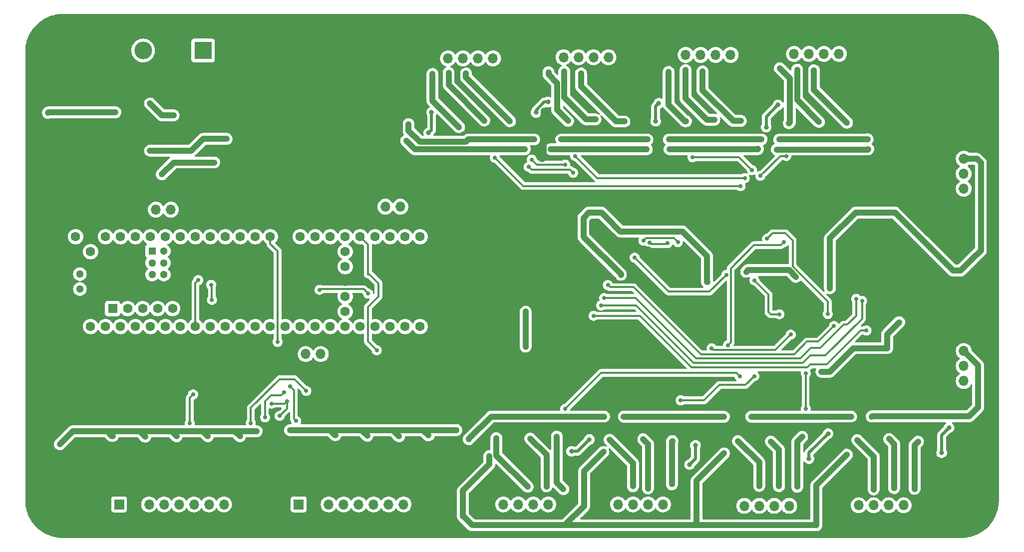
<source format=gbr>
%TF.GenerationSoftware,KiCad,Pcbnew,7.0.5*%
%TF.CreationDate,2023-09-16T15:17:10-07:00*%
%TF.ProjectId,TeensyIrrigation,5465656e-7379-4497-9272-69676174696f,rev?*%
%TF.SameCoordinates,Original*%
%TF.FileFunction,Copper,L2,Bot*%
%TF.FilePolarity,Positive*%
%FSLAX46Y46*%
G04 Gerber Fmt 4.6, Leading zero omitted, Abs format (unit mm)*
G04 Created by KiCad (PCBNEW 7.0.5) date 2023-09-16 15:17:10*
%MOMM*%
%LPD*%
G01*
G04 APERTURE LIST*
%TA.AperFunction,ComponentPad*%
%ADD10R,1.700000X1.700000*%
%TD*%
%TA.AperFunction,ComponentPad*%
%ADD11O,1.700000X1.700000*%
%TD*%
%TA.AperFunction,ComponentPad*%
%ADD12C,5.600000*%
%TD*%
%TA.AperFunction,ComponentPad*%
%ADD13R,1.600000X1.600000*%
%TD*%
%TA.AperFunction,ComponentPad*%
%ADD14C,1.600000*%
%TD*%
%TA.AperFunction,ComponentPad*%
%ADD15R,1.300000X1.300000*%
%TD*%
%TA.AperFunction,ComponentPad*%
%ADD16C,1.300000*%
%TD*%
%TA.AperFunction,ComponentPad*%
%ADD17R,3.000000X3.000000*%
%TD*%
%TA.AperFunction,ComponentPad*%
%ADD18C,3.000000*%
%TD*%
%TA.AperFunction,ViaPad*%
%ADD19C,0.700000*%
%TD*%
%TA.AperFunction,ViaPad*%
%ADD20C,0.800000*%
%TD*%
%TA.AperFunction,Conductor*%
%ADD21C,1.000000*%
%TD*%
%TA.AperFunction,Conductor*%
%ADD22C,0.500000*%
%TD*%
%TA.AperFunction,Conductor*%
%ADD23C,0.300000*%
%TD*%
G04 APERTURE END LIST*
D10*
%TO.P,J6,1,Pin_1*%
%TO.N,GND*%
X167840000Y-134000000D03*
D11*
%TO.P,J6,2,Pin_2*%
%TO.N,/TCA9548AI2CMultiplexer/I2CConnector1/VBus*%
X170380000Y-134000000D03*
%TO.P,J6,3,Pin_3*%
%TO.N,/TCA9548AI2CMultiplexer/I2CConnector1/SDA*%
X172920000Y-134000000D03*
%TO.P,J6,4,Pin_4*%
%TO.N,/TCA9548AI2CMultiplexer/I2CConnector1/SCL*%
X175460000Y-134000000D03*
%TO.P,J6,5,Pin_5*%
%TO.N,/TCA9548AI2CMultiplexer/I2CConnector1/INT*%
X178000000Y-134000000D03*
%TD*%
D10*
%TO.P,J20,1,Pin_1*%
%TO.N,GND*%
X122500000Y-108500000D03*
D11*
%TO.P,J20,2,Pin_2*%
%TO.N,Net-(J20-Pin_2)*%
X119960000Y-108500000D03*
%TO.P,J20,3,Pin_3*%
%TO.N,Net-(J20-Pin_3)*%
X117420000Y-108500000D03*
%TD*%
D12*
%TO.P,J1,1,Pin_1*%
%TO.N,GND*%
X76200000Y-57150000D03*
%TD*%
D10*
%TO.P,J15,1,Pin_1*%
%TO.N,+3.3V*%
X85760000Y-134000000D03*
D11*
%TO.P,J15,2,Pin_2*%
%TO.N,GND*%
X88300000Y-134000000D03*
%TO.P,J15,3,Pin_3*%
%TO.N,Net-(J15-Pin_3)*%
X90840000Y-134000000D03*
%TO.P,J15,4,Pin_4*%
%TO.N,Net-(J15-Pin_4)*%
X93380000Y-134000000D03*
%TO.P,J15,5,Pin_5*%
%TO.N,Net-(J15-Pin_5)*%
X95920000Y-134000000D03*
%TO.P,J15,6,Pin_6*%
%TO.N,Net-(J15-Pin_6)*%
X98460000Y-134000000D03*
%TO.P,J15,7,Pin_7*%
%TO.N,Net-(J15-Pin_7)*%
X101000000Y-134000000D03*
%TO.P,J15,8,Pin_8*%
%TO.N,Net-(J15-Pin_8)*%
X103540000Y-134000000D03*
%TD*%
D10*
%TO.P,J7,1,Pin_1*%
%TO.N,GND*%
X189240000Y-134250000D03*
D11*
%TO.P,J7,2,Pin_2*%
%TO.N,/TCA9548AI2CMultiplexer/I2CConnector2/VBus*%
X191780000Y-134250000D03*
%TO.P,J7,3,Pin_3*%
%TO.N,/TCA9548AI2CMultiplexer/I2CConnector2/SDA*%
X194320000Y-134250000D03*
%TO.P,J7,4,Pin_4*%
%TO.N,/TCA9548AI2CMultiplexer/I2CConnector2/SCL*%
X196860000Y-134250000D03*
%TO.P,J7,5,Pin_5*%
%TO.N,/TCA9548AI2CMultiplexer/I2CConnector2/INT*%
X199400000Y-134250000D03*
%TD*%
D10*
%TO.P,J11,1,Pin_1*%
%TO.N,GND*%
X171278900Y-58144100D03*
D11*
%TO.P,J11,2,Pin_2*%
%TO.N,/TCA9548AI2CMultiplexer/I2CConnector6/VBus*%
X168738900Y-58144100D03*
%TO.P,J11,3,Pin_3*%
%TO.N,/TCA9548AI2CMultiplexer/I2CConnector6/SDA*%
X166198900Y-58144100D03*
%TO.P,J11,4,Pin_4*%
%TO.N,/TCA9548AI2CMultiplexer/I2CConnector6/SCL*%
X163658900Y-58144100D03*
%TO.P,J11,5,Pin_5*%
%TO.N,/TCA9548AI2CMultiplexer/I2CConnector6/INT*%
X161118900Y-58144100D03*
%TD*%
D12*
%TO.P,J3,1,Pin_1*%
%TO.N,GND*%
X228600000Y-133350000D03*
%TD*%
D10*
%TO.P,J12,1,Pin_1*%
%TO.N,GND*%
X151712500Y-58325000D03*
D11*
%TO.P,J12,2,Pin_2*%
%TO.N,/TCA9548AI2CMultiplexer/I2CConnector7/VBus*%
X149172500Y-58325000D03*
%TO.P,J12,3,Pin_3*%
%TO.N,/TCA9548AI2CMultiplexer/I2CConnector7/SDA*%
X146632500Y-58325000D03*
%TO.P,J12,4,Pin_4*%
%TO.N,/TCA9548AI2CMultiplexer/I2CConnector7/SCL*%
X144092500Y-58325000D03*
%TO.P,J12,5,Pin_5*%
%TO.N,/TCA9548AI2CMultiplexer/I2CConnector7/INT*%
X141552500Y-58325000D03*
%TD*%
D13*
%TO.P,U1,1,GND*%
%TO.N,GND*%
X78380000Y-103828200D03*
D14*
%TO.P,U1,2,0_RX1_CRX2_CS1*%
%TO.N,/RX0*%
X80920000Y-103828200D03*
%TO.P,U1,3,1_TX1_CTX2_MISO1*%
%TO.N,Net-(U1-1_TX1_CTX2_MISO1)*%
X83460000Y-103828200D03*
%TO.P,U1,4,2_OUT2*%
%TO.N,Net-(D44-K)*%
X86000000Y-103828200D03*
%TO.P,U1,5,3_LRCLK2*%
%TO.N,Net-(D43-K)*%
X88540000Y-103828200D03*
%TO.P,U1,6,4_BCLK2*%
%TO.N,Net-(D42-K)*%
X91080000Y-103828200D03*
%TO.P,U1,7,5_IN2*%
%TO.N,unconnected-(U1-5_IN2-Pad7)*%
X93620000Y-103828200D03*
%TO.P,U1,8,6_OUT1D*%
%TO.N,unconnected-(U1-6_OUT1D-Pad8)*%
X96160000Y-103828200D03*
%TO.P,U1,9,7_RX2_OUT1A*%
%TO.N,/RX1*%
X98700000Y-103828200D03*
%TO.P,U1,10,8_TX2_IN1*%
%TO.N,Net-(U1-8_TX2_IN1)*%
X101240000Y-103828200D03*
%TO.P,U1,11,9_OUT1C*%
%TO.N,/~{RESET}I2C*%
X103780000Y-103828200D03*
%TO.P,U1,12,10_CS_MQSR*%
%TO.N,/CS0*%
X106320000Y-103828200D03*
%TO.P,U1,13,11_MOSI_CTX1*%
%TO.N,/MOSI*%
X108860000Y-103828200D03*
%TO.P,U1,14,12_MISO_MQSL*%
%TO.N,/MISO*%
X111400000Y-103828200D03*
%TO.P,U1,15,3V3*%
%TO.N,unconnected-(U1-3V3-Pad15)*%
X113940000Y-103828200D03*
%TO.P,U1,16,24_A10_TX6_SCL2*%
%TO.N,Net-(J20-Pin_3)*%
X116480000Y-103828200D03*
%TO.P,U1,17,25_A11_RX6_SDA2*%
%TO.N,Net-(J20-Pin_2)*%
X119020000Y-103828200D03*
%TO.P,U1,18,26_A12_MOSI1*%
%TO.N,unconnected-(U1-26_A12_MOSI1-Pad18)*%
X121560000Y-103828200D03*
%TO.P,U1,19,27_A13_SCK1*%
%TO.N,unconnected-(U1-27_A13_SCK1-Pad19)*%
X124100000Y-103828200D03*
%TO.P,U1,20,28_RX7*%
%TO.N,unconnected-(U1-28_RX7-Pad20)*%
X126640000Y-103828200D03*
%TO.P,U1,21,29_TX7*%
%TO.N,/AUX0*%
X129180000Y-103828200D03*
%TO.P,U1,22,30_CRX3*%
%TO.N,/AUX1*%
X131720000Y-103828200D03*
%TO.P,U1,23,31_CTX3*%
%TO.N,/AUX2*%
X134260000Y-103828200D03*
%TO.P,U1,24,32_OUT1B*%
%TO.N,/AUX3*%
X136800000Y-103828200D03*
%TO.P,U1,25,33_MCLK2*%
%TO.N,unconnected-(U1-33_MCLK2-Pad25)*%
X136800000Y-88588200D03*
%TO.P,U1,26,34_RX8*%
%TO.N,Net-(J18-Pin_2)*%
X134260000Y-88588200D03*
%TO.P,U1,27,35_TX8*%
%TO.N,Net-(J18-Pin_3)*%
X131720000Y-88588200D03*
%TO.P,U1,28,36_CS*%
%TO.N,unconnected-(U1-36_CS-Pad28)*%
X129180000Y-88588200D03*
%TO.P,U1,29,37_CS*%
%TO.N,/CS1*%
X126640000Y-88588200D03*
%TO.P,U1,30,38_CS1_IN1*%
%TO.N,unconnected-(U1-38_CS1_IN1-Pad30)*%
X124100000Y-88588200D03*
%TO.P,U1,31,39_MISO1_OUT1A*%
%TO.N,unconnected-(U1-39_MISO1_OUT1A-Pad31)*%
X121560000Y-88588200D03*
%TO.P,U1,32,40_A16*%
%TO.N,unconnected-(U1-40_A16-Pad32)*%
X119020000Y-88588200D03*
%TO.P,U1,33,41_A17*%
%TO.N,unconnected-(U1-41_A17-Pad33)*%
X116480000Y-88588200D03*
%TO.P,U1,34,GND*%
%TO.N,GND*%
X113940000Y-88588200D03*
%TO.P,U1,35,13_SCK_LED*%
%TO.N,/SCLK*%
X111400000Y-88588200D03*
%TO.P,U1,36,14_A0_TX3_SPDIF_OUT*%
%TO.N,unconnected-(U1-14_A0_TX3_SPDIF_OUT-Pad36)*%
X108860000Y-88588200D03*
%TO.P,U1,37,15_A1_RX3_SPDIF_IN*%
%TO.N,/TCA9548AI2CMultiplexer/~{INT}*%
X106320000Y-88588200D03*
%TO.P,U1,38,16_A2_RX4_SCL1*%
%TO.N,unconnected-(U1-16_A2_RX4_SCL1-Pad38)*%
X103780000Y-88588200D03*
%TO.P,U1,39,17_A3_TX4_SDA1*%
%TO.N,unconnected-(U1-17_A3_TX4_SDA1-Pad39)*%
X101240000Y-88588200D03*
%TO.P,U1,40,18_A4_SDA*%
%TO.N,/SDA*%
X98700000Y-88588200D03*
%TO.P,U1,41,19_A5_SCL*%
%TO.N,/SCL*%
X96160000Y-88588200D03*
%TO.P,U1,42,20_A6_TX5_LRCLK1*%
%TO.N,Net-(J19-Pin_2)*%
X93620000Y-88588200D03*
%TO.P,U1,43,21_A7_RX5_BCLK1*%
%TO.N,Net-(J19-Pin_3)*%
X91080000Y-88588200D03*
%TO.P,U1,44,22_A8_CTX1*%
%TO.N,unconnected-(U1-22_A8_CTX1-Pad44)*%
X88540000Y-88588200D03*
%TO.P,U1,45,23_A9_CRX1_MCLK1*%
%TO.N,unconnected-(U1-23_A9_CRX1_MCLK1-Pad45)*%
X86000000Y-88588200D03*
%TO.P,U1,46,3V3*%
%TO.N,unconnected-(U1-3V3-Pad46)*%
X83460000Y-88588200D03*
%TO.P,U1,47,GND*%
%TO.N,GND*%
X80920000Y-88588200D03*
%TO.P,U1,48,VIN*%
%TO.N,Net-(U1-VIN)*%
X78380000Y-88588200D03*
%TO.P,U1,49,VUSB*%
%TO.N,Net-(U1-VUSB)*%
X80920000Y-91128200D03*
%TO.P,U1,50,VBAT*%
%TO.N,+BATT*%
X124100000Y-101288200D03*
%TO.P,U1,51,3V3*%
%TO.N,unconnected-(U1-3V3-Pad51)*%
X124100000Y-98748200D03*
%TO.P,U1,52,GND*%
%TO.N,GND*%
X124100000Y-96208200D03*
%TO.P,U1,53,PROGRAM*%
%TO.N,unconnected-(U1-PROGRAM-Pad53)*%
X124100000Y-93668200D03*
%TO.P,U1,54,ON_OFF*%
%TO.N,unconnected-(U1-ON_OFF-Pad54)*%
X124100000Y-91128200D03*
D13*
%TO.P,U1,55,5V*%
%TO.N,unconnected-(U1-5V-Pad55)*%
X84679200Y-100777400D03*
D14*
%TO.P,U1,56,D-*%
%TO.N,unconnected-(U1-D--Pad56)*%
X87219200Y-100777400D03*
%TO.P,U1,57,D+*%
%TO.N,unconnected-(U1-D+-Pad57)*%
X89759200Y-100777400D03*
%TO.P,U1,58,GND*%
%TO.N,unconnected-(U1-GND-Pad58)*%
X92299200Y-100777400D03*
%TO.P,U1,59,GND*%
%TO.N,unconnected-(U1-GND-Pad59)*%
X94839200Y-100777400D03*
D15*
%TO.P,U1,60,R+*%
%TO.N,unconnected-(U1-R+-Pad60)*%
X91350000Y-91026600D03*
D16*
%TO.P,U1,61,LED*%
%TO.N,unconnected-(U1-LED-Pad61)*%
X91350000Y-93026600D03*
%TO.P,U1,62,T-*%
%TO.N,unconnected-(U1-T--Pad62)*%
X91350000Y-95026600D03*
%TO.P,U1,63,T+*%
%TO.N,unconnected-(U1-T+-Pad63)*%
X93350000Y-95026600D03*
%TO.P,U1,64,GND*%
%TO.N,unconnected-(U1-GND-Pad64)*%
X93350000Y-93026600D03*
%TO.P,U1,65,R-*%
%TO.N,unconnected-(U1-R--Pad65)*%
X93350000Y-91026600D03*
%TO.P,U1,66,D-*%
%TO.N,unconnected-(U1-D--Pad66)*%
X79110000Y-94938200D03*
%TO.P,U1,67,D+*%
%TO.N,unconnected-(U1-D+-Pad67)*%
X79110000Y-97478200D03*
%TD*%
D10*
%TO.P,J19,1,Pin_1*%
%TO.N,GND*%
X97080000Y-84000000D03*
D11*
%TO.P,J19,2,Pin_2*%
%TO.N,Net-(J19-Pin_2)*%
X94540000Y-84000000D03*
%TO.P,J19,3,Pin_3*%
%TO.N,Net-(J19-Pin_3)*%
X92000000Y-84000000D03*
%TD*%
D12*
%TO.P,J4,1,Pin_1*%
%TO.N,GND*%
X76200000Y-133350000D03*
%TD*%
D10*
%TO.P,J10,1,Pin_1*%
%TO.N,GND*%
X192012500Y-57732500D03*
D11*
%TO.P,J10,2,Pin_2*%
%TO.N,/TCA9548AI2CMultiplexer/I2CConnector5/VBus*%
X189472500Y-57732500D03*
%TO.P,J10,3,Pin_3*%
%TO.N,/TCA9548AI2CMultiplexer/I2CConnector5/SDA*%
X186932500Y-57732500D03*
%TO.P,J10,4,Pin_4*%
%TO.N,/TCA9548AI2CMultiplexer/I2CConnector5/SCL*%
X184392500Y-57732500D03*
%TO.P,J10,5,Pin_5*%
%TO.N,/TCA9548AI2CMultiplexer/I2CConnector5/INT*%
X181852500Y-57732500D03*
%TD*%
D10*
%TO.P,J16,1,Pin_1*%
%TO.N,+3.3V*%
X116220000Y-134000000D03*
D11*
%TO.P,J16,2,Pin_2*%
%TO.N,GND*%
X118760000Y-134000000D03*
%TO.P,J16,3,Pin_3*%
%TO.N,Net-(J16-Pin_3)*%
X121300000Y-134000000D03*
%TO.P,J16,4,Pin_4*%
%TO.N,Net-(J16-Pin_4)*%
X123840000Y-134000000D03*
%TO.P,J16,5,Pin_5*%
%TO.N,Net-(J16-Pin_5)*%
X126380000Y-134000000D03*
%TO.P,J16,6,Pin_6*%
%TO.N,Net-(J16-Pin_6)*%
X128920000Y-134000000D03*
%TO.P,J16,7,Pin_7*%
%TO.N,Net-(J16-Pin_7)*%
X131460000Y-134000000D03*
%TO.P,J16,8,Pin_8*%
%TO.N,Net-(J16-Pin_8)*%
X134000000Y-134000000D03*
%TD*%
D10*
%TO.P,J9,1,Pin_1*%
%TO.N,GND*%
X210382500Y-57582500D03*
D11*
%TO.P,J9,2,Pin_2*%
%TO.N,/TCA9548AI2CMultiplexer/I2CConnector4/VBus*%
X207842500Y-57582500D03*
%TO.P,J9,3,Pin_3*%
%TO.N,/TCA9548AI2CMultiplexer/I2CConnector4/SDA*%
X205302500Y-57582500D03*
%TO.P,J9,4,Pin_4*%
%TO.N,/TCA9548AI2CMultiplexer/I2CConnector4/SCL*%
X202762500Y-57582500D03*
%TO.P,J9,5,Pin_5*%
%TO.N,/TCA9548AI2CMultiplexer/I2CConnector4/INT*%
X200222500Y-57582500D03*
%TD*%
D10*
%TO.P,J13,1,Pin_1*%
%TO.N,GND*%
X229000000Y-83000000D03*
D11*
%TO.P,J13,2,Pin_2*%
%TO.N,Net-(J13-Pin_2)*%
X229000000Y-80460000D03*
%TO.P,J13,3,Pin_3*%
%TO.N,Net-(J13-Pin_3)*%
X229000000Y-77920000D03*
%TO.P,J13,4,Pin_4*%
%TO.N,+5V*%
X229000000Y-75380000D03*
%TD*%
D10*
%TO.P,J8,1,Pin_1*%
%TO.N,GND*%
X208650000Y-134150000D03*
D11*
%TO.P,J8,2,Pin_2*%
%TO.N,/TCA9548AI2CMultiplexer/I2CConnector3/VBus*%
X211190000Y-134150000D03*
%TO.P,J8,3,Pin_3*%
%TO.N,/TCA9548AI2CMultiplexer/I2CConnector3/SDA*%
X213730000Y-134150000D03*
%TO.P,J8,4,Pin_4*%
%TO.N,/TCA9548AI2CMultiplexer/I2CConnector3/SCL*%
X216270000Y-134150000D03*
%TO.P,J8,5,Pin_5*%
%TO.N,/TCA9548AI2CMultiplexer/I2CConnector3/INT*%
X218810000Y-134150000D03*
%TD*%
D12*
%TO.P,J2,1,Pin_1*%
%TO.N,GND*%
X228600000Y-57150000D03*
%TD*%
D17*
%TO.P,J17,1,Pin_1*%
%TO.N,Net-(J17-Pin_1)*%
X100000000Y-57000000D03*
D18*
%TO.P,J17,2,Pin_2*%
%TO.N,GND*%
X94920000Y-57000000D03*
%TO.P,J17,3,Pin_3*%
%TO.N,Net-(J17-Pin_3)*%
X89840000Y-57000000D03*
%TO.P,J17,4,Pin_4*%
%TO.N,GND*%
X84760000Y-57000000D03*
%TD*%
D10*
%TO.P,J5,1,Pin_1*%
%TO.N,GND*%
X148380000Y-134000000D03*
D11*
%TO.P,J5,2,Pin_2*%
%TO.N,/TCA9548AI2CMultiplexer/I2CConnector/VBus*%
X150920000Y-134000000D03*
%TO.P,J5,3,Pin_3*%
%TO.N,/TCA9548AI2CMultiplexer/I2CConnector/SDA*%
X153460000Y-134000000D03*
%TO.P,J5,4,Pin_4*%
%TO.N,/TCA9548AI2CMultiplexer/I2CConnector/SCL*%
X156000000Y-134000000D03*
%TO.P,J5,5,Pin_5*%
%TO.N,/TCA9548AI2CMultiplexer/I2CConnector/INT*%
X158540000Y-134000000D03*
%TD*%
D10*
%TO.P,J18,1,Pin_1*%
%TO.N,GND*%
X136000000Y-83500000D03*
D11*
%TO.P,J18,2,Pin_2*%
%TO.N,Net-(J18-Pin_2)*%
X133460000Y-83500000D03*
%TO.P,J18,3,Pin_3*%
%TO.N,Net-(J18-Pin_3)*%
X130920000Y-83500000D03*
%TD*%
D10*
%TO.P,J14,1,Pin_1*%
%TO.N,GND*%
X229000000Y-115620000D03*
D11*
%TO.P,J14,2,Pin_2*%
%TO.N,Net-(J14-Pin_2)*%
X229000000Y-113080000D03*
%TO.P,J14,3,Pin_3*%
%TO.N,Net-(J14-Pin_3)*%
X229000000Y-110540000D03*
%TO.P,J14,4,Pin_4*%
%TO.N,+5V*%
X229000000Y-108000000D03*
%TD*%
D19*
%TO.N,+BATT*%
X154700000Y-101300000D03*
X154700000Y-107250000D03*
%TO.N,GND*%
X188500000Y-116500000D03*
X85100000Y-124300000D03*
X221500000Y-79000000D03*
X79750000Y-69750000D03*
X110000000Y-93000000D03*
X100950000Y-124300000D03*
X209200000Y-97600000D03*
X175000000Y-82250000D03*
X226500000Y-103000000D03*
X203500000Y-111500000D03*
X196000000Y-106500000D03*
X211800000Y-106000000D03*
X177150000Y-75150000D03*
X173500000Y-77250000D03*
X216500000Y-117000000D03*
X135500000Y-112500000D03*
X116500000Y-90500000D03*
X133150000Y-124300000D03*
X74800000Y-120300000D03*
X106000000Y-112500000D03*
X122500000Y-74500000D03*
X169400000Y-88400000D03*
X213000000Y-69500000D03*
X132000000Y-114000000D03*
X224500000Y-74500000D03*
X128000000Y-124300000D03*
X97000000Y-100500000D03*
X186000000Y-77000000D03*
X106000000Y-94000000D03*
X219700000Y-72000000D03*
X116500000Y-101500000D03*
X90100000Y-124300000D03*
X214850000Y-100550000D03*
X175650000Y-90900000D03*
X172000000Y-116000000D03*
X103000000Y-117000000D03*
X112500000Y-110000000D03*
X209500000Y-116000000D03*
X95550000Y-124300000D03*
X213000000Y-109400000D03*
X179500000Y-77000000D03*
X157500000Y-75450000D03*
X218300000Y-68550000D03*
X157725000Y-67225000D03*
X130250000Y-94250000D03*
X134250000Y-66750000D03*
X185500000Y-117500000D03*
X216500000Y-86500000D03*
X177000000Y-109500000D03*
X219500000Y-100500000D03*
X178500000Y-82500000D03*
X199500000Y-107500000D03*
X126500000Y-98750000D03*
X189000000Y-120500000D03*
X103300000Y-81400000D03*
X139000000Y-75750000D03*
X187500000Y-99500000D03*
X149000000Y-90000000D03*
X182000000Y-114000000D03*
X95500000Y-113500000D03*
X122800000Y-124300000D03*
X92500000Y-119500000D03*
X167500000Y-105500000D03*
X139500000Y-85000000D03*
X197000000Y-80500000D03*
X166500000Y-75250000D03*
X104000000Y-100500000D03*
X110000000Y-90500000D03*
X219500000Y-113500000D03*
X73350000Y-123550000D03*
X225500000Y-87500000D03*
X110250000Y-125600000D03*
X119750000Y-116250000D03*
X150000000Y-77750000D03*
X88500000Y-118000000D03*
X80500000Y-117500000D03*
X221500000Y-97000000D03*
X114250000Y-95700000D03*
X185000000Y-113500000D03*
X96750000Y-71750000D03*
X203400000Y-104400000D03*
X167000000Y-115000000D03*
X153500000Y-75750000D03*
X110250000Y-58500000D03*
X202500000Y-91000000D03*
X150000000Y-99000000D03*
X118000000Y-76000000D03*
X195750000Y-75250000D03*
X171000000Y-92500000D03*
X195500000Y-91250000D03*
X175500000Y-97500000D03*
X85000000Y-93500000D03*
X113900000Y-86100000D03*
X208500000Y-89500000D03*
X188500000Y-86000000D03*
X183250000Y-84000000D03*
X122500000Y-111000000D03*
X167200000Y-86700000D03*
X192000000Y-101500000D03*
X79750000Y-65250000D03*
X127500000Y-74500000D03*
X193000000Y-116000000D03*
X117550000Y-124300000D03*
X102000000Y-120000000D03*
X186500000Y-123000000D03*
X126500000Y-67000000D03*
X181750000Y-82250000D03*
X224400000Y-106000000D03*
X154500000Y-87000000D03*
X170500000Y-82500000D03*
X141500000Y-111500000D03*
X109000000Y-101500000D03*
X88500000Y-85500000D03*
X143550000Y-124800000D03*
X159000000Y-114000000D03*
X117000000Y-81500000D03*
X145000000Y-107000000D03*
X106350000Y-124300000D03*
X126500000Y-94250000D03*
X138200000Y-124300000D03*
X189000000Y-90000000D03*
X97500000Y-92500000D03*
X174000000Y-108500000D03*
X162500000Y-95000000D03*
X127500000Y-119500000D03*
X177500000Y-115500000D03*
X195500000Y-113000000D03*
X175700000Y-65700000D03*
X166000000Y-92500000D03*
X119500000Y-100000000D03*
X209250000Y-111250000D03*
X103500000Y-84500000D03*
X161000000Y-98750000D03*
X126000000Y-113000000D03*
X110000000Y-110500000D03*
X180000000Y-81000000D03*
X187000000Y-106000000D03*
X231225000Y-100150000D03*
X108500000Y-98500000D03*
X141500000Y-81000000D03*
X111000000Y-96000000D03*
%TO.N,+5V*%
X145050000Y-122950000D03*
X160750000Y-72100000D03*
X179000000Y-72100000D03*
X197700000Y-72100000D03*
X145000000Y-72100000D03*
X158400000Y-119100000D03*
X213400000Y-119100000D03*
X101912500Y-76000000D03*
X171350000Y-119100000D03*
X227200000Y-94350000D03*
X152450000Y-119100000D03*
X184000000Y-119150000D03*
X209900000Y-119100000D03*
X219350000Y-119050000D03*
X165250000Y-119100000D03*
X194700000Y-72100000D03*
X212700000Y-72050000D03*
X177150000Y-119150000D03*
X168000000Y-119100000D03*
X164000000Y-72100000D03*
X188350000Y-119150000D03*
X192950000Y-119100000D03*
X206000000Y-119100000D03*
X199050000Y-119150000D03*
X93000000Y-78000000D03*
X189000000Y-72100000D03*
X169000000Y-72100000D03*
X134862500Y-69500000D03*
X207000000Y-72100000D03*
X206300000Y-97350000D03*
X156150000Y-72100000D03*
X150000000Y-72100000D03*
X184000000Y-72100000D03*
X202000000Y-72100000D03*
X175350000Y-72100000D03*
%TO.N,+3.3V*%
X158950000Y-73750000D03*
X85150000Y-67500000D03*
X154550000Y-73750000D03*
X95500000Y-122450000D03*
X185500000Y-96300000D03*
X197300000Y-73800000D03*
X75700000Y-123800000D03*
X91000000Y-74000000D03*
X175250000Y-73750000D03*
X204862500Y-111500000D03*
X138250000Y-122300000D03*
X84700000Y-122400000D03*
X134450000Y-72300000D03*
X90200000Y-122500000D03*
X148550000Y-125800000D03*
X188350000Y-125350000D03*
X185450000Y-91850000D03*
X142950000Y-121400000D03*
X167900000Y-125100000D03*
X212800000Y-73750000D03*
X104000000Y-72000000D03*
X170850000Y-95050000D03*
X218050000Y-103100000D03*
X173750000Y-87700000D03*
X194100000Y-73700000D03*
X106250000Y-122450000D03*
X209200000Y-125550000D03*
X109100000Y-121600000D03*
X168400000Y-85350000D03*
X114750000Y-121400000D03*
X100800000Y-122450000D03*
X122450000Y-122250000D03*
X73700000Y-67600000D03*
X133250000Y-122450000D03*
X179100000Y-73750000D03*
X127850000Y-122350000D03*
%TO.N,Net-(U3-VDD)*%
X200550000Y-95400000D03*
X192100000Y-94550000D03*
D20*
%TO.N,/TCA9548AI2CMultiplexer/I2CConnector/VBus*%
X162500000Y-125000000D03*
X165500000Y-123000000D03*
%TO.N,/TCA9548AI2CMultiplexer/I2CConnector1/VBus*%
X183500000Y-124000000D03*
X182500000Y-127250000D03*
%TO.N,/TCA9548AI2CMultiplexer/I2CConnector2/VBus*%
X206000000Y-122000000D03*
X202750000Y-126250000D03*
%TO.N,/TCA9548AI2CMultiplexer/I2CConnector3/VBus*%
X225250000Y-125250000D03*
X226500000Y-121000000D03*
%TO.N,/TCA9548AI2CMultiplexer/I2CConnector4/VBus*%
X197500000Y-66250000D03*
X195500000Y-70000000D03*
%TO.N,/TCA9548AI2CMultiplexer/I2CConnector5/VBus*%
X177277464Y-65972536D03*
X176750000Y-69000000D03*
%TO.N,/TCA9548AI2CMultiplexer/I2CConnector6/VBus*%
X158500000Y-65750000D03*
X156472536Y-67527464D03*
%TO.N,/TCA9548AI2CMultiplexer/I2CConnector7/VBus*%
X138250000Y-71000000D03*
X138750000Y-67500000D03*
D19*
%TO.N,/TCA9548AI2CMultiplexer/I2CConnector/INT*%
X191000000Y-112250000D03*
X160000000Y-122500000D03*
X161095000Y-131445000D03*
X199650000Y-105200000D03*
X186250000Y-107500000D03*
X161400000Y-117800000D03*
%TO.N,/TCA9548AI2CMultiplexer/I2CConnector1/INT*%
X193500000Y-112250000D03*
X179600000Y-123250000D03*
X179506250Y-130606250D03*
X181000000Y-116350000D03*
X189000000Y-107000000D03*
X198500000Y-89500000D03*
%TO.N,/TCA9548AI2CMultiplexer/I2CConnector2/INT*%
X201600000Y-122550000D03*
X202200000Y-111750000D03*
X200775000Y-131025000D03*
X202200000Y-117750000D03*
%TO.N,/TCA9548AI2CMultiplexer/I2CConnector3/INT*%
X205932495Y-101699500D03*
X220675000Y-131375000D03*
X221250000Y-123350000D03*
X195650000Y-88950000D03*
%TO.N,/TCA9548AI2CMultiplexer/I2CConnector4/INT*%
X199350000Y-69350000D03*
X194525000Y-78275000D03*
X197800000Y-60005000D03*
X198900000Y-74900000D03*
%TO.N,/TCA9548AI2CMultiplexer/I2CConnector5/INT*%
X183000000Y-75100000D03*
X193100000Y-77300000D03*
X178942500Y-60642500D03*
X181900000Y-69000000D03*
%TO.N,/TCA9548AI2CMultiplexer/I2CConnector6/INT*%
X158581500Y-60681500D03*
X161900000Y-68950000D03*
X191850000Y-78650000D03*
X163100000Y-74900000D03*
%TO.N,/TCA9548AI2CMultiplexer/I2CConnector7/INT*%
X191150000Y-80000000D03*
X138900000Y-60977500D03*
X143400000Y-70000000D03*
X149500000Y-75200000D03*
%TO.N,Net-(D38-A)*%
X91000000Y-66000000D03*
X95000000Y-68000000D03*
%TO.N,/TCA9548AI2CMultiplexer/I2CConnector/SCL*%
X155500000Y-122850000D03*
X158250000Y-130950000D03*
%TO.N,/TCA9548AI2CMultiplexer/I2CConnector/SDA*%
X149750000Y-122750000D03*
X155050000Y-131000000D03*
%TO.N,/TCA9548AI2CMultiplexer/I2CConnector1/SCL*%
X174650000Y-122950000D03*
X175460000Y-131302500D03*
%TO.N,/TCA9548AI2CMultiplexer/I2CConnector1/SDA*%
X172920000Y-130942500D03*
X168950000Y-123050000D03*
%TO.N,/TCA9548AI2CMultiplexer/I2CConnector2/SCL*%
X196300000Y-123350000D03*
X197662500Y-130912500D03*
%TO.N,/TCA9548AI2CMultiplexer/I2CConnector2/SDA*%
X190700000Y-123250000D03*
X194320000Y-130880000D03*
%TO.N,/TCA9548AI2CMultiplexer/I2CConnector3/SCL*%
X216350000Y-122900000D03*
X217200000Y-131250000D03*
%TO.N,/TCA9548AI2CMultiplexer/I2CConnector3/SDA*%
X210950000Y-123100000D03*
X213730000Y-131470000D03*
%TO.N,/TCA9548AI2CMultiplexer/I2CConnector4/SCL*%
X200750000Y-60250000D03*
X204450000Y-69100000D03*
%TO.N,/TCA9548AI2CMultiplexer/I2CConnector4/SDA*%
X203600000Y-60350000D03*
X209200000Y-69250000D03*
%TO.N,/TCA9548AI2CMultiplexer/I2CConnector5/SCL*%
X181812500Y-60312500D03*
X186700000Y-68750000D03*
%TO.N,/TCA9548AI2CMultiplexer/I2CConnector5/SDA*%
X184700000Y-60550000D03*
X191200000Y-68950000D03*
%TO.N,/TCA9548AI2CMultiplexer/I2CConnector6/SCL*%
X161250000Y-60553000D03*
X166550000Y-68700000D03*
%TO.N,/TCA9548AI2CMultiplexer/I2CConnector6/SDA*%
X164100000Y-60900000D03*
X171450000Y-69050000D03*
%TO.N,/TCA9548AI2CMultiplexer/I2CConnector7/SCL*%
X147700000Y-68900000D03*
X162750000Y-77750000D03*
X155200000Y-76750000D03*
X141650000Y-60767500D03*
%TO.N,/TCA9548AI2CMultiplexer/I2CConnector7/SDA*%
X144600000Y-60900000D03*
X161400000Y-76350000D03*
X152050000Y-69000000D03*
X155750000Y-75500000D03*
%TO.N,/TCA9548AI2CMultiplexer/~{INT}*%
X188750000Y-95050000D03*
X173200000Y-92150000D03*
%TO.N,Net-(U3-A0)*%
X193500000Y-96000000D03*
X197750000Y-101750000D03*
%TO.N,/MISO*%
X111600000Y-116900000D03*
X113000000Y-119000000D03*
X114250000Y-116500000D03*
%TO.N,/SCLK*%
X113750000Y-115000000D03*
X112650000Y-106450000D03*
X110500000Y-119250000D03*
%TO.N,/CS0*%
X97750000Y-120250000D03*
X98300000Y-115350000D03*
%TO.N,/AUX0*%
X114750000Y-114000000D03*
X115800000Y-119850000D03*
%TO.N,/AUX1*%
X108100000Y-120200000D03*
X117500000Y-114750000D03*
%TO.N,/CS1*%
X129450000Y-107850000D03*
%TO.N,/SDA*%
X174675000Y-89275000D03*
X180500000Y-89500000D03*
%TO.N,/RX0*%
X166250000Y-102000000D03*
X119750000Y-97598200D03*
X212500000Y-104500000D03*
X128000000Y-98250000D03*
%TO.N,/TX0*%
X211750000Y-99500000D03*
X167500000Y-100250000D03*
%TO.N,/RX1*%
X168650000Y-96800000D03*
X207000000Y-103750000D03*
X99200000Y-95950000D03*
%TO.N,/TX1*%
X101500000Y-99299500D03*
X101400000Y-96750000D03*
X210750000Y-99150000D03*
X168000000Y-99000000D03*
%TO.N,/SCL*%
X175709406Y-89557772D03*
X178750000Y-89683871D03*
%TD*%
D21*
%TO.N,+BATT*%
X154700000Y-101300000D02*
X154700000Y-107250000D01*
%TO.N,GND*%
X157725000Y-75225000D02*
X157500000Y-75450000D01*
X117550000Y-124300000D02*
X122800000Y-124300000D01*
X218300000Y-68550000D02*
X218300000Y-70600000D01*
X85100000Y-124300000D02*
X90100000Y-124300000D01*
X168900000Y-88400000D02*
X167200000Y-86700000D01*
X157725000Y-67225000D02*
X157725000Y-75225000D01*
X175650000Y-90900000D02*
X175550000Y-90800000D01*
X219550000Y-100550000D02*
X230825000Y-100550000D01*
X109600000Y-124300000D02*
X117550000Y-124300000D01*
X230825000Y-100550000D02*
X231225000Y-100150000D01*
X109600000Y-124950000D02*
X109600000Y-124300000D01*
X109200000Y-81400000D02*
X113900000Y-86100000D01*
X214850000Y-100550000D02*
X219450000Y-100550000D01*
X103300000Y-81400000D02*
X109200000Y-81400000D01*
X133150000Y-124300000D02*
X138200000Y-124300000D01*
X128000000Y-124300000D02*
X133150000Y-124300000D01*
X219450000Y-100550000D02*
X219500000Y-100500000D01*
X73350000Y-121750000D02*
X74800000Y-120300000D01*
X175700000Y-65700000D02*
X175250000Y-66150000D01*
X95550000Y-124300000D02*
X100950000Y-124300000D01*
X106350000Y-124300000D02*
X109600000Y-124300000D01*
X169400000Y-88400000D02*
X168900000Y-88400000D01*
X90100000Y-124300000D02*
X95550000Y-124300000D01*
X113940000Y-88588200D02*
X113940000Y-95390000D01*
X138200000Y-124300000D02*
X143050000Y-124300000D01*
X171800000Y-90800000D02*
X169400000Y-88400000D01*
X110250000Y-125600000D02*
X109600000Y-124950000D01*
X175250000Y-69500000D02*
X177150000Y-71400000D01*
X88300000Y-127500000D02*
X85100000Y-124300000D01*
X218300000Y-70600000D02*
X219700000Y-72000000D01*
X100950000Y-124300000D02*
X106350000Y-124300000D01*
X175250000Y-66150000D02*
X175250000Y-69500000D01*
X122800000Y-124300000D02*
X128000000Y-124300000D01*
X73350000Y-123550000D02*
X73350000Y-121750000D01*
X219500000Y-100500000D02*
X219550000Y-100550000D01*
X143050000Y-124300000D02*
X143550000Y-124800000D01*
X113940000Y-95390000D02*
X114250000Y-95700000D01*
X88300000Y-134000000D02*
X88300000Y-127500000D01*
X177150000Y-71400000D02*
X177150000Y-75150000D01*
X175550000Y-90800000D02*
X171800000Y-90800000D01*
%TO.N,+5V*%
X202000000Y-72100000D02*
X207000000Y-72100000D01*
X229000000Y-75380000D02*
X231230000Y-75380000D01*
X145050000Y-122900000D02*
X145050000Y-122950000D01*
X145000000Y-72100000D02*
X150000000Y-72100000D01*
X144600000Y-72500000D02*
X145000000Y-72100000D01*
X225450000Y-119050000D02*
X213450000Y-119050000D01*
X217350000Y-84500000D02*
X210650000Y-84500000D01*
X134862500Y-69500000D02*
X134862500Y-70612500D01*
X134862500Y-70612500D02*
X136750000Y-72500000D01*
X95000000Y-76000000D02*
X93000000Y-78000000D01*
X231450000Y-110450000D02*
X229000000Y-108000000D01*
X169000000Y-72100000D02*
X175350000Y-72100000D01*
X197700000Y-72100000D02*
X202000000Y-72100000D01*
X231230000Y-75380000D02*
X231900000Y-76050000D01*
X101912500Y-76000000D02*
X95000000Y-76000000D01*
X184000000Y-72100000D02*
X189000000Y-72100000D01*
X229900000Y-119050000D02*
X231450000Y-117500000D01*
X213450000Y-119050000D02*
X213400000Y-119100000D01*
X231900000Y-90900000D02*
X230450000Y-92350000D01*
X179000000Y-72100000D02*
X184000000Y-72100000D01*
X210650000Y-84500000D02*
X206300000Y-88850000D01*
X231450000Y-117500000D02*
X231450000Y-110450000D01*
X205950000Y-119150000D02*
X193000000Y-119150000D01*
X206000000Y-119100000D02*
X209900000Y-119100000D01*
X228450000Y-94350000D02*
X227200000Y-94350000D01*
X212650000Y-72100000D02*
X212700000Y-72050000D01*
X160750000Y-72100000D02*
X164000000Y-72100000D01*
X189000000Y-72100000D02*
X194700000Y-72100000D01*
X148850000Y-119100000D02*
X145050000Y-122900000D01*
X231900000Y-76050000D02*
X231900000Y-90900000D01*
X227200000Y-94350000D02*
X217350000Y-84500000D01*
X230450000Y-92350000D02*
X228450000Y-94350000D01*
X136750000Y-72500000D02*
X144600000Y-72500000D01*
X168000000Y-119100000D02*
X148850000Y-119100000D01*
X225450000Y-119050000D02*
X229900000Y-119050000D01*
X206000000Y-119100000D02*
X205950000Y-119150000D01*
X150000000Y-72100000D02*
X156150000Y-72100000D01*
X171400000Y-119150000D02*
X171350000Y-119100000D01*
X206300000Y-88850000D02*
X206300000Y-97350000D01*
X164000000Y-72100000D02*
X169000000Y-72100000D01*
X207000000Y-72100000D02*
X212650000Y-72100000D01*
X193000000Y-119150000D02*
X192950000Y-119100000D01*
X188350000Y-119150000D02*
X171400000Y-119150000D01*
%TO.N,+3.3V*%
X170850000Y-94950000D02*
X170850000Y-95050000D01*
X161350000Y-137550000D02*
X183700000Y-137550000D01*
X210250000Y-107500000D02*
X216000000Y-107500000D01*
X99700000Y-121600000D02*
X105100000Y-121600000D01*
X89200000Y-121600000D02*
X94500000Y-121600000D01*
X131950000Y-121400000D02*
X132200000Y-121400000D01*
X79300000Y-121600000D02*
X83750000Y-121600000D01*
X105100000Y-121600000D02*
X105400000Y-121600000D01*
X137300000Y-121400000D02*
X138200000Y-122300000D01*
X91000000Y-74000000D02*
X98000000Y-74000000D01*
X83750000Y-121600000D02*
X89200000Y-121600000D01*
X185450000Y-96250000D02*
X185500000Y-96300000D01*
X121550000Y-121400000D02*
X126650000Y-121400000D01*
X100000000Y-72000000D02*
X104000000Y-72000000D01*
X98000000Y-74000000D02*
X100000000Y-72000000D01*
X75700000Y-123800000D02*
X77900000Y-121600000D01*
X179100000Y-73750000D02*
X194050000Y-73750000D01*
X144050000Y-135950000D02*
X144350000Y-136250000D01*
X164500000Y-85400000D02*
X164500000Y-88600000D01*
X94500000Y-121600000D02*
X94650000Y-121600000D01*
X132200000Y-121400000D02*
X133250000Y-122450000D01*
X148550000Y-127200000D02*
X144050000Y-131700000D01*
X194050000Y-73750000D02*
X194100000Y-73700000D01*
X122400000Y-122250000D02*
X122450000Y-122250000D01*
X83750000Y-121600000D02*
X84550000Y-122400000D01*
X216000000Y-107500000D02*
X216000000Y-105150000D01*
X99700000Y-121600000D02*
X99950000Y-121600000D01*
X216000000Y-105150000D02*
X218050000Y-103100000D01*
X173750000Y-87700000D02*
X181300000Y-87700000D01*
X144350000Y-136250000D02*
X145650000Y-137550000D01*
X170750000Y-87700000D02*
X168400000Y-85350000D01*
X99950000Y-121600000D02*
X100800000Y-122450000D01*
X167550000Y-84500000D02*
X167450000Y-84500000D01*
X183700000Y-130000000D02*
X188350000Y-125350000D01*
X161350000Y-137550000D02*
X164600000Y-134300000D01*
X164600000Y-129000000D02*
X164600000Y-128400000D01*
X206250000Y-111500000D02*
X210250000Y-107500000D01*
X134450000Y-72300000D02*
X135900000Y-73750000D01*
X105400000Y-121600000D02*
X106250000Y-122450000D01*
X89300000Y-121600000D02*
X90200000Y-122500000D01*
X89200000Y-121600000D02*
X89300000Y-121600000D01*
X131950000Y-121400000D02*
X137300000Y-121400000D01*
X198292032Y-137550000D02*
X204000000Y-137550000D01*
X126650000Y-121400000D02*
X126900000Y-121400000D01*
X114750000Y-121400000D02*
X121550000Y-121400000D01*
X183700000Y-137550000D02*
X183700000Y-130000000D01*
X105100000Y-121600000D02*
X109100000Y-121600000D01*
X168400000Y-85350000D02*
X167550000Y-84500000D01*
X145650000Y-137550000D02*
X161350000Y-137550000D01*
X164500000Y-88600000D02*
X164650000Y-88750000D01*
X164600000Y-134300000D02*
X164600000Y-129000000D01*
X164600000Y-128400000D02*
X167900000Y-125100000D01*
X73800000Y-67500000D02*
X73700000Y-67600000D01*
X185450000Y-91850000D02*
X185450000Y-96250000D01*
X85150000Y-67500000D02*
X73800000Y-67500000D01*
X173750000Y-87700000D02*
X170750000Y-87700000D01*
X144050000Y-131700000D02*
X144050000Y-135950000D01*
X158950000Y-73750000D02*
X175250000Y-73750000D01*
X138200000Y-122300000D02*
X138250000Y-122300000D01*
X204000000Y-137550000D02*
X204000000Y-130750000D01*
X84550000Y-122400000D02*
X84700000Y-122400000D01*
X94650000Y-121600000D02*
X95500000Y-122450000D01*
X126900000Y-121400000D02*
X127850000Y-122350000D01*
X121550000Y-121400000D02*
X122400000Y-122250000D01*
X167450000Y-84500000D02*
X165400000Y-84500000D01*
X197300000Y-73800000D02*
X212750000Y-73800000D01*
X181300000Y-87700000D02*
X185450000Y-91850000D01*
X204000000Y-130750000D02*
X209200000Y-125550000D01*
X77900000Y-121600000D02*
X79300000Y-121600000D01*
X183700000Y-137550000D02*
X198292032Y-137550000D01*
X126650000Y-121400000D02*
X131950000Y-121400000D01*
X164650000Y-88750000D02*
X170850000Y-94950000D01*
X212750000Y-73800000D02*
X212800000Y-73750000D01*
X137300000Y-121400000D02*
X142950000Y-121400000D01*
X135900000Y-73750000D02*
X154550000Y-73750000D01*
X165400000Y-84500000D02*
X164500000Y-85400000D01*
X204862500Y-111500000D02*
X206250000Y-111500000D01*
X148550000Y-125800000D02*
X148550000Y-127200000D01*
X94500000Y-121600000D02*
X99700000Y-121600000D01*
%TO.N,Net-(U3-VDD)*%
X192400000Y-94250000D02*
X192100000Y-94550000D01*
X199400000Y-94250000D02*
X192400000Y-94250000D01*
X200550000Y-95400000D02*
X199400000Y-94250000D01*
D22*
%TO.N,/TCA9548AI2CMultiplexer/I2CConnector/VBus*%
X165500000Y-123000000D02*
X163500000Y-125000000D01*
X163500000Y-125000000D02*
X162500000Y-125000000D01*
%TO.N,/TCA9548AI2CMultiplexer/I2CConnector1/VBus*%
X183500000Y-126250000D02*
X182500000Y-127250000D01*
X183500000Y-124000000D02*
X183500000Y-126250000D01*
%TO.N,/TCA9548AI2CMultiplexer/I2CConnector2/VBus*%
X202750000Y-125250000D02*
X202750000Y-126250000D01*
X206000000Y-122000000D02*
X202750000Y-125250000D01*
%TO.N,/TCA9548AI2CMultiplexer/I2CConnector3/VBus*%
X225250000Y-125250000D02*
X225250000Y-122250000D01*
X225250000Y-122250000D02*
X226500000Y-121000000D01*
%TO.N,/TCA9548AI2CMultiplexer/I2CConnector4/VBus*%
X195500000Y-68250000D02*
X197500000Y-66250000D01*
X195500000Y-70000000D02*
X195500000Y-68250000D01*
%TO.N,/TCA9548AI2CMultiplexer/I2CConnector5/VBus*%
X176750000Y-69000000D02*
X176750000Y-66500000D01*
X176750000Y-66500000D02*
X177277464Y-65972536D01*
%TO.N,/TCA9548AI2CMultiplexer/I2CConnector6/VBus*%
X156472536Y-67133961D02*
X156472536Y-67527464D01*
X157856497Y-65750000D02*
X156472536Y-67133961D01*
X158500000Y-65750000D02*
X157856497Y-65750000D01*
%TO.N,/TCA9548AI2CMultiplexer/I2CConnector7/VBus*%
X138750000Y-67500000D02*
X138750000Y-70500000D01*
X138750000Y-70500000D02*
X138250000Y-71000000D01*
D23*
%TO.N,/TCA9548AI2CMultiplexer/I2CConnector/INT*%
X191000000Y-112250000D02*
X190450000Y-111700000D01*
X197050000Y-107800000D02*
X199650000Y-105200000D01*
X167500000Y-111700000D02*
X161400000Y-117800000D01*
D21*
X160000000Y-122500000D02*
X160000000Y-130350000D01*
D23*
X186550000Y-107800000D02*
X197050000Y-107800000D01*
X190450000Y-111700000D02*
X167500000Y-111700000D01*
D21*
X160000000Y-130350000D02*
X161095000Y-131445000D01*
D23*
X186250000Y-107500000D02*
X186550000Y-107800000D01*
%TO.N,/TCA9548AI2CMultiplexer/I2CConnector1/INT*%
X184950000Y-116350000D02*
X181000000Y-116350000D01*
X189500000Y-106500000D02*
X189000000Y-107000000D01*
D21*
X179506250Y-130606250D02*
X179506250Y-123343750D01*
X179506250Y-123343750D02*
X179600000Y-123250000D01*
D23*
X198500000Y-89500000D02*
X198000000Y-90000000D01*
X193500000Y-112250000D02*
X192000000Y-113750000D01*
X193450000Y-90000000D02*
X189500000Y-93950000D01*
X198000000Y-90000000D02*
X193450000Y-90000000D01*
X192000000Y-113750000D02*
X187550000Y-113750000D01*
X187550000Y-113750000D02*
X184950000Y-116350000D01*
X189500000Y-93950000D02*
X189500000Y-106500000D01*
%TO.N,/TCA9548AI2CMultiplexer/I2CConnector2/INT*%
X202200000Y-117750000D02*
X202200000Y-111750000D01*
D21*
X200775000Y-131025000D02*
X200775000Y-123375000D01*
X200775000Y-123375000D02*
X201600000Y-122550000D01*
D23*
%TO.N,/TCA9548AI2CMultiplexer/I2CConnector3/INT*%
X200000000Y-93647918D02*
X200000000Y-89250000D01*
X205932495Y-101699500D02*
X205932495Y-99580413D01*
X200000000Y-89250000D02*
X198750000Y-88000000D01*
D21*
X220675000Y-123925000D02*
X221250000Y-123350000D01*
D23*
X198750000Y-88000000D02*
X196600000Y-88000000D01*
X196600000Y-88000000D02*
X195650000Y-88950000D01*
D21*
X220675000Y-131375000D02*
X220675000Y-123925000D01*
D23*
X205932495Y-99580413D02*
X200000000Y-93647918D01*
D21*
%TO.N,/TCA9548AI2CMultiplexer/I2CConnector4/INT*%
X199500000Y-69200000D02*
X199350000Y-69350000D01*
X197800000Y-60005000D02*
X199500000Y-61705000D01*
D23*
X197900000Y-74900000D02*
X198900000Y-74900000D01*
D21*
X199500000Y-61705000D02*
X199500000Y-69200000D01*
D23*
X194525000Y-78275000D02*
X197900000Y-74900000D01*
D21*
%TO.N,/TCA9548AI2CMultiplexer/I2CConnector5/INT*%
X178942500Y-66192500D02*
X181750000Y-69000000D01*
D23*
X193100000Y-77300000D02*
X190900000Y-75100000D01*
D21*
X181750000Y-69000000D02*
X181900000Y-69000000D01*
D23*
X190900000Y-75100000D02*
X183000000Y-75100000D01*
D21*
X178942500Y-60642500D02*
X178942500Y-66192500D01*
%TO.N,/TCA9548AI2CMultiplexer/I2CConnector6/INT*%
X158581500Y-61081500D02*
X160050000Y-62550000D01*
X160050000Y-62550000D02*
X160050000Y-67100000D01*
X160050000Y-67100000D02*
X161900000Y-68950000D01*
X158581500Y-60681500D02*
X158581500Y-61081500D01*
D23*
X191850000Y-78650000D02*
X166850000Y-78650000D01*
X166850000Y-78650000D02*
X163100000Y-74900000D01*
%TO.N,/TCA9548AI2CMultiplexer/I2CConnector7/INT*%
X191150000Y-80000000D02*
X154300000Y-80000000D01*
D21*
X138900000Y-60977500D02*
X138900000Y-65500000D01*
D23*
X154300000Y-80000000D02*
X149500000Y-75200000D01*
D21*
X138900000Y-65500000D02*
X143400000Y-70000000D01*
%TO.N,Net-(D38-A)*%
X93000000Y-68000000D02*
X91000000Y-66000000D01*
X95000000Y-68000000D02*
X93000000Y-68000000D01*
%TO.N,/TCA9548AI2CMultiplexer/I2CConnector/SCL*%
X158250000Y-130950000D02*
X158250000Y-125600000D01*
X158250000Y-125600000D02*
X155500000Y-122850000D01*
%TO.N,/TCA9548AI2CMultiplexer/I2CConnector/SDA*%
X149750000Y-125700000D02*
X149750000Y-122750000D01*
X155050000Y-131000000D02*
X149750000Y-125700000D01*
%TO.N,/TCA9548AI2CMultiplexer/I2CConnector1/SCL*%
X175460000Y-131302500D02*
X175460000Y-123760000D01*
X175460000Y-123760000D02*
X174650000Y-122950000D01*
%TO.N,/TCA9548AI2CMultiplexer/I2CConnector1/SDA*%
X172920000Y-127020000D02*
X168950000Y-123050000D01*
X172920000Y-130942500D02*
X172920000Y-127020000D01*
%TO.N,/TCA9548AI2CMultiplexer/I2CConnector2/SCL*%
X197662500Y-124712500D02*
X196300000Y-123350000D01*
X197662500Y-130912500D02*
X197662500Y-124712500D01*
%TO.N,/TCA9548AI2CMultiplexer/I2CConnector2/SDA*%
X194320000Y-130880000D02*
X194320000Y-126870000D01*
X194320000Y-126870000D02*
X190700000Y-123250000D01*
%TO.N,/TCA9548AI2CMultiplexer/I2CConnector3/SCL*%
X217200000Y-123750000D02*
X216350000Y-122900000D01*
X217200000Y-131250000D02*
X217200000Y-123750000D01*
%TO.N,/TCA9548AI2CMultiplexer/I2CConnector3/SDA*%
X213730000Y-125880000D02*
X210950000Y-123100000D01*
X213730000Y-131470000D02*
X213730000Y-125880000D01*
%TO.N,/TCA9548AI2CMultiplexer/I2CConnector4/SCL*%
X200750000Y-65400000D02*
X204450000Y-69100000D01*
X200750000Y-60250000D02*
X200750000Y-65400000D01*
%TO.N,/TCA9548AI2CMultiplexer/I2CConnector4/SDA*%
X203600000Y-60350000D02*
X203600000Y-63650000D01*
X203600000Y-63650000D02*
X209200000Y-69250000D01*
%TO.N,/TCA9548AI2CMultiplexer/I2CConnector5/SCL*%
X185450000Y-68750000D02*
X186700000Y-68750000D01*
X181812500Y-60312500D02*
X181812500Y-65112500D01*
X181812500Y-65112500D02*
X185450000Y-68750000D01*
%TO.N,/TCA9548AI2CMultiplexer/I2CConnector5/SDA*%
X184700000Y-63750000D02*
X189900000Y-68950000D01*
X189900000Y-68950000D02*
X191200000Y-68950000D01*
X184700000Y-60550000D02*
X184700000Y-63750000D01*
%TO.N,/TCA9548AI2CMultiplexer/I2CConnector6/SCL*%
X165000000Y-68700000D02*
X166550000Y-68700000D01*
X161250000Y-64950000D02*
X165000000Y-68700000D01*
X161250000Y-60553000D02*
X161250000Y-64950000D01*
%TO.N,/TCA9548AI2CMultiplexer/I2CConnector6/SDA*%
X164100000Y-63100000D02*
X170050000Y-69050000D01*
X164100000Y-60900000D02*
X164100000Y-63100000D01*
X170050000Y-69050000D02*
X171450000Y-69050000D01*
D23*
%TO.N,/TCA9548AI2CMultiplexer/I2CConnector7/SCL*%
X155700000Y-77250000D02*
X155200000Y-76750000D01*
D21*
X141650000Y-62850000D02*
X147700000Y-68900000D01*
D23*
X162250000Y-77250000D02*
X155700000Y-77250000D01*
D21*
X141650000Y-60767500D02*
X141650000Y-62850000D01*
D23*
X162750000Y-77750000D02*
X162250000Y-77250000D01*
%TO.N,/TCA9548AI2CMultiplexer/I2CConnector7/SDA*%
X156600000Y-76350000D02*
X155750000Y-75500000D01*
D21*
X144600000Y-61550000D02*
X152050000Y-69000000D01*
X144600000Y-60900000D02*
X144600000Y-61550000D01*
D23*
X161400000Y-76350000D02*
X156600000Y-76350000D01*
%TO.N,/TCA9548AI2CMultiplexer/~{INT}*%
X185900000Y-97900000D02*
X188750000Y-95050000D01*
X173200000Y-92150000D02*
X178950000Y-97900000D01*
X178950000Y-97900000D02*
X185900000Y-97900000D01*
%TO.N,Net-(U3-A0)*%
X195887000Y-98387000D02*
X195887000Y-101387000D01*
X195887000Y-101387000D02*
X196250000Y-101750000D01*
X196250000Y-101750000D02*
X197750000Y-101750000D01*
X193500000Y-96000000D02*
X195887000Y-98387000D01*
%TO.N,/MISO*%
X113000000Y-119000000D02*
X114250000Y-117750000D01*
X114250000Y-116500000D02*
X113850000Y-116900000D01*
X113850000Y-116900000D02*
X111600000Y-116900000D01*
X114250000Y-117750000D02*
X114250000Y-116500000D01*
%TO.N,/SCLK*%
X113750000Y-115000000D02*
X113250000Y-115500000D01*
X111400000Y-89800000D02*
X112650000Y-91050000D01*
X111400000Y-88588200D02*
X111400000Y-89800000D01*
X112650000Y-91050000D02*
X112650000Y-106450000D01*
X110500000Y-116500000D02*
X110500000Y-119250000D01*
X111500000Y-115500000D02*
X110500000Y-116500000D01*
X113250000Y-115500000D02*
X111500000Y-115500000D01*
%TO.N,/CS0*%
X97750000Y-115900000D02*
X97750000Y-120250000D01*
X98300000Y-115350000D02*
X97750000Y-115900000D01*
%TO.N,/AUX0*%
X115400000Y-114650000D02*
X115400000Y-119450000D01*
X114750000Y-114000000D02*
X115400000Y-114650000D01*
X115400000Y-119450000D02*
X115800000Y-119850000D01*
%TO.N,/AUX1*%
X108100000Y-117650000D02*
X108100000Y-120200000D01*
X117500000Y-114750000D02*
X115500000Y-112750000D01*
X113000000Y-112750000D02*
X108100000Y-117650000D01*
X115500000Y-112750000D02*
X113000000Y-112750000D01*
%TO.N,/CS1*%
X127950000Y-95000000D02*
X127950000Y-89898200D01*
X129750000Y-96500000D02*
X129750000Y-98700000D01*
X127950000Y-89898200D02*
X126640000Y-88588200D01*
X127950000Y-106350000D02*
X127950000Y-100500000D01*
X129750000Y-98700000D02*
X127950000Y-100500000D01*
X129450000Y-107850000D02*
X127950000Y-106350000D01*
X127950000Y-95000000D02*
X128250000Y-95000000D01*
X128250000Y-95000000D02*
X129750000Y-96500000D01*
%TO.N,/SDA*%
X180500000Y-89500000D02*
X179857772Y-88857772D01*
X179857772Y-88857772D02*
X175092228Y-88857772D01*
X175092228Y-88857772D02*
X174675000Y-89275000D01*
%TO.N,/RX0*%
X174100000Y-102000000D02*
X182850000Y-110750000D01*
X166250000Y-102000000D02*
X174100000Y-102000000D01*
X205750000Y-110250000D02*
X211500000Y-104500000D01*
X119848200Y-97500000D02*
X127250000Y-97500000D01*
X211500000Y-104500000D02*
X212500000Y-104500000D01*
X203000000Y-110250000D02*
X205750000Y-110250000D01*
X202500000Y-110750000D02*
X203000000Y-110250000D01*
X119750000Y-97598200D02*
X119848200Y-97500000D01*
X127250000Y-97500000D02*
X128000000Y-98250000D01*
X182850000Y-110750000D02*
X202500000Y-110750000D01*
%TO.N,/TX0*%
X205500000Y-108750000D02*
X211750000Y-102500000D01*
X167500000Y-100250000D02*
X173450000Y-100250000D01*
X201750000Y-110000000D02*
X203000000Y-108750000D01*
X203000000Y-108750000D02*
X205500000Y-108750000D01*
X183200000Y-110000000D02*
X201750000Y-110000000D01*
X211750000Y-102500000D02*
X211750000Y-99500000D01*
X173450000Y-100250000D02*
X183200000Y-110000000D01*
%TO.N,/RX1*%
X173000000Y-97150000D02*
X169000000Y-97150000D01*
X200250000Y-108550000D02*
X184400000Y-108550000D01*
X184400000Y-108550000D02*
X173000000Y-97150000D01*
X207000000Y-103750000D02*
X204375000Y-106375000D01*
X99200000Y-95950000D02*
X98700000Y-96450000D01*
X204375000Y-106375000D02*
X202425000Y-106375000D01*
X202425000Y-106375000D02*
X200250000Y-108550000D01*
X169000000Y-97150000D02*
X168650000Y-96800000D01*
X98700000Y-96450000D02*
X98700000Y-103828200D01*
%TO.N,/TX1*%
X210750000Y-102000000D02*
X210750000Y-99150000D01*
X204708275Y-107458275D02*
X208666549Y-103500000D01*
X203041725Y-107458275D02*
X204708275Y-107458275D01*
X101500000Y-96850000D02*
X101400000Y-96750000D01*
X201250000Y-109250000D02*
X203041725Y-107458275D01*
X101500000Y-99299500D02*
X101500000Y-96850000D01*
X183600000Y-109250000D02*
X201250000Y-109250000D01*
X208666549Y-103500000D02*
X209250000Y-103500000D01*
X209250000Y-103500000D02*
X210750000Y-102000000D01*
X168000000Y-99000000D02*
X173350000Y-99000000D01*
X173350000Y-99000000D02*
X183600000Y-109250000D01*
%TO.N,/SCL*%
X178750000Y-89683871D02*
X178583871Y-89850000D01*
X178583871Y-89850000D02*
X176001634Y-89850000D01*
X176001634Y-89850000D02*
X175709406Y-89557772D01*
%TD*%
%TA.AperFunction,Conductor*%
%TO.N,GND*%
G36*
X126996231Y-98170185D02*
G01*
X127016873Y-98186819D01*
X127121371Y-98291317D01*
X127154856Y-98352640D01*
X127157010Y-98366031D01*
X127163503Y-98427803D01*
X127163504Y-98427805D01*
X127163504Y-98427807D01*
X127218747Y-98597829D01*
X127218750Y-98597835D01*
X127308141Y-98752665D01*
X127324057Y-98770341D01*
X127427764Y-98885521D01*
X127427767Y-98885523D01*
X127427770Y-98885526D01*
X127572407Y-98990612D01*
X127735733Y-99063329D01*
X127910609Y-99100500D01*
X127910610Y-99100500D01*
X128089389Y-99100500D01*
X128089391Y-99100500D01*
X128111907Y-99095714D01*
X128181573Y-99101030D01*
X128237307Y-99143167D01*
X128261412Y-99208746D01*
X128246235Y-99276948D01*
X128225368Y-99304685D01*
X127550484Y-99979568D01*
X127537910Y-99989643D01*
X127538065Y-99989830D01*
X127532058Y-99994798D01*
X127483468Y-100046542D01*
X127482114Y-100047938D01*
X127461090Y-100068963D01*
X127461078Y-100068977D01*
X127456587Y-100074765D01*
X127452801Y-100079197D01*
X127419552Y-100114606D01*
X127409322Y-100133213D01*
X127398646Y-100149464D01*
X127385640Y-100166232D01*
X127385636Y-100166238D01*
X127366348Y-100210811D01*
X127363777Y-100216058D01*
X127340372Y-100258630D01*
X127340372Y-100258631D01*
X127335091Y-100279199D01*
X127328791Y-100297601D01*
X127320364Y-100317073D01*
X127312766Y-100365047D01*
X127311581Y-100370769D01*
X127299500Y-100417822D01*
X127299499Y-100417829D01*
X127299499Y-100439047D01*
X127297973Y-100458436D01*
X127294653Y-100479402D01*
X127294653Y-100479405D01*
X127295877Y-100492357D01*
X127299225Y-100527767D01*
X127299500Y-100533606D01*
X127299500Y-102506145D01*
X127279815Y-102573184D01*
X127227011Y-102618939D01*
X127157853Y-102628883D01*
X127123097Y-102618528D01*
X127106549Y-102610812D01*
X127086496Y-102601461D01*
X127086492Y-102601460D01*
X127086488Y-102601458D01*
X126866697Y-102542566D01*
X126866693Y-102542565D01*
X126866692Y-102542565D01*
X126866691Y-102542564D01*
X126866686Y-102542564D01*
X126640002Y-102522732D01*
X126639998Y-102522732D01*
X126413313Y-102542564D01*
X126413302Y-102542566D01*
X126193511Y-102601458D01*
X126193502Y-102601461D01*
X125987267Y-102697631D01*
X125987265Y-102697632D01*
X125800858Y-102828154D01*
X125639954Y-102989058D01*
X125509432Y-103175465D01*
X125509431Y-103175467D01*
X125482382Y-103233475D01*
X125436209Y-103285914D01*
X125369016Y-103305066D01*
X125302135Y-103284850D01*
X125257618Y-103233475D01*
X125230568Y-103175467D01*
X125230567Y-103175465D01*
X125100045Y-102989058D01*
X124939141Y-102828154D01*
X124752734Y-102697632D01*
X124752728Y-102697629D01*
X124715197Y-102680128D01*
X124694724Y-102670581D01*
X124642285Y-102624410D01*
X124623133Y-102557217D01*
X124643348Y-102490335D01*
X124694725Y-102445818D01*
X124752734Y-102418768D01*
X124939139Y-102288247D01*
X125100047Y-102127339D01*
X125230568Y-101940934D01*
X125326739Y-101734696D01*
X125385635Y-101514892D01*
X125405468Y-101288200D01*
X125385635Y-101061508D01*
X125326739Y-100841704D01*
X125230568Y-100635466D01*
X125100047Y-100449061D01*
X125100045Y-100449058D01*
X124939141Y-100288154D01*
X124752734Y-100157632D01*
X124752728Y-100157629D01*
X124718688Y-100141756D01*
X124694724Y-100130581D01*
X124642285Y-100084410D01*
X124623133Y-100017217D01*
X124643348Y-99950335D01*
X124694725Y-99905818D01*
X124752734Y-99878768D01*
X124939139Y-99748247D01*
X125100047Y-99587339D01*
X125230568Y-99400934D01*
X125326739Y-99194696D01*
X125385635Y-98974892D01*
X125405468Y-98748200D01*
X125385635Y-98521508D01*
X125328048Y-98306593D01*
X125329712Y-98236743D01*
X125368875Y-98178881D01*
X125433103Y-98151377D01*
X125447824Y-98150500D01*
X126929192Y-98150500D01*
X126996231Y-98170185D01*
G37*
%TD.AperFunction*%
%TA.AperFunction,Conductor*%
G36*
X228601132Y-50800542D02*
G01*
X228867225Y-50810498D01*
X229077583Y-50818764D01*
X229082032Y-50819102D01*
X229335974Y-50847715D01*
X229561099Y-50874360D01*
X229565303Y-50875006D01*
X229813451Y-50921958D01*
X230038986Y-50966819D01*
X230042853Y-50967721D01*
X230285652Y-51032779D01*
X230508288Y-51095569D01*
X230511911Y-51096713D01*
X230748532Y-51179511D01*
X230966363Y-51259873D01*
X230969661Y-51261200D01*
X231198568Y-51361071D01*
X231199704Y-51361581D01*
X231410484Y-51458752D01*
X231413428Y-51460207D01*
X231634014Y-51576790D01*
X231635262Y-51577469D01*
X231838027Y-51691023D01*
X231840662Y-51692587D01*
X232046667Y-51822028D01*
X232051743Y-51825218D01*
X232053185Y-51826152D01*
X232246495Y-51955318D01*
X232248867Y-51956984D01*
X232449333Y-52104935D01*
X232450874Y-52106110D01*
X232633553Y-52250123D01*
X232635549Y-52251767D01*
X232824378Y-52414267D01*
X232826007Y-52415721D01*
X232996852Y-52573648D01*
X232998594Y-52575324D01*
X233174674Y-52751404D01*
X233176362Y-52753159D01*
X233334277Y-52923991D01*
X233335738Y-52925628D01*
X233498223Y-53114440D01*
X233499883Y-53116456D01*
X233643868Y-53299099D01*
X233645063Y-53300665D01*
X233793014Y-53501131D01*
X233794680Y-53503503D01*
X233923834Y-53696795D01*
X233924780Y-53698255D01*
X234057390Y-53909301D01*
X234058988Y-53911993D01*
X234172508Y-54114698D01*
X234173228Y-54116022D01*
X234289777Y-54336542D01*
X234291259Y-54339541D01*
X234388414Y-54550288D01*
X234388936Y-54551451D01*
X234488796Y-54780333D01*
X234490138Y-54783668D01*
X234570486Y-55001463D01*
X234653284Y-55238086D01*
X234654436Y-55241735D01*
X234717221Y-55464353D01*
X234782270Y-55707118D01*
X234783192Y-55711071D01*
X234828039Y-55936534D01*
X234874989Y-56184677D01*
X234875640Y-56188917D01*
X234902279Y-56413983D01*
X234930894Y-56667950D01*
X234931237Y-56672459D01*
X234939521Y-56883300D01*
X234940021Y-56896658D01*
X234949457Y-57148868D01*
X234949500Y-57151152D01*
X234949500Y-133348847D01*
X234949457Y-133351132D01*
X234943596Y-133507784D01*
X234939521Y-133616699D01*
X234931237Y-133827539D01*
X234930894Y-133832048D01*
X234902279Y-134086015D01*
X234875640Y-134311081D01*
X234874989Y-134315321D01*
X234828039Y-134563464D01*
X234783192Y-134788927D01*
X234782270Y-134792880D01*
X234717221Y-135035645D01*
X234654436Y-135258263D01*
X234653284Y-135261912D01*
X234570486Y-135498535D01*
X234490138Y-135716330D01*
X234488796Y-135719665D01*
X234388936Y-135948547D01*
X234388414Y-135949710D01*
X234291259Y-136160457D01*
X234289769Y-136163472D01*
X234173228Y-136383976D01*
X234172508Y-136385300D01*
X234058988Y-136588005D01*
X234057390Y-136590697D01*
X233924780Y-136801743D01*
X233923834Y-136803203D01*
X233794680Y-136996495D01*
X233793014Y-136998867D01*
X233645063Y-137199333D01*
X233643868Y-137200899D01*
X233499906Y-137383515D01*
X233498210Y-137385574D01*
X233335743Y-137574364D01*
X233334277Y-137576007D01*
X233176362Y-137746839D01*
X233174674Y-137748594D01*
X232998594Y-137924674D01*
X232996839Y-137926362D01*
X232826007Y-138084277D01*
X232824364Y-138085743D01*
X232635574Y-138248210D01*
X232633515Y-138249906D01*
X232450899Y-138393868D01*
X232449333Y-138395063D01*
X232248867Y-138543014D01*
X232246495Y-138544680D01*
X232053203Y-138673834D01*
X232051743Y-138674780D01*
X231840697Y-138807390D01*
X231838005Y-138808988D01*
X231635300Y-138922508D01*
X231633976Y-138923228D01*
X231413472Y-139039769D01*
X231410457Y-139041259D01*
X231199710Y-139138414D01*
X231198547Y-139138936D01*
X230969665Y-139238796D01*
X230966330Y-139240138D01*
X230748535Y-139320486D01*
X230511912Y-139403284D01*
X230508263Y-139404436D01*
X230285645Y-139467221D01*
X230042880Y-139532270D01*
X230038927Y-139533192D01*
X229813464Y-139578039D01*
X229565321Y-139624989D01*
X229561081Y-139625640D01*
X229336015Y-139652279D01*
X229082048Y-139680894D01*
X229077538Y-139681237D01*
X228866889Y-139689513D01*
X228703648Y-139695621D01*
X228601132Y-139699457D01*
X228598848Y-139699500D01*
X76201152Y-139699500D01*
X76198867Y-139699457D01*
X76091409Y-139695436D01*
X75933109Y-139689513D01*
X75722460Y-139681237D01*
X75717950Y-139680894D01*
X75463983Y-139652279D01*
X75238917Y-139625640D01*
X75234677Y-139624989D01*
X74986534Y-139578039D01*
X74761057Y-139533188D01*
X74757118Y-139532270D01*
X74514353Y-139467221D01*
X74291735Y-139404436D01*
X74288086Y-139403284D01*
X74051463Y-139320486D01*
X73833668Y-139240138D01*
X73830333Y-139238796D01*
X73601451Y-139138936D01*
X73600288Y-139138414D01*
X73389541Y-139041259D01*
X73386542Y-139039777D01*
X73251687Y-138968504D01*
X73166022Y-138923228D01*
X73164698Y-138922508D01*
X72961993Y-138808988D01*
X72959313Y-138807397D01*
X72837545Y-138730885D01*
X72748255Y-138674780D01*
X72746795Y-138673834D01*
X72553503Y-138544680D01*
X72551131Y-138543014D01*
X72350665Y-138395063D01*
X72349099Y-138393868D01*
X72166456Y-138249883D01*
X72164440Y-138248223D01*
X71975628Y-138085738D01*
X71973991Y-138084277D01*
X71849594Y-137969286D01*
X71803149Y-137926353D01*
X71801404Y-137924674D01*
X71625324Y-137748594D01*
X71623648Y-137746852D01*
X71465721Y-137576007D01*
X71464255Y-137574364D01*
X71301767Y-137385549D01*
X71300123Y-137383553D01*
X71156110Y-137200874D01*
X71154935Y-137199333D01*
X71006984Y-136998867D01*
X71005318Y-136996495D01*
X70929615Y-136883198D01*
X70876152Y-136803185D01*
X70875218Y-136801743D01*
X70872028Y-136796667D01*
X70742587Y-136590662D01*
X70741023Y-136588027D01*
X70627469Y-136385262D01*
X70626790Y-136384014D01*
X70510207Y-136163428D01*
X70508752Y-136160484D01*
X70411581Y-135949704D01*
X70411062Y-135948547D01*
X70311202Y-135719665D01*
X70309873Y-135716363D01*
X70229507Y-135498521D01*
X70203396Y-135423901D01*
X70146713Y-135261911D01*
X70145569Y-135258288D01*
X70082779Y-135035652D01*
X70045860Y-134897870D01*
X84409500Y-134897870D01*
X84409501Y-134897876D01*
X84415908Y-134957483D01*
X84466202Y-135092328D01*
X84466206Y-135092335D01*
X84552452Y-135207544D01*
X84552455Y-135207547D01*
X84667664Y-135293793D01*
X84667671Y-135293797D01*
X84802517Y-135344091D01*
X84802516Y-135344091D01*
X84809444Y-135344835D01*
X84862127Y-135350500D01*
X86657872Y-135350499D01*
X86717483Y-135344091D01*
X86852331Y-135293796D01*
X86967546Y-135207546D01*
X87053796Y-135092331D01*
X87104091Y-134957483D01*
X87110500Y-134897873D01*
X87110499Y-134000000D01*
X89484341Y-134000000D01*
X89504936Y-134235403D01*
X89504938Y-134235413D01*
X89566094Y-134463655D01*
X89566096Y-134463659D01*
X89566097Y-134463663D01*
X89636044Y-134613664D01*
X89665965Y-134677830D01*
X89665967Y-134677834D01*
X89741022Y-134785023D01*
X89801505Y-134871401D01*
X89968599Y-135038495D01*
X90065384Y-135106264D01*
X90162165Y-135174032D01*
X90162167Y-135174033D01*
X90162170Y-135174035D01*
X90376337Y-135273903D01*
X90604592Y-135335063D01*
X90781034Y-135350500D01*
X90839999Y-135355659D01*
X90840000Y-135355659D01*
X90840001Y-135355659D01*
X90898966Y-135350500D01*
X91075408Y-135335063D01*
X91303663Y-135273903D01*
X91517830Y-135174035D01*
X91711401Y-135038495D01*
X91878495Y-134871401D01*
X92008426Y-134685840D01*
X92063001Y-134642217D01*
X92132499Y-134635023D01*
X92194854Y-134666546D01*
X92211574Y-134685841D01*
X92240689Y-134727421D01*
X92341505Y-134871401D01*
X92508599Y-135038495D01*
X92605384Y-135106264D01*
X92702165Y-135174032D01*
X92702167Y-135174033D01*
X92702170Y-135174035D01*
X92916337Y-135273903D01*
X93144592Y-135335063D01*
X93321034Y-135350500D01*
X93379999Y-135355659D01*
X93380000Y-135355659D01*
X93380001Y-135355659D01*
X93438966Y-135350500D01*
X93615408Y-135335063D01*
X93843663Y-135273903D01*
X94057830Y-135174035D01*
X94251401Y-135038495D01*
X94418495Y-134871401D01*
X94548426Y-134685841D01*
X94603002Y-134642217D01*
X94672500Y-134635023D01*
X94734855Y-134666546D01*
X94751575Y-134685842D01*
X94881500Y-134871395D01*
X94881505Y-134871401D01*
X95048599Y-135038495D01*
X95145384Y-135106264D01*
X95242165Y-135174032D01*
X95242167Y-135174033D01*
X95242170Y-135174035D01*
X95456337Y-135273903D01*
X95684592Y-135335063D01*
X95861034Y-135350500D01*
X95919999Y-135355659D01*
X95920000Y-135355659D01*
X95920001Y-135355659D01*
X95978966Y-135350500D01*
X96155408Y-135335063D01*
X96383663Y-135273903D01*
X96597830Y-135174035D01*
X96791401Y-135038495D01*
X96958495Y-134871401D01*
X97088426Y-134685840D01*
X97143001Y-134642217D01*
X97212499Y-134635023D01*
X97274854Y-134666546D01*
X97291574Y-134685841D01*
X97320689Y-134727421D01*
X97421505Y-134871401D01*
X97588599Y-135038495D01*
X97685384Y-135106264D01*
X97782165Y-135174032D01*
X97782167Y-135174033D01*
X97782170Y-135174035D01*
X97996337Y-135273903D01*
X98224592Y-135335063D01*
X98401034Y-135350500D01*
X98459999Y-135355659D01*
X98460000Y-135355659D01*
X98460001Y-135355659D01*
X98518966Y-135350500D01*
X98695408Y-135335063D01*
X98923663Y-135273903D01*
X99137830Y-135174035D01*
X99331401Y-135038495D01*
X99498495Y-134871401D01*
X99628426Y-134685841D01*
X99683002Y-134642217D01*
X99752500Y-134635023D01*
X99814855Y-134666546D01*
X99831575Y-134685842D01*
X99961500Y-134871395D01*
X99961505Y-134871401D01*
X100128599Y-135038495D01*
X100225384Y-135106264D01*
X100322165Y-135174032D01*
X100322167Y-135174033D01*
X100322170Y-135174035D01*
X100536337Y-135273903D01*
X100764592Y-135335063D01*
X100941034Y-135350500D01*
X100999999Y-135355659D01*
X101000000Y-135355659D01*
X101000001Y-135355659D01*
X101058966Y-135350500D01*
X101235408Y-135335063D01*
X101463663Y-135273903D01*
X101677830Y-135174035D01*
X101871401Y-135038495D01*
X102038495Y-134871401D01*
X102168426Y-134685840D01*
X102223001Y-134642217D01*
X102292499Y-134635023D01*
X102354854Y-134666546D01*
X102371574Y-134685841D01*
X102400689Y-134727421D01*
X102501505Y-134871401D01*
X102668599Y-135038495D01*
X102765384Y-135106264D01*
X102862165Y-135174032D01*
X102862167Y-135174033D01*
X102862170Y-135174035D01*
X103076337Y-135273903D01*
X103304592Y-135335063D01*
X103481034Y-135350500D01*
X103539999Y-135355659D01*
X103540000Y-135355659D01*
X103540001Y-135355659D01*
X103598966Y-135350500D01*
X103775408Y-135335063D01*
X104003663Y-135273903D01*
X104217830Y-135174035D01*
X104411401Y-135038495D01*
X104552026Y-134897870D01*
X114869500Y-134897870D01*
X114869501Y-134897876D01*
X114875908Y-134957483D01*
X114926202Y-135092328D01*
X114926206Y-135092335D01*
X115012452Y-135207544D01*
X115012455Y-135207547D01*
X115127664Y-135293793D01*
X115127671Y-135293797D01*
X115262517Y-135344091D01*
X115262516Y-135344091D01*
X115269444Y-135344835D01*
X115322127Y-135350500D01*
X117117872Y-135350499D01*
X117177483Y-135344091D01*
X117312331Y-135293796D01*
X117427546Y-135207546D01*
X117513796Y-135092331D01*
X117564091Y-134957483D01*
X117570500Y-134897873D01*
X117570499Y-134000000D01*
X119944341Y-134000000D01*
X119964936Y-134235403D01*
X119964938Y-134235413D01*
X120026094Y-134463655D01*
X120026096Y-134463659D01*
X120026097Y-134463663D01*
X120096044Y-134613664D01*
X120125965Y-134677830D01*
X120125967Y-134677834D01*
X120201022Y-134785023D01*
X120261505Y-134871401D01*
X120428599Y-135038495D01*
X120525384Y-135106264D01*
X120622165Y-135174032D01*
X120622167Y-135174033D01*
X120622170Y-135174035D01*
X120836337Y-135273903D01*
X121064592Y-135335063D01*
X121241034Y-135350500D01*
X121299999Y-135355659D01*
X121300000Y-135355659D01*
X121300001Y-135355659D01*
X121358966Y-135350500D01*
X121535408Y-135335063D01*
X121763663Y-135273903D01*
X121977830Y-135174035D01*
X122171401Y-135038495D01*
X122338495Y-134871401D01*
X122468426Y-134685841D01*
X122523002Y-134642217D01*
X122592500Y-134635023D01*
X122654855Y-134666546D01*
X122671575Y-134685842D01*
X122801500Y-134871395D01*
X122801505Y-134871401D01*
X122968599Y-135038495D01*
X123065384Y-135106264D01*
X123162165Y-135174032D01*
X123162167Y-135174033D01*
X123162170Y-135174035D01*
X123376337Y-135273903D01*
X123604592Y-135335063D01*
X123781034Y-135350500D01*
X123839999Y-135355659D01*
X123840000Y-135355659D01*
X123840001Y-135355659D01*
X123898966Y-135350500D01*
X124075408Y-135335063D01*
X124303663Y-135273903D01*
X124517830Y-135174035D01*
X124711401Y-135038495D01*
X124878495Y-134871401D01*
X125008426Y-134685840D01*
X125063001Y-134642217D01*
X125132499Y-134635023D01*
X125194854Y-134666546D01*
X125211574Y-134685841D01*
X125240689Y-134727421D01*
X125341505Y-134871401D01*
X125508599Y-135038495D01*
X125605384Y-135106264D01*
X125702165Y-135174032D01*
X125702167Y-135174033D01*
X125702170Y-135174035D01*
X125916337Y-135273903D01*
X126144592Y-135335063D01*
X126321034Y-135350500D01*
X126379999Y-135355659D01*
X126380000Y-135355659D01*
X126380001Y-135355659D01*
X126438966Y-135350500D01*
X126615408Y-135335063D01*
X126843663Y-135273903D01*
X127057830Y-135174035D01*
X127251401Y-135038495D01*
X127418495Y-134871401D01*
X127548426Y-134685841D01*
X127603002Y-134642217D01*
X127672500Y-134635023D01*
X127734855Y-134666546D01*
X127751575Y-134685842D01*
X127881500Y-134871395D01*
X127881505Y-134871401D01*
X128048599Y-135038495D01*
X128145384Y-135106264D01*
X128242165Y-135174032D01*
X128242167Y-135174033D01*
X128242170Y-135174035D01*
X128456337Y-135273903D01*
X128684592Y-135335063D01*
X128861034Y-135350500D01*
X128919999Y-135355659D01*
X128920000Y-135355659D01*
X128920001Y-135355659D01*
X128978966Y-135350500D01*
X129155408Y-135335063D01*
X129383663Y-135273903D01*
X129597830Y-135174035D01*
X129791401Y-135038495D01*
X129958495Y-134871401D01*
X130088426Y-134685840D01*
X130143001Y-134642217D01*
X130212499Y-134635023D01*
X130274854Y-134666546D01*
X130291574Y-134685841D01*
X130320689Y-134727421D01*
X130421505Y-134871401D01*
X130588599Y-135038495D01*
X130685384Y-135106265D01*
X130782165Y-135174032D01*
X130782167Y-135174033D01*
X130782170Y-135174035D01*
X130996337Y-135273903D01*
X131224592Y-135335063D01*
X131401034Y-135350500D01*
X131459999Y-135355659D01*
X131460000Y-135355659D01*
X131460001Y-135355659D01*
X131518966Y-135350500D01*
X131695408Y-135335063D01*
X131923663Y-135273903D01*
X132137830Y-135174035D01*
X132331401Y-135038495D01*
X132498495Y-134871401D01*
X132628426Y-134685841D01*
X132683002Y-134642217D01*
X132752500Y-134635023D01*
X132814855Y-134666546D01*
X132831575Y-134685842D01*
X132961500Y-134871395D01*
X132961505Y-134871401D01*
X133128599Y-135038495D01*
X133225384Y-135106265D01*
X133322165Y-135174032D01*
X133322167Y-135174033D01*
X133322170Y-135174035D01*
X133536337Y-135273903D01*
X133764592Y-135335063D01*
X133941034Y-135350500D01*
X133999999Y-135355659D01*
X134000000Y-135355659D01*
X134000001Y-135355659D01*
X134058966Y-135350500D01*
X134235408Y-135335063D01*
X134463663Y-135273903D01*
X134677830Y-135174035D01*
X134871401Y-135038495D01*
X135038495Y-134871401D01*
X135174035Y-134677830D01*
X135273903Y-134463663D01*
X135335063Y-134235408D01*
X135355659Y-134000000D01*
X135335063Y-133764592D01*
X135273903Y-133536337D01*
X135174035Y-133322171D01*
X135168425Y-133314158D01*
X135038494Y-133128597D01*
X134871402Y-132961506D01*
X134871395Y-132961501D01*
X134677834Y-132825967D01*
X134677830Y-132825965D01*
X134677828Y-132825964D01*
X134463663Y-132726097D01*
X134463659Y-132726096D01*
X134463655Y-132726094D01*
X134235413Y-132664938D01*
X134235403Y-132664936D01*
X134000001Y-132644341D01*
X133999999Y-132644341D01*
X133764596Y-132664936D01*
X133764586Y-132664938D01*
X133536344Y-132726094D01*
X133536335Y-132726098D01*
X133322171Y-132825964D01*
X133322169Y-132825965D01*
X133128597Y-132961505D01*
X132961505Y-133128597D01*
X132831575Y-133314158D01*
X132776998Y-133357783D01*
X132707500Y-133364977D01*
X132645145Y-133333454D01*
X132628425Y-133314158D01*
X132498494Y-133128597D01*
X132331402Y-132961506D01*
X132331395Y-132961501D01*
X132137834Y-132825967D01*
X132137830Y-132825965D01*
X132137829Y-132825964D01*
X131923663Y-132726097D01*
X131923659Y-132726096D01*
X131923655Y-132726094D01*
X131695413Y-132664938D01*
X131695403Y-132664936D01*
X131460001Y-132644341D01*
X131459999Y-132644341D01*
X131224596Y-132664936D01*
X131224586Y-132664938D01*
X130996344Y-132726094D01*
X130996335Y-132726098D01*
X130782171Y-132825964D01*
X130782169Y-132825965D01*
X130588597Y-132961505D01*
X130421505Y-133128597D01*
X130291575Y-133314158D01*
X130236998Y-133357783D01*
X130167500Y-133364977D01*
X130105145Y-133333454D01*
X130088425Y-133314158D01*
X129958494Y-133128597D01*
X129791402Y-132961506D01*
X129791395Y-132961501D01*
X129597834Y-132825967D01*
X129597830Y-132825965D01*
X129597828Y-132825964D01*
X129383663Y-132726097D01*
X129383659Y-132726096D01*
X129383655Y-132726094D01*
X129155413Y-132664938D01*
X129155403Y-132664936D01*
X128920001Y-132644341D01*
X128919999Y-132644341D01*
X128684596Y-132664936D01*
X128684586Y-132664938D01*
X128456344Y-132726094D01*
X128456335Y-132726098D01*
X128242171Y-132825964D01*
X128242169Y-132825965D01*
X128048597Y-132961505D01*
X127881508Y-133128594D01*
X127751574Y-133314159D01*
X127696997Y-133357784D01*
X127627498Y-133364976D01*
X127565144Y-133333454D01*
X127548424Y-133314158D01*
X127418494Y-133128597D01*
X127251402Y-132961506D01*
X127251395Y-132961501D01*
X127057834Y-132825967D01*
X127057830Y-132825965D01*
X127057830Y-132825964D01*
X126843663Y-132726097D01*
X126843659Y-132726096D01*
X126843655Y-132726094D01*
X126615413Y-132664938D01*
X126615403Y-132664936D01*
X126380001Y-132644341D01*
X126379999Y-132644341D01*
X126144596Y-132664936D01*
X126144586Y-132664938D01*
X125916344Y-132726094D01*
X125916335Y-132726098D01*
X125702171Y-132825964D01*
X125702169Y-132825965D01*
X125508597Y-132961505D01*
X125341505Y-133128597D01*
X125211575Y-133314158D01*
X125156998Y-133357783D01*
X125087500Y-133364977D01*
X125025145Y-133333454D01*
X125008425Y-133314158D01*
X124878494Y-133128597D01*
X124711402Y-132961506D01*
X124711395Y-132961501D01*
X124517834Y-132825967D01*
X124517830Y-132825965D01*
X124517828Y-132825964D01*
X124303663Y-132726097D01*
X124303659Y-132726096D01*
X124303655Y-132726094D01*
X124075413Y-132664938D01*
X124075403Y-132664936D01*
X123840001Y-132644341D01*
X123839999Y-132644341D01*
X123604596Y-132664936D01*
X123604586Y-132664938D01*
X123376344Y-132726094D01*
X123376335Y-132726098D01*
X123162171Y-132825964D01*
X123162169Y-132825965D01*
X122968597Y-132961505D01*
X122801505Y-133128597D01*
X122671575Y-133314158D01*
X122616998Y-133357783D01*
X122547500Y-133364977D01*
X122485145Y-133333454D01*
X122468425Y-133314158D01*
X122338494Y-133128597D01*
X122171402Y-132961506D01*
X122171395Y-132961501D01*
X121977834Y-132825967D01*
X121977830Y-132825965D01*
X121977830Y-132825964D01*
X121763663Y-132726097D01*
X121763659Y-132726096D01*
X121763655Y-132726094D01*
X121535413Y-132664938D01*
X121535403Y-132664936D01*
X121300001Y-132644341D01*
X121299999Y-132644341D01*
X121064596Y-132664936D01*
X121064586Y-132664938D01*
X120836344Y-132726094D01*
X120836335Y-132726098D01*
X120622171Y-132825964D01*
X120622169Y-132825965D01*
X120428597Y-132961505D01*
X120261505Y-133128597D01*
X120125965Y-133322169D01*
X120125964Y-133322171D01*
X120026098Y-133536335D01*
X120026094Y-133536344D01*
X119964938Y-133764586D01*
X119964936Y-133764596D01*
X119944341Y-133999999D01*
X119944341Y-134000000D01*
X117570499Y-134000000D01*
X117570499Y-133102128D01*
X117564091Y-133042517D01*
X117539318Y-132976098D01*
X117513797Y-132907671D01*
X117513793Y-132907664D01*
X117427547Y-132792455D01*
X117427544Y-132792452D01*
X117312335Y-132706206D01*
X117312328Y-132706202D01*
X117177482Y-132655908D01*
X117177483Y-132655908D01*
X117117883Y-132649501D01*
X117117881Y-132649500D01*
X117117873Y-132649500D01*
X117117864Y-132649500D01*
X115322129Y-132649500D01*
X115322123Y-132649501D01*
X115262516Y-132655908D01*
X115127671Y-132706202D01*
X115127664Y-132706206D01*
X115012455Y-132792452D01*
X115012452Y-132792455D01*
X114926206Y-132907664D01*
X114926202Y-132907671D01*
X114875908Y-133042517D01*
X114869501Y-133102116D01*
X114869501Y-133102123D01*
X114869500Y-133102135D01*
X114869500Y-134897870D01*
X104552026Y-134897870D01*
X104578495Y-134871401D01*
X104714035Y-134677830D01*
X104813903Y-134463663D01*
X104875063Y-134235408D01*
X104895659Y-134000000D01*
X104875063Y-133764592D01*
X104813903Y-133536337D01*
X104714035Y-133322171D01*
X104708425Y-133314158D01*
X104578494Y-133128597D01*
X104411402Y-132961506D01*
X104411395Y-132961501D01*
X104217834Y-132825967D01*
X104217830Y-132825965D01*
X104217830Y-132825964D01*
X104003663Y-132726097D01*
X104003659Y-132726096D01*
X104003655Y-132726094D01*
X103775413Y-132664938D01*
X103775403Y-132664936D01*
X103540001Y-132644341D01*
X103539999Y-132644341D01*
X103304596Y-132664936D01*
X103304586Y-132664938D01*
X103076344Y-132726094D01*
X103076335Y-132726098D01*
X102862171Y-132825964D01*
X102862169Y-132825965D01*
X102668597Y-132961505D01*
X102501508Y-133128594D01*
X102371574Y-133314159D01*
X102316997Y-133357784D01*
X102247498Y-133364976D01*
X102185144Y-133333454D01*
X102168424Y-133314158D01*
X102038494Y-133128597D01*
X101871402Y-132961506D01*
X101871395Y-132961501D01*
X101677834Y-132825967D01*
X101677830Y-132825965D01*
X101677828Y-132825964D01*
X101463663Y-132726097D01*
X101463659Y-132726096D01*
X101463655Y-132726094D01*
X101235413Y-132664938D01*
X101235403Y-132664936D01*
X101000001Y-132644341D01*
X100999999Y-132644341D01*
X100764596Y-132664936D01*
X100764586Y-132664938D01*
X100536344Y-132726094D01*
X100536335Y-132726098D01*
X100322171Y-132825964D01*
X100322169Y-132825965D01*
X100128597Y-132961505D01*
X99961505Y-133128597D01*
X99831575Y-133314158D01*
X99776998Y-133357783D01*
X99707500Y-133364977D01*
X99645145Y-133333454D01*
X99628425Y-133314158D01*
X99498494Y-133128597D01*
X99331402Y-132961506D01*
X99331395Y-132961501D01*
X99137834Y-132825967D01*
X99137830Y-132825965D01*
X99137830Y-132825964D01*
X98923663Y-132726097D01*
X98923659Y-132726096D01*
X98923655Y-132726094D01*
X98695413Y-132664938D01*
X98695403Y-132664936D01*
X98460001Y-132644341D01*
X98459999Y-132644341D01*
X98224596Y-132664936D01*
X98224586Y-132664938D01*
X97996344Y-132726094D01*
X97996335Y-132726098D01*
X97782171Y-132825964D01*
X97782169Y-132825965D01*
X97588597Y-132961505D01*
X97421505Y-133128597D01*
X97291575Y-133314158D01*
X97236998Y-133357783D01*
X97167500Y-133364977D01*
X97105145Y-133333454D01*
X97088425Y-133314158D01*
X96958494Y-133128597D01*
X96791402Y-132961506D01*
X96791395Y-132961501D01*
X96597834Y-132825967D01*
X96597830Y-132825965D01*
X96597828Y-132825964D01*
X96383663Y-132726097D01*
X96383659Y-132726096D01*
X96383655Y-132726094D01*
X96155413Y-132664938D01*
X96155403Y-132664936D01*
X95920001Y-132644341D01*
X95919999Y-132644341D01*
X95684596Y-132664936D01*
X95684586Y-132664938D01*
X95456344Y-132726094D01*
X95456335Y-132726098D01*
X95242171Y-132825964D01*
X95242169Y-132825965D01*
X95048597Y-132961505D01*
X94881505Y-133128597D01*
X94751575Y-133314158D01*
X94696998Y-133357783D01*
X94627500Y-133364977D01*
X94565145Y-133333454D01*
X94548425Y-133314158D01*
X94418494Y-133128597D01*
X94251402Y-132961506D01*
X94251395Y-132961501D01*
X94057834Y-132825967D01*
X94057830Y-132825965D01*
X94057829Y-132825964D01*
X93843663Y-132726097D01*
X93843659Y-132726096D01*
X93843655Y-132726094D01*
X93615413Y-132664938D01*
X93615403Y-132664936D01*
X93380001Y-132644341D01*
X93379999Y-132644341D01*
X93144596Y-132664936D01*
X93144586Y-132664938D01*
X92916344Y-132726094D01*
X92916335Y-132726098D01*
X92702171Y-132825964D01*
X92702169Y-132825965D01*
X92508597Y-132961505D01*
X92341505Y-133128597D01*
X92211575Y-133314158D01*
X92156998Y-133357783D01*
X92087500Y-133364977D01*
X92025145Y-133333454D01*
X92008425Y-133314158D01*
X91878494Y-133128597D01*
X91711402Y-132961506D01*
X91711395Y-132961501D01*
X91517834Y-132825967D01*
X91517830Y-132825965D01*
X91517828Y-132825964D01*
X91303663Y-132726097D01*
X91303659Y-132726096D01*
X91303655Y-132726094D01*
X91075413Y-132664938D01*
X91075403Y-132664936D01*
X90840001Y-132644341D01*
X90839999Y-132644341D01*
X90604596Y-132664936D01*
X90604586Y-132664938D01*
X90376344Y-132726094D01*
X90376335Y-132726098D01*
X90162171Y-132825964D01*
X90162169Y-132825965D01*
X89968597Y-132961505D01*
X89801505Y-133128597D01*
X89665965Y-133322169D01*
X89665964Y-133322171D01*
X89566098Y-133536335D01*
X89566094Y-133536344D01*
X89504938Y-133764586D01*
X89504936Y-133764596D01*
X89484341Y-133999999D01*
X89484341Y-134000000D01*
X87110499Y-134000000D01*
X87110499Y-133102128D01*
X87104091Y-133042517D01*
X87079318Y-132976098D01*
X87053797Y-132907671D01*
X87053793Y-132907664D01*
X86967547Y-132792455D01*
X86967544Y-132792452D01*
X86852335Y-132706206D01*
X86852328Y-132706202D01*
X86717482Y-132655908D01*
X86717483Y-132655908D01*
X86657883Y-132649501D01*
X86657881Y-132649500D01*
X86657873Y-132649500D01*
X86657864Y-132649500D01*
X84862129Y-132649500D01*
X84862123Y-132649501D01*
X84802516Y-132655908D01*
X84667671Y-132706202D01*
X84667664Y-132706206D01*
X84552455Y-132792452D01*
X84552452Y-132792455D01*
X84466206Y-132907664D01*
X84466202Y-132907671D01*
X84415908Y-133042517D01*
X84409501Y-133102116D01*
X84409501Y-133102123D01*
X84409500Y-133102135D01*
X84409500Y-134897870D01*
X70045860Y-134897870D01*
X70017721Y-134792853D01*
X70016819Y-134788986D01*
X69971958Y-134563451D01*
X69925006Y-134315303D01*
X69924360Y-134311099D01*
X69897715Y-134085974D01*
X69869102Y-133832032D01*
X69868764Y-133827581D01*
X69860489Y-133616983D01*
X69850542Y-133351131D01*
X69850500Y-133348848D01*
X69850500Y-131725474D01*
X143044662Y-131725474D01*
X143045678Y-131733445D01*
X143049003Y-131759560D01*
X143049500Y-131767388D01*
X143049500Y-135936506D01*
X143049480Y-135938076D01*
X143047243Y-136026362D01*
X143047243Y-136026370D01*
X143058064Y-136086739D01*
X143058718Y-136091404D01*
X143064925Y-136152430D01*
X143064927Y-136152444D01*
X143075208Y-136185213D01*
X143077079Y-136192837D01*
X143083142Y-136226652D01*
X143083142Y-136226655D01*
X143105894Y-136283612D01*
X143107474Y-136288051D01*
X143125841Y-136346588D01*
X143125844Y-136346595D01*
X143142509Y-136376619D01*
X143145879Y-136383714D01*
X143158622Y-136415614D01*
X143158627Y-136415624D01*
X143192377Y-136466833D01*
X143194818Y-136470863D01*
X143224588Y-136524498D01*
X143224589Y-136524499D01*
X143224591Y-136524502D01*
X143246968Y-136550567D01*
X143251693Y-136556835D01*
X143270599Y-136585520D01*
X143270599Y-136585521D01*
X143313965Y-136628886D01*
X143317169Y-136632342D01*
X143357136Y-136678897D01*
X143384297Y-136699920D01*
X143390193Y-136705114D01*
X143568255Y-136883175D01*
X143568276Y-136883198D01*
X143993927Y-137308848D01*
X144933042Y-138247963D01*
X144934101Y-138249050D01*
X144994937Y-138313050D01*
X144994941Y-138313053D01*
X145045281Y-138348092D01*
X145049043Y-138350928D01*
X145096587Y-138389694D01*
X145096590Y-138389695D01*
X145096593Y-138389698D01*
X145127045Y-138405604D01*
X145133758Y-138409672D01*
X145161951Y-138429295D01*
X145218329Y-138453489D01*
X145222578Y-138455507D01*
X145276951Y-138483909D01*
X145304489Y-138491788D01*
X145309974Y-138493358D01*
X145317368Y-138495990D01*
X145348942Y-138509540D01*
X145348945Y-138509540D01*
X145348946Y-138509541D01*
X145409022Y-138521887D01*
X145413600Y-138523010D01*
X145427501Y-138526987D01*
X145472582Y-138539887D01*
X145506839Y-138542495D01*
X145514614Y-138543586D01*
X145548255Y-138550500D01*
X145548259Y-138550500D01*
X145609599Y-138550500D01*
X145614305Y-138550678D01*
X145641596Y-138552757D01*
X145675476Y-138555337D01*
X145675476Y-138555336D01*
X145675477Y-138555337D01*
X145709560Y-138550996D01*
X145717390Y-138550500D01*
X161248259Y-138550500D01*
X161336507Y-138550500D01*
X161338069Y-138550519D01*
X161386487Y-138551746D01*
X161426360Y-138552757D01*
X161426361Y-138552757D01*
X161426361Y-138552756D01*
X161426363Y-138552757D01*
X161427410Y-138552569D01*
X161428105Y-138552445D01*
X161449979Y-138550500D01*
X183598259Y-138550500D01*
X183673071Y-138550500D01*
X183676211Y-138550580D01*
X183702842Y-138551930D01*
X183750936Y-138554369D01*
X183766856Y-138551930D01*
X183785633Y-138550500D01*
X198190291Y-138550500D01*
X203973071Y-138550500D01*
X203976211Y-138550580D01*
X204002842Y-138551930D01*
X204050936Y-138554369D01*
X204124895Y-138543038D01*
X204127992Y-138542643D01*
X204202438Y-138535074D01*
X204217811Y-138530250D01*
X204236149Y-138525995D01*
X204240473Y-138525332D01*
X204252071Y-138523556D01*
X204322266Y-138497558D01*
X204325150Y-138496572D01*
X204396588Y-138474159D01*
X204410670Y-138466341D01*
X204427782Y-138458479D01*
X204442887Y-138452886D01*
X204506421Y-138413283D01*
X204509041Y-138411741D01*
X204574502Y-138375409D01*
X204586724Y-138364915D01*
X204601898Y-138353773D01*
X204615571Y-138345252D01*
X204669835Y-138293668D01*
X204672098Y-138291624D01*
X204728895Y-138242866D01*
X204738750Y-138230133D01*
X204751374Y-138216161D01*
X204755810Y-138211942D01*
X204763053Y-138205059D01*
X204805817Y-138143616D01*
X204807600Y-138141186D01*
X204853448Y-138081958D01*
X204860549Y-138067479D01*
X204870092Y-138051269D01*
X204879295Y-138038049D01*
X204908822Y-137969241D01*
X204910085Y-137966493D01*
X204943060Y-137899271D01*
X204947098Y-137883672D01*
X204953191Y-137865851D01*
X204959538Y-137851062D01*
X204959540Y-137851058D01*
X204974607Y-137777730D01*
X204975299Y-137774749D01*
X204994063Y-137702285D01*
X204994879Y-137686193D01*
X204997258Y-137667516D01*
X205000500Y-137651742D01*
X205000500Y-137576928D01*
X205000580Y-137573788D01*
X205001894Y-137547851D01*
X205004369Y-137499064D01*
X205001930Y-137483142D01*
X205000500Y-137464366D01*
X205000500Y-134150000D01*
X209834341Y-134150000D01*
X209854936Y-134385403D01*
X209854938Y-134385413D01*
X209916094Y-134613655D01*
X209916096Y-134613659D01*
X209916097Y-134613663D01*
X209970117Y-134729509D01*
X210015965Y-134827830D01*
X210015967Y-134827834D01*
X210091596Y-134935842D01*
X210151505Y-135021401D01*
X210318599Y-135188495D01*
X210365804Y-135221548D01*
X210512165Y-135324032D01*
X210512167Y-135324033D01*
X210512170Y-135324035D01*
X210726337Y-135423903D01*
X210726343Y-135423904D01*
X210726344Y-135423905D01*
X210781285Y-135438626D01*
X210954592Y-135485063D01*
X211142918Y-135501539D01*
X211189999Y-135505659D01*
X211190000Y-135505659D01*
X211190001Y-135505659D01*
X211229234Y-135502226D01*
X211425408Y-135485063D01*
X211653663Y-135423903D01*
X211867830Y-135324035D01*
X212061401Y-135188495D01*
X212228495Y-135021401D01*
X212358426Y-134835840D01*
X212413001Y-134792217D01*
X212482499Y-134785023D01*
X212544854Y-134816546D01*
X212561574Y-134835841D01*
X212586470Y-134871396D01*
X212691505Y-135021401D01*
X212858599Y-135188495D01*
X212905804Y-135221548D01*
X213052165Y-135324032D01*
X213052167Y-135324033D01*
X213052170Y-135324035D01*
X213266337Y-135423903D01*
X213266343Y-135423904D01*
X213266344Y-135423905D01*
X213321285Y-135438626D01*
X213494592Y-135485063D01*
X213682918Y-135501539D01*
X213729999Y-135505659D01*
X213730000Y-135505659D01*
X213730001Y-135505659D01*
X213769234Y-135502226D01*
X213965408Y-135485063D01*
X214193663Y-135423903D01*
X214407830Y-135324035D01*
X214601401Y-135188495D01*
X214768495Y-135021401D01*
X214898426Y-134835841D01*
X214953002Y-134792217D01*
X215022500Y-134785023D01*
X215084855Y-134816546D01*
X215101575Y-134835842D01*
X215231500Y-135021395D01*
X215231505Y-135021401D01*
X215398599Y-135188495D01*
X215445804Y-135221548D01*
X215592165Y-135324032D01*
X215592167Y-135324033D01*
X215592170Y-135324035D01*
X215806337Y-135423903D01*
X215806343Y-135423904D01*
X215806344Y-135423905D01*
X215861285Y-135438626D01*
X216034592Y-135485063D01*
X216222918Y-135501539D01*
X216269999Y-135505659D01*
X216270000Y-135505659D01*
X216270001Y-135505659D01*
X216309234Y-135502226D01*
X216505408Y-135485063D01*
X216733663Y-135423903D01*
X216947830Y-135324035D01*
X217141401Y-135188495D01*
X217308495Y-135021401D01*
X217438426Y-134835841D01*
X217493002Y-134792217D01*
X217562500Y-134785023D01*
X217624855Y-134816546D01*
X217641575Y-134835842D01*
X217771500Y-135021395D01*
X217771505Y-135021401D01*
X217938599Y-135188495D01*
X217985804Y-135221548D01*
X218132165Y-135324032D01*
X218132167Y-135324033D01*
X218132170Y-135324035D01*
X218346337Y-135423903D01*
X218346343Y-135423904D01*
X218346344Y-135423905D01*
X218401285Y-135438626D01*
X218574592Y-135485063D01*
X218762918Y-135501539D01*
X218809999Y-135505659D01*
X218810000Y-135505659D01*
X218810001Y-135505659D01*
X218849234Y-135502226D01*
X219045408Y-135485063D01*
X219273663Y-135423903D01*
X219487830Y-135324035D01*
X219681401Y-135188495D01*
X219848495Y-135021401D01*
X219984035Y-134827830D01*
X220083903Y-134613663D01*
X220145063Y-134385408D01*
X220165659Y-134150000D01*
X220145063Y-133914592D01*
X220083903Y-133686337D01*
X219984035Y-133472171D01*
X219978425Y-133464158D01*
X219848494Y-133278597D01*
X219681402Y-133111506D01*
X219681395Y-133111501D01*
X219487834Y-132975967D01*
X219487830Y-132975965D01*
X219487828Y-132975964D01*
X219273663Y-132876097D01*
X219273659Y-132876096D01*
X219273655Y-132876094D01*
X219045413Y-132814938D01*
X219045403Y-132814936D01*
X218810001Y-132794341D01*
X218809999Y-132794341D01*
X218574596Y-132814936D01*
X218574586Y-132814938D01*
X218346344Y-132876094D01*
X218346335Y-132876098D01*
X218132171Y-132975964D01*
X218132169Y-132975965D01*
X217938597Y-133111505D01*
X217771508Y-133278594D01*
X217641574Y-133464159D01*
X217586997Y-133507784D01*
X217517498Y-133514976D01*
X217455144Y-133483454D01*
X217438424Y-133464158D01*
X217308494Y-133278597D01*
X217141402Y-133111506D01*
X217141395Y-133111501D01*
X216947834Y-132975967D01*
X216947830Y-132975965D01*
X216947828Y-132975964D01*
X216733663Y-132876097D01*
X216733659Y-132876096D01*
X216733655Y-132876094D01*
X216505413Y-132814938D01*
X216505403Y-132814936D01*
X216270001Y-132794341D01*
X216269999Y-132794341D01*
X216034596Y-132814936D01*
X216034586Y-132814938D01*
X215806344Y-132876094D01*
X215806335Y-132876098D01*
X215592171Y-132975964D01*
X215592169Y-132975965D01*
X215398597Y-133111505D01*
X215231505Y-133278597D01*
X215101575Y-133464158D01*
X215046998Y-133507783D01*
X214977500Y-133514977D01*
X214915145Y-133483454D01*
X214898425Y-133464158D01*
X214768494Y-133278597D01*
X214601402Y-133111506D01*
X214601395Y-133111501D01*
X214407834Y-132975967D01*
X214407830Y-132975965D01*
X214407828Y-132975964D01*
X214193663Y-132876097D01*
X214193659Y-132876096D01*
X214193655Y-132876094D01*
X213965413Y-132814938D01*
X213965403Y-132814936D01*
X213730001Y-132794341D01*
X213729999Y-132794341D01*
X213494596Y-132814936D01*
X213494586Y-132814938D01*
X213266344Y-132876094D01*
X213266335Y-132876098D01*
X213052171Y-132975964D01*
X213052169Y-132975965D01*
X212858597Y-133111505D01*
X212691505Y-133278597D01*
X212561575Y-133464158D01*
X212506998Y-133507783D01*
X212437500Y-133514977D01*
X212375145Y-133483454D01*
X212358425Y-133464158D01*
X212228494Y-133278597D01*
X212061402Y-133111506D01*
X212061395Y-133111501D01*
X211867834Y-132975967D01*
X211867830Y-132975965D01*
X211867828Y-132975964D01*
X211653663Y-132876097D01*
X211653659Y-132876096D01*
X211653655Y-132876094D01*
X211425413Y-132814938D01*
X211425403Y-132814936D01*
X211190001Y-132794341D01*
X211189999Y-132794341D01*
X210954596Y-132814936D01*
X210954586Y-132814938D01*
X210726344Y-132876094D01*
X210726335Y-132876098D01*
X210512171Y-132975964D01*
X210512169Y-132975965D01*
X210318597Y-133111505D01*
X210151505Y-133278597D01*
X210015965Y-133472169D01*
X210015964Y-133472171D01*
X209916098Y-133686335D01*
X209916094Y-133686344D01*
X209854938Y-133914586D01*
X209854936Y-133914596D01*
X209834341Y-134149999D01*
X209834341Y-134150000D01*
X205000500Y-134150000D01*
X205000500Y-131215783D01*
X205020185Y-131148744D01*
X205036819Y-131128102D01*
X207386820Y-128778101D01*
X209943341Y-126221580D01*
X210039698Y-126103407D01*
X210133909Y-125923049D01*
X210189887Y-125727418D01*
X210205337Y-125524523D01*
X210200101Y-125483412D01*
X210179631Y-125322678D01*
X210179630Y-125322676D01*
X210179630Y-125322672D01*
X210113816Y-125130127D01*
X210109431Y-125122678D01*
X210010593Y-124954776D01*
X210010592Y-124954775D01*
X210010591Y-124954773D01*
X209874179Y-124803786D01*
X209874178Y-124803785D01*
X209874177Y-124803784D01*
X209710170Y-124683353D01*
X209710163Y-124683348D01*
X209525273Y-124598395D01*
X209525264Y-124598392D01*
X209327054Y-124552396D01*
X209123639Y-124547243D01*
X209123636Y-124547243D01*
X208923351Y-124583139D01*
X208923345Y-124583141D01*
X208734387Y-124658619D01*
X208734377Y-124658625D01*
X208564481Y-124770597D01*
X203302091Y-130032987D01*
X203300967Y-130034083D01*
X203236946Y-130094942D01*
X203201899Y-130145294D01*
X203199062Y-130149056D01*
X203160302Y-130196592D01*
X203160299Y-130196597D01*
X203144392Y-130227047D01*
X203140324Y-130233761D01*
X203120702Y-130261954D01*
X203096509Y-130318330D01*
X203094488Y-130322584D01*
X203066091Y-130376951D01*
X203066090Y-130376952D01*
X203056640Y-130409975D01*
X203054007Y-130417371D01*
X203040459Y-130448943D01*
X203028113Y-130509019D01*
X203026990Y-130513595D01*
X203010113Y-130572577D01*
X203010113Y-130572579D01*
X203007503Y-130606841D01*
X203006414Y-130614608D01*
X203000980Y-130641052D01*
X202999500Y-130648258D01*
X202999500Y-130709597D01*
X202999321Y-130714306D01*
X202994662Y-130775474D01*
X202996707Y-130791527D01*
X202999003Y-130809560D01*
X202999500Y-130817388D01*
X202999500Y-136425500D01*
X202979815Y-136492539D01*
X202927011Y-136538294D01*
X202875500Y-136549500D01*
X184824500Y-136549500D01*
X184757461Y-136529815D01*
X184711706Y-136477011D01*
X184700500Y-136425500D01*
X184700500Y-134250000D01*
X190424341Y-134250000D01*
X190444936Y-134485403D01*
X190444938Y-134485413D01*
X190506094Y-134713655D01*
X190506096Y-134713659D01*
X190506097Y-134713663D01*
X190593426Y-134900941D01*
X190605965Y-134927830D01*
X190605967Y-134927834D01*
X190714281Y-135082521D01*
X190741505Y-135121401D01*
X190908599Y-135288495D01*
X190975102Y-135335061D01*
X191102165Y-135424032D01*
X191102167Y-135424033D01*
X191102170Y-135424035D01*
X191316337Y-135523903D01*
X191544592Y-135585063D01*
X191732918Y-135601539D01*
X191779999Y-135605659D01*
X191780000Y-135605659D01*
X191780001Y-135605659D01*
X191819234Y-135602226D01*
X192015408Y-135585063D01*
X192243663Y-135523903D01*
X192457830Y-135424035D01*
X192651401Y-135288495D01*
X192818495Y-135121401D01*
X192948424Y-134935842D01*
X193003002Y-134892217D01*
X193072500Y-134885023D01*
X193134855Y-134916546D01*
X193151575Y-134935842D01*
X193281500Y-135121395D01*
X193281505Y-135121401D01*
X193448599Y-135288495D01*
X193515102Y-135335061D01*
X193642165Y-135424032D01*
X193642167Y-135424033D01*
X193642170Y-135424035D01*
X193856337Y-135523903D01*
X194084592Y-135585063D01*
X194272918Y-135601539D01*
X194319999Y-135605659D01*
X194320000Y-135605659D01*
X194320001Y-135605659D01*
X194359234Y-135602226D01*
X194555408Y-135585063D01*
X194783663Y-135523903D01*
X194997830Y-135424035D01*
X195191401Y-135288495D01*
X195358495Y-135121401D01*
X195488424Y-134935842D01*
X195543002Y-134892217D01*
X195612500Y-134885023D01*
X195674855Y-134916546D01*
X195691575Y-134935842D01*
X195821500Y-135121395D01*
X195821505Y-135121401D01*
X195988599Y-135288495D01*
X196055102Y-135335061D01*
X196182165Y-135424032D01*
X196182167Y-135424033D01*
X196182170Y-135424035D01*
X196396337Y-135523903D01*
X196624592Y-135585063D01*
X196812918Y-135601539D01*
X196859999Y-135605659D01*
X196860000Y-135605659D01*
X196860001Y-135605659D01*
X196899234Y-135602226D01*
X197095408Y-135585063D01*
X197323663Y-135523903D01*
X197537830Y-135424035D01*
X197731401Y-135288495D01*
X197898495Y-135121401D01*
X198028424Y-134935842D01*
X198083002Y-134892217D01*
X198152500Y-134885023D01*
X198214855Y-134916546D01*
X198231575Y-134935842D01*
X198361500Y-135121395D01*
X198361505Y-135121401D01*
X198528599Y-135288495D01*
X198595102Y-135335061D01*
X198722165Y-135424032D01*
X198722167Y-135424033D01*
X198722170Y-135424035D01*
X198936337Y-135523903D01*
X199164592Y-135585063D01*
X199352918Y-135601539D01*
X199399999Y-135605659D01*
X199400000Y-135605659D01*
X199400001Y-135605659D01*
X199439234Y-135602226D01*
X199635408Y-135585063D01*
X199863663Y-135523903D01*
X200077830Y-135424035D01*
X200271401Y-135288495D01*
X200438495Y-135121401D01*
X200574035Y-134927830D01*
X200673903Y-134713663D01*
X200735063Y-134485408D01*
X200755659Y-134250000D01*
X200735063Y-134014592D01*
X200673903Y-133786337D01*
X200574035Y-133572171D01*
X200568425Y-133564158D01*
X200438494Y-133378597D01*
X200271402Y-133211506D01*
X200271395Y-133211501D01*
X200077834Y-133075967D01*
X200077830Y-133075965D01*
X200077830Y-133075964D01*
X199863663Y-132976097D01*
X199863659Y-132976096D01*
X199863655Y-132976094D01*
X199635413Y-132914938D01*
X199635403Y-132914936D01*
X199400001Y-132894341D01*
X199399999Y-132894341D01*
X199164596Y-132914936D01*
X199164586Y-132914938D01*
X198936344Y-132976094D01*
X198936335Y-132976098D01*
X198722171Y-133075964D01*
X198722169Y-133075965D01*
X198528597Y-133211505D01*
X198361505Y-133378597D01*
X198231575Y-133564158D01*
X198176998Y-133607783D01*
X198107500Y-133614977D01*
X198045145Y-133583454D01*
X198028425Y-133564158D01*
X197898494Y-133378597D01*
X197731402Y-133211506D01*
X197731395Y-133211501D01*
X197537834Y-133075967D01*
X197537830Y-133075965D01*
X197537829Y-133075964D01*
X197323663Y-132976097D01*
X197323659Y-132976096D01*
X197323655Y-132976094D01*
X197095413Y-132914938D01*
X197095403Y-132914936D01*
X196860001Y-132894341D01*
X196859999Y-132894341D01*
X196624596Y-132914936D01*
X196624586Y-132914938D01*
X196396344Y-132976094D01*
X196396335Y-132976098D01*
X196182171Y-133075964D01*
X196182169Y-133075965D01*
X195988597Y-133211505D01*
X195821508Y-133378594D01*
X195691574Y-133564160D01*
X195636997Y-133607784D01*
X195567498Y-133614977D01*
X195505144Y-133583455D01*
X195488429Y-133564164D01*
X195358495Y-133378599D01*
X195358493Y-133378596D01*
X195191402Y-133211506D01*
X195191395Y-133211501D01*
X194997834Y-133075967D01*
X194997830Y-133075965D01*
X194997830Y-133075964D01*
X194783663Y-132976097D01*
X194783659Y-132976096D01*
X194783655Y-132976094D01*
X194555413Y-132914938D01*
X194555403Y-132914936D01*
X194320001Y-132894341D01*
X194319999Y-132894341D01*
X194084596Y-132914936D01*
X194084586Y-132914938D01*
X193856344Y-132976094D01*
X193856335Y-132976098D01*
X193642171Y-133075964D01*
X193642169Y-133075965D01*
X193448597Y-133211505D01*
X193281505Y-133378597D01*
X193151575Y-133564158D01*
X193096998Y-133607783D01*
X193027500Y-133614977D01*
X192965145Y-133583454D01*
X192948425Y-133564158D01*
X192818494Y-133378597D01*
X192651402Y-133211506D01*
X192651395Y-133211501D01*
X192457834Y-133075967D01*
X192457830Y-133075965D01*
X192457829Y-133075964D01*
X192243663Y-132976097D01*
X192243659Y-132976096D01*
X192243655Y-132976094D01*
X192015413Y-132914938D01*
X192015403Y-132914936D01*
X191780001Y-132894341D01*
X191779999Y-132894341D01*
X191544596Y-132914936D01*
X191544586Y-132914938D01*
X191316344Y-132976094D01*
X191316335Y-132976098D01*
X191102171Y-133075964D01*
X191102169Y-133075965D01*
X190908597Y-133211505D01*
X190741505Y-133378597D01*
X190605965Y-133572169D01*
X190605964Y-133572171D01*
X190506098Y-133786335D01*
X190506094Y-133786344D01*
X190444938Y-134014586D01*
X190444936Y-134014596D01*
X190424341Y-134249999D01*
X190424341Y-134250000D01*
X184700500Y-134250000D01*
X184700500Y-130465781D01*
X184720185Y-130398742D01*
X184736814Y-130378105D01*
X189093340Y-126021580D01*
X189189698Y-125903407D01*
X189283909Y-125723049D01*
X189339887Y-125527418D01*
X189355337Y-125324524D01*
X189352914Y-125305502D01*
X189329631Y-125122678D01*
X189329630Y-125122676D01*
X189329630Y-125122672D01*
X189263816Y-124930128D01*
X189260050Y-124923731D01*
X189160593Y-124754778D01*
X189160592Y-124754777D01*
X189160590Y-124754773D01*
X189024179Y-124603787D01*
X188996060Y-124583139D01*
X188860171Y-124483353D01*
X188860164Y-124483349D01*
X188675274Y-124398397D01*
X188675261Y-124398392D01*
X188477054Y-124352397D01*
X188273642Y-124347242D01*
X188073351Y-124383140D01*
X188073345Y-124383142D01*
X187884383Y-124458623D01*
X187884371Y-124458629D01*
X187714482Y-124570596D01*
X187714478Y-124570599D01*
X183002091Y-129282987D01*
X183000967Y-129284083D01*
X182936946Y-129344942D01*
X182901899Y-129395294D01*
X182899062Y-129399056D01*
X182860302Y-129446592D01*
X182860299Y-129446597D01*
X182844392Y-129477047D01*
X182840324Y-129483761D01*
X182820702Y-129511954D01*
X182796509Y-129568330D01*
X182794488Y-129572584D01*
X182766091Y-129626951D01*
X182766090Y-129626952D01*
X182756640Y-129659975D01*
X182754007Y-129667371D01*
X182740459Y-129698943D01*
X182728113Y-129759019D01*
X182726990Y-129763595D01*
X182710113Y-129822577D01*
X182710113Y-129822579D01*
X182707503Y-129856841D01*
X182706414Y-129864608D01*
X182700980Y-129891052D01*
X182699500Y-129898258D01*
X182699500Y-129959597D01*
X182699321Y-129964306D01*
X182694662Y-130025474D01*
X182695691Y-130033547D01*
X182699003Y-130059560D01*
X182699500Y-130067388D01*
X182699500Y-136425500D01*
X182679815Y-136492539D01*
X182627011Y-136538294D01*
X182575500Y-136549500D01*
X164064782Y-136549500D01*
X163997743Y-136529815D01*
X163951988Y-136477011D01*
X163942044Y-136407853D01*
X163971069Y-136344297D01*
X163977101Y-136337819D01*
X164162490Y-136152430D01*
X165297981Y-135016937D01*
X165298994Y-135015950D01*
X165363053Y-134955059D01*
X165398099Y-134904706D01*
X165400938Y-134900941D01*
X165404612Y-134896435D01*
X165439698Y-134853407D01*
X165455601Y-134822960D01*
X165459674Y-134816239D01*
X165464489Y-134809320D01*
X165479295Y-134788049D01*
X165503492Y-134731660D01*
X165505498Y-134727435D01*
X165533909Y-134673049D01*
X165543360Y-134640015D01*
X165545991Y-134632628D01*
X165559540Y-134601058D01*
X165571893Y-134540940D01*
X165573006Y-134536412D01*
X165589887Y-134477418D01*
X165592495Y-134443155D01*
X165593587Y-134435376D01*
X165600500Y-134401739D01*
X165600500Y-134340401D01*
X165600679Y-134335692D01*
X165605337Y-134274526D01*
X165600997Y-134240442D01*
X165600500Y-134232603D01*
X165600500Y-134000000D01*
X169024341Y-134000000D01*
X169044936Y-134235403D01*
X169044938Y-134235413D01*
X169106094Y-134463655D01*
X169106096Y-134463659D01*
X169106097Y-134463663D01*
X169176044Y-134613664D01*
X169205965Y-134677830D01*
X169205967Y-134677834D01*
X169281022Y-134785023D01*
X169341505Y-134871401D01*
X169508599Y-135038495D01*
X169605384Y-135106264D01*
X169702165Y-135174032D01*
X169702167Y-135174033D01*
X169702170Y-135174035D01*
X169916337Y-135273903D01*
X170144592Y-135335063D01*
X170321034Y-135350500D01*
X170379999Y-135355659D01*
X170380000Y-135355659D01*
X170380001Y-135355659D01*
X170438966Y-135350500D01*
X170615408Y-135335063D01*
X170843663Y-135273903D01*
X171057830Y-135174035D01*
X171251401Y-135038495D01*
X171418495Y-134871401D01*
X171548426Y-134685841D01*
X171603002Y-134642217D01*
X171672500Y-134635023D01*
X171734855Y-134666546D01*
X171751575Y-134685842D01*
X171881500Y-134871395D01*
X171881505Y-134871401D01*
X172048599Y-135038495D01*
X172145384Y-135106264D01*
X172242165Y-135174032D01*
X172242167Y-135174033D01*
X172242170Y-135174035D01*
X172456337Y-135273903D01*
X172684592Y-135335063D01*
X172861034Y-135350500D01*
X172919999Y-135355659D01*
X172920000Y-135355659D01*
X172920001Y-135355659D01*
X172978966Y-135350500D01*
X173155408Y-135335063D01*
X173383663Y-135273903D01*
X173597830Y-135174035D01*
X173791401Y-135038495D01*
X173958495Y-134871401D01*
X174088426Y-134685841D01*
X174143002Y-134642217D01*
X174212500Y-134635023D01*
X174274855Y-134666546D01*
X174291575Y-134685842D01*
X174421500Y-134871395D01*
X174421505Y-134871401D01*
X174588599Y-135038495D01*
X174685384Y-135106264D01*
X174782165Y-135174032D01*
X174782167Y-135174033D01*
X174782170Y-135174035D01*
X174996337Y-135273903D01*
X175224592Y-135335063D01*
X175401034Y-135350500D01*
X175459999Y-135355659D01*
X175460000Y-135355659D01*
X175460001Y-135355659D01*
X175518966Y-135350500D01*
X175695408Y-135335063D01*
X175923663Y-135273903D01*
X176137830Y-135174035D01*
X176331401Y-135038495D01*
X176498495Y-134871401D01*
X176628426Y-134685841D01*
X176683002Y-134642217D01*
X176752500Y-134635023D01*
X176814855Y-134666546D01*
X176831575Y-134685842D01*
X176961500Y-134871395D01*
X176961505Y-134871401D01*
X177128599Y-135038495D01*
X177225384Y-135106264D01*
X177322165Y-135174032D01*
X177322167Y-135174033D01*
X177322170Y-135174035D01*
X177536337Y-135273903D01*
X177764592Y-135335063D01*
X177941034Y-135350500D01*
X177999999Y-135355659D01*
X178000000Y-135355659D01*
X178000001Y-135355659D01*
X178058966Y-135350500D01*
X178235408Y-135335063D01*
X178463663Y-135273903D01*
X178677830Y-135174035D01*
X178871401Y-135038495D01*
X179038495Y-134871401D01*
X179174035Y-134677830D01*
X179273903Y-134463663D01*
X179335063Y-134235408D01*
X179355659Y-134000000D01*
X179335063Y-133764592D01*
X179273903Y-133536337D01*
X179174035Y-133322171D01*
X179168425Y-133314158D01*
X179038494Y-133128597D01*
X178871402Y-132961506D01*
X178871395Y-132961501D01*
X178677834Y-132825967D01*
X178677830Y-132825965D01*
X178677828Y-132825964D01*
X178463663Y-132726097D01*
X178463659Y-132726096D01*
X178463655Y-132726094D01*
X178235413Y-132664938D01*
X178235403Y-132664936D01*
X178000001Y-132644341D01*
X177999999Y-132644341D01*
X177764596Y-132664936D01*
X177764586Y-132664938D01*
X177536344Y-132726094D01*
X177536335Y-132726098D01*
X177322171Y-132825964D01*
X177322169Y-132825965D01*
X177128597Y-132961505D01*
X176961505Y-133128597D01*
X176831575Y-133314158D01*
X176776998Y-133357783D01*
X176707500Y-133364977D01*
X176645145Y-133333454D01*
X176628425Y-133314158D01*
X176498494Y-133128597D01*
X176331402Y-132961506D01*
X176331395Y-132961501D01*
X176137834Y-132825967D01*
X176137830Y-132825965D01*
X176137828Y-132825964D01*
X175923663Y-132726097D01*
X175923659Y-132726096D01*
X175923655Y-132726094D01*
X175695413Y-132664938D01*
X175695403Y-132664936D01*
X175460001Y-132644341D01*
X175459999Y-132644341D01*
X175224596Y-132664936D01*
X175224586Y-132664938D01*
X174996344Y-132726094D01*
X174996335Y-132726098D01*
X174782171Y-132825964D01*
X174782169Y-132825965D01*
X174588597Y-132961505D01*
X174421505Y-133128597D01*
X174291575Y-133314158D01*
X174236998Y-133357783D01*
X174167500Y-133364977D01*
X174105145Y-133333454D01*
X174088425Y-133314158D01*
X173958494Y-133128597D01*
X173791402Y-132961506D01*
X173791395Y-132961501D01*
X173597834Y-132825967D01*
X173597830Y-132825965D01*
X173597828Y-132825964D01*
X173383663Y-132726097D01*
X173383659Y-132726096D01*
X173383655Y-132726094D01*
X173155413Y-132664938D01*
X173155403Y-132664936D01*
X172920001Y-132644341D01*
X172919999Y-132644341D01*
X172684596Y-132664936D01*
X172684586Y-132664938D01*
X172456344Y-132726094D01*
X172456335Y-132726098D01*
X172242171Y-132825964D01*
X172242169Y-132825965D01*
X172048597Y-132961505D01*
X171881505Y-133128597D01*
X171751575Y-133314158D01*
X171696998Y-133357783D01*
X171627500Y-133364977D01*
X171565145Y-133333454D01*
X171548425Y-133314158D01*
X171418494Y-133128597D01*
X171251402Y-132961506D01*
X171251395Y-132961501D01*
X171057834Y-132825967D01*
X171057830Y-132825965D01*
X171057828Y-132825964D01*
X170843663Y-132726097D01*
X170843659Y-132726096D01*
X170843655Y-132726094D01*
X170615413Y-132664938D01*
X170615403Y-132664936D01*
X170380001Y-132644341D01*
X170379999Y-132644341D01*
X170144596Y-132664936D01*
X170144586Y-132664938D01*
X169916344Y-132726094D01*
X169916335Y-132726098D01*
X169702171Y-132825964D01*
X169702169Y-132825965D01*
X169508597Y-132961505D01*
X169341505Y-133128597D01*
X169205965Y-133322169D01*
X169205964Y-133322171D01*
X169106098Y-133536335D01*
X169106094Y-133536344D01*
X169044938Y-133764586D01*
X169044936Y-133764596D01*
X169024341Y-133999999D01*
X169024341Y-134000000D01*
X165600500Y-134000000D01*
X165600500Y-128865782D01*
X165620185Y-128798743D01*
X165636814Y-128778106D01*
X168643341Y-125771580D01*
X168739698Y-125653407D01*
X168833909Y-125473049D01*
X168889887Y-125277418D01*
X168905337Y-125074523D01*
X168904697Y-125069500D01*
X168879631Y-124872678D01*
X168879630Y-124872676D01*
X168879630Y-124872672D01*
X168813816Y-124680128D01*
X168804849Y-124664896D01*
X168787806Y-124597138D01*
X168810101Y-124530921D01*
X168864656Y-124487269D01*
X168934151Y-124480041D01*
X168996521Y-124511533D01*
X168999392Y-124514313D01*
X171883181Y-127398101D01*
X171916666Y-127459424D01*
X171919500Y-127485782D01*
X171919500Y-130993243D01*
X171934925Y-131144939D01*
X171995837Y-131339079D01*
X171995844Y-131339094D01*
X172094589Y-131516999D01*
X172094592Y-131517004D01*
X172227132Y-131671393D01*
X172227134Y-131671395D01*
X172388037Y-131795945D01*
X172388038Y-131795945D01*
X172388042Y-131795948D01*
X172570729Y-131885560D01*
X172767715Y-131936563D01*
X172970936Y-131946869D01*
X173172071Y-131916056D01*
X173362887Y-131845386D01*
X173535571Y-131737752D01*
X173683053Y-131597559D01*
X173799295Y-131430549D01*
X173879540Y-131243558D01*
X173920500Y-131044241D01*
X173920500Y-127033491D01*
X173920520Y-127031921D01*
X173922757Y-126943641D01*
X173922756Y-126943640D01*
X173922757Y-126943637D01*
X173911933Y-126883249D01*
X173911280Y-126878587D01*
X173905074Y-126817563D01*
X173905074Y-126817562D01*
X173894784Y-126784768D01*
X173892917Y-126777155D01*
X173890539Y-126763889D01*
X173886858Y-126743347D01*
X173864095Y-126686361D01*
X173862527Y-126681955D01*
X173853367Y-126652760D01*
X173844161Y-126623416D01*
X173844160Y-126623414D01*
X173827492Y-126593385D01*
X173824124Y-126586295D01*
X173811378Y-126554383D01*
X173777612Y-126503150D01*
X173775183Y-126499142D01*
X173745409Y-126445498D01*
X173723034Y-126419434D01*
X173718306Y-126413163D01*
X173699404Y-126384484D01*
X173699399Y-126384478D01*
X173668084Y-126353164D01*
X173656019Y-126341099D01*
X173652828Y-126337655D01*
X173616637Y-126295498D01*
X173612866Y-126291105D01*
X173585694Y-126270072D01*
X173579807Y-126264887D01*
X170341278Y-123026358D01*
X173647242Y-123026358D01*
X173683140Y-123226648D01*
X173683142Y-123226654D01*
X173718678Y-123315616D01*
X173757901Y-123413810D01*
X173758623Y-123415616D01*
X173758629Y-123415628D01*
X173870596Y-123585517D01*
X173870599Y-123585521D01*
X174423181Y-124138101D01*
X174456666Y-124199424D01*
X174459500Y-124225782D01*
X174459500Y-131353243D01*
X174474925Y-131504939D01*
X174535837Y-131699079D01*
X174535844Y-131699094D01*
X174634589Y-131876999D01*
X174634592Y-131877004D01*
X174767132Y-132031393D01*
X174767134Y-132031395D01*
X174928037Y-132155945D01*
X174928038Y-132155945D01*
X174928042Y-132155948D01*
X175110729Y-132245560D01*
X175307715Y-132296563D01*
X175510936Y-132306869D01*
X175712071Y-132276056D01*
X175902887Y-132205386D01*
X176075571Y-132097752D01*
X176223053Y-131957559D01*
X176339295Y-131790549D01*
X176419540Y-131603558D01*
X176460500Y-131404241D01*
X176460500Y-123773490D01*
X176460520Y-123771921D01*
X176462757Y-123683641D01*
X176462756Y-123683640D01*
X176462757Y-123683637D01*
X176451933Y-123623249D01*
X176451280Y-123618587D01*
X176445074Y-123557563D01*
X176445074Y-123557562D01*
X176434784Y-123524768D01*
X176432917Y-123517155D01*
X176432643Y-123515628D01*
X176426858Y-123483347D01*
X176404096Y-123426363D01*
X176402521Y-123421938D01*
X176400541Y-123415628D01*
X176385982Y-123369224D01*
X178500912Y-123369224D01*
X178501859Y-123376654D01*
X178505253Y-123403310D01*
X178505750Y-123411138D01*
X178505750Y-130656993D01*
X178521175Y-130808689D01*
X178582087Y-131002829D01*
X178582094Y-131002844D01*
X178680839Y-131180749D01*
X178680842Y-131180754D01*
X178813382Y-131335143D01*
X178813384Y-131335145D01*
X178974287Y-131459695D01*
X178974288Y-131459695D01*
X178974292Y-131459698D01*
X179156979Y-131549310D01*
X179353965Y-131600313D01*
X179557186Y-131610619D01*
X179758321Y-131579806D01*
X179949137Y-131509136D01*
X180121821Y-131401502D01*
X180269303Y-131261309D01*
X180385545Y-131094299D01*
X180465790Y-130907308D01*
X180506750Y-130707991D01*
X180506750Y-127250000D01*
X181594540Y-127250000D01*
X181614326Y-127438256D01*
X181614327Y-127438259D01*
X181672818Y-127618277D01*
X181672821Y-127618284D01*
X181767467Y-127782216D01*
X181855988Y-127880528D01*
X181894129Y-127922888D01*
X182047265Y-128034148D01*
X182047270Y-128034151D01*
X182220192Y-128111142D01*
X182220197Y-128111144D01*
X182405354Y-128150500D01*
X182405355Y-128150500D01*
X182594644Y-128150500D01*
X182594646Y-128150500D01*
X182779803Y-128111144D01*
X182952730Y-128034151D01*
X183105871Y-127922888D01*
X183232533Y-127782216D01*
X183327179Y-127618284D01*
X183382522Y-127447955D01*
X183412769Y-127398597D01*
X183985642Y-126825724D01*
X183999257Y-126813958D01*
X184018530Y-126799610D01*
X184052123Y-126759574D01*
X184055757Y-126755608D01*
X184061591Y-126749776D01*
X184081400Y-126724721D01*
X184082476Y-126723401D01*
X184131302Y-126665214D01*
X184131304Y-126665209D01*
X184135274Y-126659175D01*
X184135325Y-126659208D01*
X184139369Y-126652860D01*
X184139317Y-126652828D01*
X184143106Y-126646682D01*
X184143111Y-126646677D01*
X184175212Y-126577834D01*
X184175961Y-126576287D01*
X184210040Y-126508433D01*
X184210041Y-126508428D01*
X184212508Y-126501650D01*
X184212566Y-126501671D01*
X184215043Y-126494544D01*
X184214986Y-126494526D01*
X184217256Y-126487676D01*
X184225964Y-126445502D01*
X184232618Y-126413272D01*
X184232984Y-126411619D01*
X184250500Y-126337721D01*
X184250500Y-126337717D01*
X184250501Y-126337713D01*
X184251339Y-126330548D01*
X184251398Y-126330554D01*
X184252164Y-126323054D01*
X184252105Y-126323049D01*
X184252734Y-126315859D01*
X184250526Y-126239967D01*
X184250500Y-126238164D01*
X184250500Y-124534321D01*
X184267113Y-124472321D01*
X184269732Y-124467785D01*
X184327179Y-124368284D01*
X184385674Y-124188256D01*
X184405460Y-124000000D01*
X184385674Y-123811744D01*
X184327179Y-123631716D01*
X184232533Y-123467784D01*
X184105871Y-123327112D01*
X184105241Y-123326654D01*
X184104834Y-123326358D01*
X189697242Y-123326358D01*
X189733140Y-123526648D01*
X189733142Y-123526654D01*
X189757949Y-123588756D01*
X189796601Y-123685521D01*
X189808623Y-123715616D01*
X189808629Y-123715628D01*
X189920596Y-123885517D01*
X189920599Y-123885521D01*
X193283181Y-127248101D01*
X193316666Y-127309424D01*
X193319500Y-127335782D01*
X193319500Y-130930743D01*
X193334925Y-131082439D01*
X193395837Y-131276579D01*
X193395844Y-131276594D01*
X193494589Y-131454499D01*
X193494592Y-131454504D01*
X193627132Y-131608893D01*
X193627134Y-131608895D01*
X193788037Y-131733445D01*
X193788038Y-131733445D01*
X193788042Y-131733448D01*
X193970729Y-131823060D01*
X194167715Y-131874063D01*
X194370936Y-131884369D01*
X194572071Y-131853556D01*
X194762887Y-131782886D01*
X194935571Y-131675252D01*
X195083053Y-131535059D01*
X195199295Y-131368049D01*
X195279540Y-131181058D01*
X195320500Y-130981741D01*
X195320500Y-126883475D01*
X195320520Y-126881904D01*
X195322757Y-126793641D01*
X195322756Y-126793640D01*
X195322757Y-126793637D01*
X195311933Y-126733249D01*
X195311280Y-126728587D01*
X195305074Y-126667563D01*
X195304337Y-126665214D01*
X195294784Y-126634768D01*
X195292917Y-126627155D01*
X195292246Y-126623412D01*
X195286858Y-126593347D01*
X195264100Y-126536374D01*
X195262521Y-126531938D01*
X195255146Y-126508433D01*
X195244159Y-126473412D01*
X195244158Y-126473410D01*
X195244157Y-126473407D01*
X195228665Y-126445498D01*
X195227485Y-126443371D01*
X195224117Y-126436278D01*
X195214596Y-126412441D01*
X195211377Y-126404383D01*
X195177620Y-126353163D01*
X195175180Y-126349134D01*
X195160701Y-126323049D01*
X195145409Y-126295498D01*
X195145407Y-126295495D01*
X195123033Y-126269434D01*
X195118302Y-126263159D01*
X195114969Y-126258102D01*
X195099402Y-126234481D01*
X195056012Y-126191091D01*
X195052822Y-126187648D01*
X195012867Y-126141106D01*
X195012863Y-126141102D01*
X194985698Y-126120074D01*
X194979811Y-126114890D01*
X192291278Y-123426358D01*
X195297242Y-123426358D01*
X195333140Y-123626648D01*
X195333142Y-123626654D01*
X195364628Y-123705477D01*
X195407074Y-123811740D01*
X195408623Y-123815616D01*
X195408629Y-123815628D01*
X195520596Y-123985517D01*
X195520599Y-123985521D01*
X196625681Y-125090601D01*
X196659166Y-125151924D01*
X196662000Y-125178282D01*
X196662000Y-130963243D01*
X196677425Y-131114939D01*
X196738337Y-131309079D01*
X196738344Y-131309094D01*
X196837089Y-131486999D01*
X196837092Y-131487004D01*
X196969632Y-131641393D01*
X196969634Y-131641395D01*
X197130537Y-131765945D01*
X197130538Y-131765945D01*
X197130542Y-131765948D01*
X197313229Y-131855560D01*
X197510215Y-131906563D01*
X197713436Y-131916869D01*
X197914571Y-131886056D01*
X198105387Y-131815386D01*
X198278071Y-131707752D01*
X198425553Y-131567559D01*
X198541795Y-131400549D01*
X198622040Y-131213558D01*
X198663000Y-131014241D01*
X198663000Y-124725990D01*
X198663020Y-124724421D01*
X198665257Y-124636141D01*
X198665256Y-124636140D01*
X198665257Y-124636137D01*
X198654433Y-124575749D01*
X198653780Y-124571087D01*
X198648006Y-124514313D01*
X198647574Y-124510062D01*
X198637284Y-124477268D01*
X198635417Y-124469655D01*
X198629358Y-124435847D01*
X198629357Y-124435845D01*
X198614398Y-124398397D01*
X198606600Y-124378874D01*
X198605021Y-124374438D01*
X198603090Y-124368284D01*
X198586659Y-124315912D01*
X198586658Y-124315910D01*
X198586657Y-124315907D01*
X198569988Y-124285878D01*
X198566617Y-124278778D01*
X198553878Y-124246886D01*
X198553877Y-124246883D01*
X198520120Y-124195663D01*
X198517680Y-124191634D01*
X198502575Y-124164421D01*
X198487909Y-124137998D01*
X198487907Y-124137995D01*
X198465533Y-124111934D01*
X198460802Y-124105659D01*
X198458652Y-124102397D01*
X198441902Y-124076981D01*
X198398512Y-124033591D01*
X198395322Y-124030148D01*
X198355367Y-123983606D01*
X198355363Y-123983602D01*
X198328198Y-123962574D01*
X198322311Y-123957390D01*
X197765395Y-123400474D01*
X199769662Y-123400474D01*
X199770022Y-123403297D01*
X199774003Y-123434560D01*
X199774500Y-123442388D01*
X199774500Y-131075743D01*
X199789925Y-131227439D01*
X199850837Y-131421579D01*
X199850844Y-131421594D01*
X199949589Y-131599499D01*
X199949592Y-131599504D01*
X200082132Y-131753893D01*
X200082134Y-131753895D01*
X200243037Y-131878445D01*
X200243038Y-131878445D01*
X200243042Y-131878448D01*
X200425729Y-131968060D01*
X200622715Y-132019063D01*
X200825936Y-132029369D01*
X201027071Y-131998556D01*
X201217887Y-131927886D01*
X201390571Y-131820252D01*
X201538053Y-131680059D01*
X201654295Y-131513049D01*
X201734540Y-131326058D01*
X201775500Y-131126741D01*
X201775499Y-126825888D01*
X201795184Y-126758851D01*
X201847988Y-126713096D01*
X201917146Y-126703152D01*
X201980702Y-126732177D01*
X202006886Y-126763889D01*
X202017467Y-126782216D01*
X202144129Y-126922888D01*
X202297265Y-127034148D01*
X202297270Y-127034151D01*
X202470192Y-127111142D01*
X202470197Y-127111144D01*
X202655354Y-127150500D01*
X202655355Y-127150500D01*
X202844644Y-127150500D01*
X202844646Y-127150500D01*
X203029803Y-127111144D01*
X203202730Y-127034151D01*
X203355871Y-126922888D01*
X203482533Y-126782216D01*
X203577179Y-126618284D01*
X203635674Y-126438256D01*
X203655460Y-126250000D01*
X203635674Y-126061744D01*
X203577179Y-125881716D01*
X203520848Y-125784148D01*
X203517112Y-125777677D01*
X203500499Y-125715677D01*
X203500499Y-125672888D01*
X203500499Y-125612227D01*
X203520184Y-125545191D01*
X203536813Y-125524554D01*
X205885008Y-123176358D01*
X209947242Y-123176358D01*
X209983140Y-123376648D01*
X209983142Y-123376654D01*
X210014572Y-123455337D01*
X210055405Y-123557562D01*
X210058623Y-123565616D01*
X210058629Y-123565628D01*
X210170596Y-123735517D01*
X210170599Y-123735521D01*
X212693181Y-126258102D01*
X212726666Y-126319425D01*
X212729500Y-126345783D01*
X212729500Y-131520743D01*
X212744925Y-131672439D01*
X212805837Y-131866579D01*
X212805844Y-131866594D01*
X212904589Y-132044499D01*
X212904592Y-132044504D01*
X213037132Y-132198893D01*
X213037134Y-132198895D01*
X213198037Y-132323445D01*
X213198038Y-132323445D01*
X213198042Y-132323448D01*
X213380729Y-132413060D01*
X213577715Y-132464063D01*
X213780936Y-132474369D01*
X213982071Y-132443556D01*
X214172887Y-132372886D01*
X214345571Y-132265252D01*
X214493053Y-132125059D01*
X214609295Y-131958049D01*
X214689540Y-131771058D01*
X214730500Y-131571741D01*
X214730500Y-125893490D01*
X214730520Y-125891921D01*
X214730779Y-125881722D01*
X214732757Y-125803637D01*
X214721933Y-125743253D01*
X214721280Y-125738587D01*
X214718034Y-125706674D01*
X214715074Y-125677562D01*
X214704788Y-125644780D01*
X214702918Y-125637166D01*
X214696858Y-125603348D01*
X214674092Y-125546352D01*
X214672527Y-125541955D01*
X214654159Y-125483412D01*
X214648405Y-125473046D01*
X214637491Y-125453382D01*
X214634120Y-125446284D01*
X214630915Y-125438259D01*
X214621378Y-125414383D01*
X214587605Y-125363139D01*
X214585183Y-125359142D01*
X214555409Y-125305498D01*
X214533034Y-125279434D01*
X214528306Y-125273163D01*
X214509404Y-125244484D01*
X214509399Y-125244478D01*
X214487715Y-125222795D01*
X214466019Y-125201099D01*
X214462828Y-125197655D01*
X214435056Y-125165305D01*
X214422866Y-125151105D01*
X214395694Y-125130072D01*
X214389807Y-125124887D01*
X212241278Y-122976358D01*
X215347242Y-122976358D01*
X215383140Y-123176648D01*
X215383142Y-123176654D01*
X215417959Y-123263815D01*
X215457901Y-123363810D01*
X215458623Y-123365616D01*
X215458629Y-123365628D01*
X215570596Y-123535517D01*
X215570599Y-123535521D01*
X216163181Y-124128102D01*
X216196666Y-124189425D01*
X216199500Y-124215783D01*
X216199500Y-131300743D01*
X216214925Y-131452439D01*
X216275837Y-131646579D01*
X216275844Y-131646594D01*
X216374589Y-131824499D01*
X216374592Y-131824504D01*
X216507132Y-131978893D01*
X216507134Y-131978895D01*
X216668037Y-132103445D01*
X216668038Y-132103445D01*
X216668042Y-132103448D01*
X216850729Y-132193060D01*
X217047715Y-132244063D01*
X217250936Y-132254369D01*
X217452071Y-132223556D01*
X217642887Y-132152886D01*
X217815571Y-132045252D01*
X217963053Y-131905059D01*
X218079295Y-131738049D01*
X218159540Y-131551058D01*
X218200500Y-131351741D01*
X218200500Y-123950474D01*
X219669662Y-123950474D01*
X219671204Y-123962574D01*
X219674003Y-123984560D01*
X219674500Y-123992388D01*
X219674500Y-131425743D01*
X219689925Y-131577439D01*
X219750837Y-131771579D01*
X219750844Y-131771594D01*
X219849589Y-131949499D01*
X219849592Y-131949504D01*
X219982132Y-132103893D01*
X219982134Y-132103895D01*
X220143037Y-132228445D01*
X220143038Y-132228445D01*
X220143042Y-132228448D01*
X220325729Y-132318060D01*
X220522715Y-132369063D01*
X220725936Y-132379369D01*
X220927071Y-132348556D01*
X221117887Y-132277886D01*
X221290571Y-132170252D01*
X221438053Y-132030059D01*
X221554295Y-131863049D01*
X221634540Y-131676058D01*
X221675500Y-131476741D01*
X221675500Y-124390781D01*
X221695185Y-124323742D01*
X221711814Y-124303105D01*
X221993340Y-124021580D01*
X222089698Y-123903407D01*
X222183909Y-123723049D01*
X222239887Y-123527418D01*
X222255197Y-123326358D01*
X222255337Y-123324525D01*
X222255337Y-123324522D01*
X222229631Y-123122678D01*
X222229630Y-123122676D01*
X222229630Y-123122672D01*
X222163816Y-122930128D01*
X222161078Y-122925476D01*
X222060592Y-122754774D01*
X222060590Y-122754772D01*
X221924180Y-122603787D01*
X221924178Y-122603786D01*
X221760172Y-122483354D01*
X221760160Y-122483346D01*
X221575275Y-122398397D01*
X221575264Y-122398393D01*
X221377054Y-122352396D01*
X221173641Y-122347242D01*
X220973351Y-122383140D01*
X220973344Y-122383142D01*
X220831421Y-122439833D01*
X220784383Y-122458622D01*
X220784379Y-122458624D01*
X220784376Y-122458626D01*
X220614481Y-122570597D01*
X219977091Y-123207987D01*
X219975967Y-123209083D01*
X219911946Y-123269942D01*
X219876899Y-123320294D01*
X219874062Y-123324056D01*
X219835302Y-123371592D01*
X219835299Y-123371597D01*
X219819392Y-123402047D01*
X219815324Y-123408761D01*
X219795702Y-123436954D01*
X219771509Y-123493330D01*
X219769488Y-123497584D01*
X219741091Y-123551951D01*
X219741090Y-123551952D01*
X219731640Y-123584975D01*
X219729007Y-123592371D01*
X219715459Y-123623943D01*
X219703113Y-123684019D01*
X219701990Y-123688595D01*
X219685113Y-123747577D01*
X219685113Y-123747579D01*
X219682503Y-123781841D01*
X219681414Y-123789608D01*
X219678571Y-123803448D01*
X219674500Y-123823258D01*
X219674500Y-123884597D01*
X219674321Y-123889306D01*
X219669662Y-123950474D01*
X218200500Y-123950474D01*
X218200500Y-123763491D01*
X218200520Y-123761921D01*
X218200744Y-123753101D01*
X218202624Y-123678893D01*
X218202757Y-123673642D01*
X218202756Y-123673641D01*
X218202757Y-123673637D01*
X218191930Y-123613234D01*
X218191280Y-123608599D01*
X218185074Y-123547562D01*
X218174790Y-123514786D01*
X218172920Y-123507168D01*
X218166859Y-123473348D01*
X218166858Y-123473346D01*
X218166858Y-123473344D01*
X218144098Y-123416366D01*
X218142517Y-123411925D01*
X218141524Y-123408761D01*
X218124159Y-123353412D01*
X218107482Y-123323366D01*
X218104122Y-123316288D01*
X218091378Y-123284383D01*
X218091375Y-123284378D01*
X218091374Y-123284376D01*
X218075699Y-123260593D01*
X218057605Y-123233139D01*
X218055183Y-123229142D01*
X218025409Y-123175498D01*
X218003034Y-123149434D01*
X217998306Y-123143163D01*
X217979404Y-123114484D01*
X217979399Y-123114478D01*
X217954614Y-123089694D01*
X217936019Y-123071099D01*
X217932828Y-123067655D01*
X217904773Y-123034975D01*
X217892866Y-123021105D01*
X217878735Y-123010167D01*
X217865694Y-123000072D01*
X217859807Y-122994887D01*
X217021580Y-122156660D01*
X216903407Y-122060302D01*
X216723049Y-121966091D01*
X216702157Y-121960113D01*
X216618548Y-121936189D01*
X216527418Y-121910113D01*
X216527417Y-121910112D01*
X216527416Y-121910112D01*
X216324525Y-121894662D01*
X216324522Y-121894662D01*
X216122678Y-121920368D01*
X216122670Y-121920370D01*
X215930129Y-121986183D01*
X215930117Y-121986189D01*
X215754778Y-122089406D01*
X215754771Y-122089411D01*
X215603787Y-122225820D01*
X215603787Y-122225821D01*
X215483353Y-122389828D01*
X215483349Y-122389835D01*
X215398397Y-122574725D01*
X215398393Y-122574737D01*
X215352396Y-122772945D01*
X215347242Y-122976358D01*
X212241278Y-122976358D01*
X211621580Y-122356660D01*
X211503407Y-122260302D01*
X211323049Y-122166091D01*
X211312421Y-122163050D01*
X211218548Y-122136189D01*
X211127418Y-122110113D01*
X211127417Y-122110112D01*
X211127416Y-122110112D01*
X210924525Y-122094662D01*
X210924522Y-122094662D01*
X210722678Y-122120368D01*
X210722670Y-122120370D01*
X210530129Y-122186183D01*
X210530117Y-122186189D01*
X210354778Y-122289406D01*
X210354771Y-122289411D01*
X210203787Y-122425820D01*
X210203787Y-122425821D01*
X210083353Y-122589828D01*
X210083349Y-122589835D01*
X209998397Y-122774725D01*
X209998393Y-122774737D01*
X209952396Y-122972945D01*
X209947242Y-123176358D01*
X205885008Y-123176358D01*
X206152771Y-122908595D01*
X206214092Y-122875112D01*
X206214448Y-122875034D01*
X206279803Y-122861144D01*
X206452730Y-122784151D01*
X206605871Y-122672888D01*
X206732533Y-122532216D01*
X206827179Y-122368284D01*
X206885674Y-122188256D01*
X206905460Y-122000000D01*
X206885674Y-121811744D01*
X206827179Y-121631716D01*
X206732533Y-121467784D01*
X206605871Y-121327112D01*
X206605870Y-121327111D01*
X206452734Y-121215851D01*
X206452729Y-121215848D01*
X206279807Y-121138857D01*
X206279802Y-121138855D01*
X206134001Y-121107865D01*
X206094646Y-121099500D01*
X205905354Y-121099500D01*
X205872897Y-121106398D01*
X205720197Y-121138855D01*
X205720192Y-121138857D01*
X205547270Y-121215848D01*
X205547265Y-121215851D01*
X205394129Y-121327111D01*
X205267466Y-121467785D01*
X205172821Y-121631715D01*
X205172819Y-121631719D01*
X205117479Y-121802039D01*
X205087229Y-121851401D01*
X202264358Y-124674272D01*
X202250729Y-124686051D01*
X202231468Y-124700390D01*
X202197898Y-124740397D01*
X202194253Y-124744376D01*
X202188407Y-124750223D01*
X202168618Y-124775251D01*
X202167481Y-124776647D01*
X202118694Y-124834790D01*
X202114729Y-124840819D01*
X202114682Y-124840788D01*
X202110630Y-124847147D01*
X202110679Y-124847177D01*
X202106889Y-124853321D01*
X202074812Y-124922110D01*
X202074027Y-124923731D01*
X202039957Y-124991572D01*
X202037488Y-124998357D01*
X202037432Y-124998336D01*
X202034960Y-125005450D01*
X202035015Y-125005469D01*
X202032742Y-125012326D01*
X202020937Y-125069500D01*
X201988102Y-125131174D01*
X201927136Y-125165305D01*
X201857396Y-125161057D01*
X201801023Y-125119779D01*
X201775915Y-125054577D01*
X201775499Y-125044424D01*
X201775499Y-123840782D01*
X201795184Y-123773743D01*
X201811818Y-123753101D01*
X202057767Y-123507152D01*
X202343340Y-123221580D01*
X202439698Y-123103407D01*
X202533909Y-122923049D01*
X202589886Y-122727418D01*
X202605337Y-122524524D01*
X202600094Y-122483354D01*
X202579631Y-122322678D01*
X202579630Y-122322676D01*
X202579630Y-122322672D01*
X202513816Y-122130128D01*
X202505552Y-122116090D01*
X202410593Y-121954778D01*
X202410592Y-121954777D01*
X202410590Y-121954773D01*
X202274179Y-121803787D01*
X202271799Y-121802039D01*
X202110171Y-121683353D01*
X202110164Y-121683349D01*
X201925274Y-121598397D01*
X201925261Y-121598392D01*
X201727054Y-121552397D01*
X201523639Y-121547244D01*
X201523634Y-121547244D01*
X201323352Y-121583140D01*
X201323345Y-121583142D01*
X201134383Y-121658623D01*
X201134371Y-121658629D01*
X200964482Y-121770596D01*
X200964477Y-121770599D01*
X200077090Y-122657988D01*
X200075966Y-122659084D01*
X200011946Y-122719942D01*
X199976899Y-122770294D01*
X199974062Y-122774056D01*
X199935302Y-122821592D01*
X199935299Y-122821597D01*
X199919392Y-122852047D01*
X199915324Y-122858761D01*
X199895702Y-122886954D01*
X199871509Y-122943330D01*
X199869488Y-122947584D01*
X199841091Y-123001951D01*
X199841090Y-123001952D01*
X199831640Y-123034975D01*
X199829007Y-123042371D01*
X199815459Y-123073943D01*
X199803113Y-123134019D01*
X199801990Y-123138595D01*
X199785113Y-123197577D01*
X199785113Y-123197579D01*
X199782503Y-123231841D01*
X199781414Y-123239608D01*
X199777754Y-123257424D01*
X199774500Y-123273258D01*
X199774500Y-123334597D01*
X199774321Y-123339306D01*
X199769662Y-123400474D01*
X197765395Y-123400474D01*
X196971580Y-122606660D01*
X196853407Y-122510302D01*
X196673049Y-122416091D01*
X196658591Y-122411954D01*
X196548764Y-122380528D01*
X196477418Y-122360113D01*
X196477417Y-122360112D01*
X196477416Y-122360112D01*
X196274525Y-122344662D01*
X196274522Y-122344662D01*
X196072678Y-122370368D01*
X196072670Y-122370370D01*
X195880129Y-122436183D01*
X195880117Y-122436189D01*
X195704778Y-122539406D01*
X195704771Y-122539411D01*
X195553787Y-122675820D01*
X195553787Y-122675821D01*
X195433353Y-122839828D01*
X195433349Y-122839835D01*
X195348397Y-123024725D01*
X195348393Y-123024737D01*
X195302396Y-123222945D01*
X195297242Y-123426358D01*
X192291278Y-123426358D01*
X191371580Y-122506660D01*
X191253407Y-122410302D01*
X191073049Y-122316091D01*
X191013515Y-122299056D01*
X190932314Y-122275821D01*
X190877418Y-122260113D01*
X190877417Y-122260112D01*
X190877416Y-122260112D01*
X190674525Y-122244662D01*
X190674522Y-122244662D01*
X190472678Y-122270368D01*
X190472670Y-122270370D01*
X190280129Y-122336183D01*
X190280117Y-122336189D01*
X190104778Y-122439406D01*
X190104771Y-122439411D01*
X189953787Y-122575820D01*
X189953787Y-122575821D01*
X189833353Y-122739828D01*
X189833349Y-122739835D01*
X189748397Y-122924725D01*
X189748393Y-122924737D01*
X189702396Y-123122945D01*
X189697242Y-123326358D01*
X184104834Y-123326358D01*
X183952734Y-123215851D01*
X183952729Y-123215848D01*
X183779807Y-123138857D01*
X183779802Y-123138855D01*
X183620926Y-123105086D01*
X183594646Y-123099500D01*
X183405354Y-123099500D01*
X183379074Y-123105086D01*
X183220197Y-123138855D01*
X183220192Y-123138857D01*
X183047270Y-123215848D01*
X183047265Y-123215851D01*
X182894129Y-123327111D01*
X182767466Y-123467785D01*
X182672821Y-123631715D01*
X182672818Y-123631722D01*
X182614327Y-123811740D01*
X182614326Y-123811744D01*
X182594540Y-124000000D01*
X182614326Y-124188256D01*
X182614327Y-124188259D01*
X182672818Y-124368277D01*
X182672821Y-124368284D01*
X182730267Y-124467784D01*
X182732887Y-124472321D01*
X182749500Y-124534321D01*
X182749500Y-125887770D01*
X182729815Y-125954809D01*
X182713181Y-125975451D01*
X182347229Y-126341402D01*
X182285906Y-126374887D01*
X182285330Y-126375011D01*
X182220196Y-126388856D01*
X182220192Y-126388857D01*
X182047270Y-126465848D01*
X182047265Y-126465851D01*
X181894129Y-126577111D01*
X181767466Y-126717785D01*
X181672821Y-126881715D01*
X181672818Y-126881722D01*
X181614327Y-127061740D01*
X181614326Y-127061744D01*
X181604998Y-127150500D01*
X181594740Y-127248101D01*
X181594540Y-127250000D01*
X180506750Y-127250000D01*
X180506750Y-123705477D01*
X180520840Y-123648067D01*
X180533909Y-123623049D01*
X180589887Y-123427418D01*
X180602591Y-123260588D01*
X180605337Y-123224524D01*
X180605337Y-123224521D01*
X180579631Y-123022678D01*
X180579630Y-123022676D01*
X180579630Y-123022672D01*
X180513816Y-122830127D01*
X180490399Y-122790347D01*
X180410593Y-122654776D01*
X180410592Y-122654775D01*
X180410591Y-122654773D01*
X180274179Y-122503786D01*
X180260061Y-122493419D01*
X180110172Y-122383352D01*
X180110160Y-122383345D01*
X179925275Y-122298396D01*
X179925262Y-122298391D01*
X179727054Y-122252396D01*
X179523639Y-122247243D01*
X179523636Y-122247243D01*
X179323351Y-122283139D01*
X179323345Y-122283141D01*
X179134387Y-122358619D01*
X179134377Y-122358625D01*
X178964484Y-122470595D01*
X178964483Y-122470596D01*
X178808321Y-122626757D01*
X178807197Y-122627852D01*
X178743196Y-122688692D01*
X178708149Y-122739044D01*
X178705312Y-122742806D01*
X178666552Y-122790342D01*
X178666549Y-122790347D01*
X178650642Y-122820797D01*
X178646574Y-122827511D01*
X178626952Y-122855704D01*
X178602759Y-122912080D01*
X178600738Y-122916334D01*
X178572341Y-122970701D01*
X178572340Y-122970702D01*
X178562890Y-123003725D01*
X178560257Y-123011121D01*
X178546709Y-123042693D01*
X178534363Y-123102769D01*
X178533240Y-123107345D01*
X178516363Y-123166327D01*
X178516363Y-123166329D01*
X178513753Y-123200591D01*
X178512664Y-123208358D01*
X178508905Y-123226654D01*
X178505750Y-123242008D01*
X178505750Y-123303347D01*
X178505571Y-123308056D01*
X178500912Y-123369224D01*
X176385982Y-123369224D01*
X176384159Y-123363412D01*
X176384158Y-123363410D01*
X176384157Y-123363407D01*
X176374000Y-123345110D01*
X176367485Y-123333371D01*
X176364117Y-123326278D01*
X176355014Y-123303489D01*
X176351377Y-123294383D01*
X176319483Y-123245989D01*
X176317620Y-123243162D01*
X176315179Y-123239132D01*
X176297891Y-123207987D01*
X176285409Y-123185498D01*
X176285407Y-123185495D01*
X176264027Y-123160592D01*
X176263030Y-123159431D01*
X176258302Y-123153159D01*
X176239402Y-123124481D01*
X176196033Y-123081112D01*
X176192829Y-123077656D01*
X176189641Y-123073943D01*
X176152866Y-123031105D01*
X176125698Y-123010075D01*
X176119804Y-123004883D01*
X175321582Y-122206662D01*
X175312116Y-122198943D01*
X175203407Y-122110302D01*
X175023049Y-122016091D01*
X175021235Y-122015572D01*
X174918548Y-121986189D01*
X174827418Y-121960113D01*
X174827417Y-121960112D01*
X174827416Y-121960112D01*
X174624525Y-121944662D01*
X174624522Y-121944662D01*
X174422678Y-121970368D01*
X174422670Y-121970370D01*
X174230129Y-122036183D01*
X174230117Y-122036189D01*
X174054778Y-122139406D01*
X174054771Y-122139411D01*
X173903787Y-122275820D01*
X173903787Y-122275821D01*
X173783353Y-122439828D01*
X173783349Y-122439835D01*
X173698397Y-122624725D01*
X173698393Y-122624737D01*
X173652396Y-122822945D01*
X173647242Y-123026358D01*
X170341278Y-123026358D01*
X169621580Y-122306660D01*
X169503407Y-122210302D01*
X169323049Y-122116091D01*
X169302157Y-122110113D01*
X169163257Y-122070368D01*
X169127418Y-122060113D01*
X169127417Y-122060112D01*
X169127416Y-122060112D01*
X168924525Y-122044662D01*
X168924522Y-122044662D01*
X168722678Y-122070368D01*
X168722670Y-122070370D01*
X168530129Y-122136183D01*
X168530117Y-122136189D01*
X168354778Y-122239406D01*
X168354771Y-122239411D01*
X168203787Y-122375820D01*
X168203787Y-122375821D01*
X168083353Y-122539828D01*
X168083349Y-122539835D01*
X167998397Y-122724725D01*
X167998393Y-122724737D01*
X167952396Y-122922945D01*
X167947242Y-123126358D01*
X167983140Y-123326648D01*
X167983142Y-123326654D01*
X168012630Y-123400476D01*
X168050583Y-123495490D01*
X168058623Y-123515616D01*
X168058629Y-123515628D01*
X168170596Y-123685517D01*
X168170599Y-123685521D01*
X168491256Y-124006177D01*
X168524741Y-124067500D01*
X168519757Y-124137191D01*
X168477886Y-124193125D01*
X168412421Y-124217542D01*
X168351804Y-124206534D01*
X168225267Y-124148394D01*
X168225264Y-124148393D01*
X168027054Y-124102396D01*
X167823641Y-124097242D01*
X167623351Y-124133140D01*
X167623344Y-124133142D01*
X167471750Y-124193696D01*
X167434383Y-124208622D01*
X167434379Y-124208624D01*
X167434376Y-124208626D01*
X167264481Y-124320597D01*
X163902091Y-127682987D01*
X163900967Y-127684083D01*
X163836946Y-127744942D01*
X163801899Y-127795294D01*
X163799062Y-127799056D01*
X163760302Y-127846592D01*
X163760299Y-127846597D01*
X163744392Y-127877047D01*
X163740324Y-127883761D01*
X163720702Y-127911954D01*
X163696509Y-127968330D01*
X163694488Y-127972584D01*
X163666091Y-128026951D01*
X163666090Y-128026952D01*
X163656640Y-128059975D01*
X163654007Y-128067371D01*
X163640459Y-128098943D01*
X163628113Y-128159019D01*
X163626990Y-128163595D01*
X163610113Y-128222577D01*
X163610113Y-128222579D01*
X163607503Y-128256841D01*
X163606414Y-128264608D01*
X163600980Y-128291052D01*
X163599500Y-128298258D01*
X163599500Y-128359597D01*
X163599321Y-128364306D01*
X163594662Y-128425474D01*
X163596707Y-128441527D01*
X163599003Y-128459560D01*
X163599500Y-128467388D01*
X163599500Y-133834217D01*
X163579815Y-133901256D01*
X163563181Y-133921898D01*
X160971899Y-136513181D01*
X160910576Y-136546666D01*
X160884218Y-136549500D01*
X146115782Y-136549500D01*
X146048743Y-136529815D01*
X146028101Y-136513181D01*
X145136472Y-135621552D01*
X145136470Y-135621549D01*
X145086819Y-135571898D01*
X145053334Y-135510575D01*
X145050500Y-135484217D01*
X145050500Y-134000000D01*
X149564341Y-134000000D01*
X149584936Y-134235403D01*
X149584938Y-134235413D01*
X149646094Y-134463655D01*
X149646096Y-134463659D01*
X149646097Y-134463663D01*
X149716044Y-134613664D01*
X149745965Y-134677830D01*
X149745967Y-134677834D01*
X149821022Y-134785023D01*
X149881505Y-134871401D01*
X150048599Y-135038495D01*
X150145384Y-135106265D01*
X150242165Y-135174032D01*
X150242167Y-135174033D01*
X150242170Y-135174035D01*
X150456337Y-135273903D01*
X150684592Y-135335063D01*
X150861034Y-135350500D01*
X150919999Y-135355659D01*
X150920000Y-135355659D01*
X150920001Y-135355659D01*
X150978966Y-135350500D01*
X151155408Y-135335063D01*
X151383663Y-135273903D01*
X151597830Y-135174035D01*
X151791401Y-135038495D01*
X151958495Y-134871401D01*
X152088426Y-134685841D01*
X152143002Y-134642217D01*
X152212500Y-134635023D01*
X152274855Y-134666546D01*
X152291575Y-134685842D01*
X152421500Y-134871395D01*
X152421505Y-134871401D01*
X152588599Y-135038495D01*
X152685384Y-135106265D01*
X152782165Y-135174032D01*
X152782167Y-135174033D01*
X152782170Y-135174035D01*
X152996337Y-135273903D01*
X153224592Y-135335063D01*
X153401034Y-135350500D01*
X153459999Y-135355659D01*
X153460000Y-135355659D01*
X153460001Y-135355659D01*
X153518966Y-135350500D01*
X153695408Y-135335063D01*
X153923663Y-135273903D01*
X154137830Y-135174035D01*
X154331401Y-135038495D01*
X154498495Y-134871401D01*
X154628426Y-134685841D01*
X154683002Y-134642217D01*
X154752500Y-134635023D01*
X154814855Y-134666546D01*
X154831575Y-134685842D01*
X154961500Y-134871395D01*
X154961505Y-134871401D01*
X155128599Y-135038495D01*
X155225384Y-135106265D01*
X155322165Y-135174032D01*
X155322167Y-135174033D01*
X155322170Y-135174035D01*
X155536337Y-135273903D01*
X155764592Y-135335063D01*
X155941034Y-135350500D01*
X155999999Y-135355659D01*
X156000000Y-135355659D01*
X156000001Y-135355659D01*
X156058966Y-135350500D01*
X156235408Y-135335063D01*
X156463663Y-135273903D01*
X156677830Y-135174035D01*
X156871401Y-135038495D01*
X157038495Y-134871401D01*
X157168426Y-134685841D01*
X157223002Y-134642217D01*
X157292500Y-134635023D01*
X157354855Y-134666546D01*
X157371575Y-134685842D01*
X157501500Y-134871395D01*
X157501505Y-134871401D01*
X157668599Y-135038495D01*
X157765384Y-135106265D01*
X157862165Y-135174032D01*
X157862167Y-135174033D01*
X157862170Y-135174035D01*
X158076337Y-135273903D01*
X158304592Y-135335063D01*
X158481034Y-135350500D01*
X158539999Y-135355659D01*
X158540000Y-135355659D01*
X158540001Y-135355659D01*
X158598966Y-135350500D01*
X158775408Y-135335063D01*
X159003663Y-135273903D01*
X159217830Y-135174035D01*
X159411401Y-135038495D01*
X159578495Y-134871401D01*
X159714035Y-134677830D01*
X159813903Y-134463663D01*
X159875063Y-134235408D01*
X159895659Y-134000000D01*
X159875063Y-133764592D01*
X159813903Y-133536337D01*
X159714035Y-133322171D01*
X159708425Y-133314158D01*
X159578494Y-133128597D01*
X159411402Y-132961506D01*
X159411395Y-132961501D01*
X159217834Y-132825967D01*
X159217830Y-132825965D01*
X159217830Y-132825964D01*
X159003663Y-132726097D01*
X159003659Y-132726096D01*
X159003655Y-132726094D01*
X158775413Y-132664938D01*
X158775403Y-132664936D01*
X158540001Y-132644341D01*
X158539999Y-132644341D01*
X158304596Y-132664936D01*
X158304586Y-132664938D01*
X158076344Y-132726094D01*
X158076335Y-132726098D01*
X157862171Y-132825964D01*
X157862169Y-132825965D01*
X157668597Y-132961505D01*
X157501505Y-133128597D01*
X157371575Y-133314158D01*
X157316998Y-133357783D01*
X157247500Y-133364977D01*
X157185145Y-133333454D01*
X157168425Y-133314158D01*
X157038494Y-133128597D01*
X156871402Y-132961506D01*
X156871395Y-132961501D01*
X156677834Y-132825967D01*
X156677830Y-132825965D01*
X156677828Y-132825964D01*
X156463663Y-132726097D01*
X156463659Y-132726096D01*
X156463655Y-132726094D01*
X156235413Y-132664938D01*
X156235403Y-132664936D01*
X156000001Y-132644341D01*
X155999999Y-132644341D01*
X155764596Y-132664936D01*
X155764586Y-132664938D01*
X155536344Y-132726094D01*
X155536335Y-132726098D01*
X155322171Y-132825964D01*
X155322169Y-132825965D01*
X155128597Y-132961505D01*
X154961505Y-133128597D01*
X154831575Y-133314158D01*
X154776998Y-133357783D01*
X154707500Y-133364977D01*
X154645145Y-133333454D01*
X154628425Y-133314158D01*
X154498494Y-133128597D01*
X154331402Y-132961506D01*
X154331395Y-132961501D01*
X154137834Y-132825967D01*
X154137830Y-132825965D01*
X154137830Y-132825964D01*
X153923663Y-132726097D01*
X153923659Y-132726096D01*
X153923655Y-132726094D01*
X153695413Y-132664938D01*
X153695403Y-132664936D01*
X153460001Y-132644341D01*
X153459999Y-132644341D01*
X153224596Y-132664936D01*
X153224586Y-132664938D01*
X152996344Y-132726094D01*
X152996335Y-132726098D01*
X152782171Y-132825964D01*
X152782169Y-132825965D01*
X152588597Y-132961505D01*
X152421505Y-133128597D01*
X152291575Y-133314158D01*
X152236998Y-133357783D01*
X152167500Y-133364977D01*
X152105145Y-133333454D01*
X152088425Y-133314158D01*
X151958494Y-133128597D01*
X151791402Y-132961506D01*
X151791395Y-132961501D01*
X151597834Y-132825967D01*
X151597830Y-132825965D01*
X151597828Y-132825964D01*
X151383663Y-132726097D01*
X151383659Y-132726096D01*
X151383655Y-132726094D01*
X151155413Y-132664938D01*
X151155403Y-132664936D01*
X150920001Y-132644341D01*
X150919999Y-132644341D01*
X150684596Y-132664936D01*
X150684586Y-132664938D01*
X150456344Y-132726094D01*
X150456335Y-132726098D01*
X150242171Y-132825964D01*
X150242169Y-132825965D01*
X150048597Y-132961505D01*
X149881505Y-133128597D01*
X149745965Y-133322169D01*
X149745964Y-133322171D01*
X149646098Y-133536335D01*
X149646094Y-133536344D01*
X149584938Y-133764586D01*
X149584936Y-133764596D01*
X149564341Y-133999999D01*
X149564341Y-134000000D01*
X145050500Y-134000000D01*
X145050500Y-132165781D01*
X145070185Y-132098742D01*
X145086814Y-132078105D01*
X149247981Y-127916937D01*
X149248994Y-127915950D01*
X149313053Y-127855059D01*
X149348099Y-127804706D01*
X149350938Y-127800941D01*
X149354612Y-127796435D01*
X149389698Y-127753407D01*
X149405601Y-127722960D01*
X149409674Y-127716239D01*
X149414489Y-127709320D01*
X149429295Y-127688049D01*
X149453492Y-127631660D01*
X149455498Y-127627435D01*
X149483909Y-127573049D01*
X149493360Y-127540015D01*
X149495991Y-127532628D01*
X149509540Y-127501058D01*
X149521893Y-127440940D01*
X149523006Y-127436412D01*
X149539887Y-127377418D01*
X149542495Y-127343155D01*
X149543587Y-127335376D01*
X149550500Y-127301739D01*
X149550500Y-127240402D01*
X149550679Y-127235695D01*
X149552837Y-127207349D01*
X149577553Y-127141997D01*
X149633678Y-127100382D01*
X149703391Y-127095717D01*
X149764159Y-127129080D01*
X154378420Y-131743340D01*
X154496593Y-131839698D01*
X154676951Y-131933909D01*
X154872582Y-131989887D01*
X154940213Y-131995036D01*
X155075474Y-132005337D01*
X155075476Y-132005337D01*
X155075477Y-132005337D01*
X155277321Y-131979631D01*
X155277321Y-131979630D01*
X155277328Y-131979630D01*
X155469872Y-131913816D01*
X155645227Y-131810591D01*
X155794133Y-131676058D01*
X155796212Y-131674180D01*
X155796212Y-131674179D01*
X155796213Y-131674179D01*
X155916649Y-131510167D01*
X156001605Y-131325268D01*
X156047603Y-131127054D01*
X156049511Y-131051741D01*
X156052757Y-130923641D01*
X156052756Y-130923640D01*
X156052757Y-130923637D01*
X156016858Y-130723347D01*
X155941377Y-130534383D01*
X155829402Y-130364482D01*
X155829401Y-130364481D01*
X155829400Y-130364479D01*
X155829400Y-130364478D01*
X150786819Y-125321898D01*
X150753334Y-125260575D01*
X150750500Y-125234217D01*
X150750500Y-122926358D01*
X154497242Y-122926358D01*
X154533140Y-123126648D01*
X154533142Y-123126654D01*
X154564641Y-123205510D01*
X154606616Y-123310593D01*
X154608623Y-123315616D01*
X154608629Y-123315628D01*
X154720596Y-123485517D01*
X154720599Y-123485521D01*
X157213181Y-125978102D01*
X157246666Y-126039425D01*
X157249500Y-126065783D01*
X157249500Y-131000743D01*
X157264925Y-131152439D01*
X157325837Y-131346579D01*
X157325844Y-131346594D01*
X157424589Y-131524499D01*
X157424592Y-131524504D01*
X157557132Y-131678893D01*
X157557134Y-131678895D01*
X157718037Y-131803445D01*
X157718038Y-131803445D01*
X157718042Y-131803448D01*
X157900729Y-131893060D01*
X158097715Y-131944063D01*
X158300936Y-131954369D01*
X158502071Y-131923556D01*
X158692887Y-131852886D01*
X158865571Y-131745252D01*
X159013053Y-131605059D01*
X159129295Y-131438049D01*
X159209540Y-131251058D01*
X159210344Y-131247141D01*
X159211382Y-131245187D01*
X159211423Y-131245058D01*
X159211447Y-131245065D01*
X159243113Y-131185435D01*
X159304043Y-131151239D01*
X159373788Y-131155413D01*
X159419489Y-131184410D01*
X159934159Y-131699079D01*
X160423420Y-132188340D01*
X160541593Y-132284698D01*
X160721951Y-132378909D01*
X160917582Y-132434887D01*
X160985213Y-132440036D01*
X161120474Y-132450337D01*
X161120476Y-132450337D01*
X161120477Y-132450337D01*
X161322321Y-132424631D01*
X161322321Y-132424630D01*
X161322328Y-132424630D01*
X161514872Y-132358816D01*
X161690227Y-132255591D01*
X161841213Y-132119179D01*
X161961649Y-131955167D01*
X161961650Y-131955163D01*
X161961653Y-131955160D01*
X162028078Y-131810591D01*
X162046605Y-131770269D01*
X162092603Y-131572054D01*
X162093808Y-131524499D01*
X162097757Y-131368641D01*
X162097756Y-131368640D01*
X162097757Y-131368637D01*
X162064082Y-131180754D01*
X162061859Y-131168351D01*
X162061857Y-131168345D01*
X162060290Y-131164421D01*
X161986377Y-130979383D01*
X161874402Y-130809482D01*
X161874401Y-130809481D01*
X161874400Y-130809479D01*
X161036819Y-129971898D01*
X161003334Y-129910575D01*
X161000500Y-129884217D01*
X161000500Y-125000000D01*
X161594540Y-125000000D01*
X161614326Y-125188256D01*
X161614327Y-125188259D01*
X161672818Y-125368277D01*
X161672821Y-125368284D01*
X161767467Y-125532216D01*
X161876588Y-125653407D01*
X161894129Y-125672888D01*
X162047265Y-125784148D01*
X162047270Y-125784151D01*
X162220192Y-125861142D01*
X162220197Y-125861144D01*
X162405354Y-125900500D01*
X162405355Y-125900500D01*
X162594644Y-125900500D01*
X162594646Y-125900500D01*
X162779803Y-125861144D01*
X162952730Y-125784151D01*
X162961641Y-125777677D01*
X162966452Y-125774182D01*
X163032258Y-125750702D01*
X163039337Y-125750500D01*
X163436295Y-125750500D01*
X163454265Y-125751809D01*
X163478023Y-125755289D01*
X163530068Y-125750735D01*
X163535470Y-125750500D01*
X163543704Y-125750500D01*
X163543709Y-125750500D01*
X163575458Y-125746788D01*
X163577075Y-125746622D01*
X163652797Y-125739999D01*
X163652805Y-125739996D01*
X163659866Y-125738539D01*
X163659878Y-125738598D01*
X163667243Y-125736965D01*
X163667229Y-125736906D01*
X163674251Y-125735241D01*
X163674255Y-125735241D01*
X163745587Y-125709277D01*
X163747286Y-125708688D01*
X163819334Y-125684814D01*
X163819342Y-125684808D01*
X163825882Y-125681760D01*
X163825908Y-125681816D01*
X163832690Y-125678532D01*
X163832663Y-125678478D01*
X163839109Y-125675239D01*
X163839117Y-125675237D01*
X163902612Y-125633475D01*
X163903977Y-125632605D01*
X163968656Y-125592712D01*
X163968661Y-125592706D01*
X163974325Y-125588229D01*
X163974362Y-125588277D01*
X163980204Y-125583518D01*
X163980164Y-125583471D01*
X163985686Y-125578835D01*
X163985696Y-125578830D01*
X164037800Y-125523601D01*
X164038994Y-125522372D01*
X165652770Y-123908595D01*
X165714091Y-123875112D01*
X165714427Y-123875039D01*
X165779803Y-123861144D01*
X165952730Y-123784151D01*
X166105871Y-123672888D01*
X166232533Y-123532216D01*
X166327179Y-123368284D01*
X166385674Y-123188256D01*
X166405460Y-123000000D01*
X166385674Y-122811744D01*
X166327179Y-122631716D01*
X166232533Y-122467784D01*
X166105871Y-122327112D01*
X166101801Y-122324155D01*
X165952734Y-122215851D01*
X165952729Y-122215848D01*
X165779807Y-122138857D01*
X165779802Y-122138855D01*
X165613088Y-122103420D01*
X165594646Y-122099500D01*
X165405354Y-122099500D01*
X165386912Y-122103420D01*
X165220197Y-122138855D01*
X165220192Y-122138857D01*
X165047270Y-122215848D01*
X165047265Y-122215851D01*
X164894129Y-122327111D01*
X164767466Y-122467785D01*
X164672821Y-122631715D01*
X164672819Y-122631719D01*
X164617479Y-122802039D01*
X164587229Y-122851401D01*
X163225451Y-124213181D01*
X163164128Y-124246666D01*
X163137770Y-124249500D01*
X163039337Y-124249500D01*
X162972298Y-124229815D01*
X162966452Y-124225818D01*
X162952734Y-124215851D01*
X162952729Y-124215848D01*
X162779807Y-124138857D01*
X162779802Y-124138855D01*
X162608275Y-124102397D01*
X162594646Y-124099500D01*
X162405354Y-124099500D01*
X162391725Y-124102397D01*
X162220197Y-124138855D01*
X162220192Y-124138857D01*
X162047270Y-124215848D01*
X162047265Y-124215851D01*
X161894129Y-124327111D01*
X161767466Y-124467785D01*
X161672821Y-124631715D01*
X161672818Y-124631722D01*
X161614327Y-124811740D01*
X161614326Y-124811744D01*
X161594540Y-125000000D01*
X161000500Y-125000000D01*
X161000500Y-122449256D01*
X160985074Y-122297560D01*
X160924162Y-122103420D01*
X160924160Y-122103416D01*
X160924159Y-122103412D01*
X160825409Y-121925498D01*
X160825408Y-121925497D01*
X160825407Y-121925495D01*
X160692867Y-121771106D01*
X160692865Y-121771104D01*
X160531962Y-121646554D01*
X160531959Y-121646553D01*
X160531958Y-121646552D01*
X160349271Y-121556940D01*
X160152285Y-121505937D01*
X160152287Y-121505937D01*
X160016804Y-121499066D01*
X159949064Y-121495631D01*
X159949063Y-121495631D01*
X159949061Y-121495631D01*
X159747936Y-121526442D01*
X159747924Y-121526445D01*
X159557118Y-121597111D01*
X159557111Y-121597115D01*
X159384432Y-121704745D01*
X159384427Y-121704749D01*
X159236949Y-121844938D01*
X159236947Y-121844940D01*
X159236947Y-121844941D01*
X159219249Y-121870368D01*
X159120705Y-122011949D01*
X159040459Y-122198943D01*
X158999500Y-122398258D01*
X158999500Y-124635217D01*
X158979815Y-124702256D01*
X158927011Y-124748011D01*
X158857853Y-124757955D01*
X158794297Y-124728930D01*
X158787819Y-124722898D01*
X156171582Y-122106662D01*
X156167597Y-122103412D01*
X156053407Y-122010302D01*
X155873049Y-121916091D01*
X155852157Y-121910113D01*
X155681021Y-121861144D01*
X155677418Y-121860113D01*
X155677417Y-121860112D01*
X155677416Y-121860112D01*
X155474525Y-121844662D01*
X155474522Y-121844662D01*
X155272678Y-121870368D01*
X155272670Y-121870370D01*
X155080129Y-121936183D01*
X155080117Y-121936189D01*
X154904778Y-122039406D01*
X154904771Y-122039411D01*
X154753787Y-122175820D01*
X154753787Y-122175821D01*
X154633353Y-122339828D01*
X154633349Y-122339835D01*
X154548397Y-122524725D01*
X154548393Y-122524737D01*
X154502396Y-122722945D01*
X154497242Y-122926358D01*
X150750500Y-122926358D01*
X150750500Y-122699256D01*
X150735074Y-122547560D01*
X150674162Y-122353420D01*
X150674160Y-122353416D01*
X150674159Y-122353412D01*
X150575409Y-122175498D01*
X150575408Y-122175497D01*
X150575407Y-122175495D01*
X150442867Y-122021106D01*
X150442865Y-122021104D01*
X150281962Y-121896554D01*
X150281959Y-121896553D01*
X150281958Y-121896552D01*
X150099271Y-121806940D01*
X149902285Y-121755937D01*
X149902287Y-121755937D01*
X149766804Y-121749066D01*
X149699064Y-121745631D01*
X149699063Y-121745631D01*
X149699061Y-121745631D01*
X149497936Y-121776442D01*
X149497924Y-121776445D01*
X149307118Y-121847111D01*
X149307111Y-121847115D01*
X149134432Y-121954745D01*
X149134427Y-121954749D01*
X148986949Y-122094938D01*
X148986947Y-122094940D01*
X148986947Y-122094941D01*
X148976254Y-122110304D01*
X148870705Y-122261949D01*
X148790459Y-122448943D01*
X148749500Y-122648258D01*
X148749500Y-124677884D01*
X148729815Y-124744923D01*
X148677011Y-124790678D01*
X148619222Y-124801724D01*
X148499064Y-124795631D01*
X148499063Y-124795631D01*
X148499061Y-124795631D01*
X148297936Y-124826442D01*
X148297924Y-124826445D01*
X148107118Y-124897111D01*
X148107111Y-124897115D01*
X147934432Y-125004745D01*
X147934427Y-125004749D01*
X147786949Y-125144938D01*
X147786947Y-125144940D01*
X147786947Y-125144941D01*
X147772773Y-125165305D01*
X147670705Y-125311949D01*
X147590459Y-125498943D01*
X147549500Y-125698258D01*
X147549500Y-126734217D01*
X147529815Y-126801256D01*
X147513181Y-126821898D01*
X143352091Y-130982987D01*
X143350967Y-130984083D01*
X143286946Y-131044942D01*
X143251899Y-131095294D01*
X143249062Y-131099056D01*
X143210302Y-131146592D01*
X143210299Y-131146597D01*
X143194392Y-131177047D01*
X143190324Y-131183761D01*
X143170702Y-131211954D01*
X143146509Y-131268330D01*
X143144488Y-131272584D01*
X143116091Y-131326951D01*
X143116090Y-131326952D01*
X143106640Y-131359975D01*
X143104007Y-131367371D01*
X143090459Y-131398943D01*
X143078113Y-131459019D01*
X143076990Y-131463595D01*
X143060113Y-131522577D01*
X143060113Y-131522579D01*
X143057503Y-131556841D01*
X143056414Y-131564608D01*
X143053292Y-131579806D01*
X143049500Y-131598258D01*
X143049500Y-131659597D01*
X143049321Y-131664306D01*
X143044662Y-131725474D01*
X69850500Y-131725474D01*
X69850500Y-123825477D01*
X74694662Y-123825477D01*
X74720368Y-124027321D01*
X74720370Y-124027329D01*
X74786183Y-124219870D01*
X74786189Y-124219882D01*
X74889406Y-124395221D01*
X74889410Y-124395227D01*
X75025821Y-124546213D01*
X75071016Y-124579400D01*
X75189828Y-124666646D01*
X75189835Y-124666650D01*
X75358998Y-124744376D01*
X75374732Y-124751605D01*
X75440456Y-124766857D01*
X75572945Y-124797603D01*
X75776358Y-124802757D01*
X75776358Y-124802756D01*
X75776363Y-124802757D01*
X75955853Y-124770586D01*
X75976648Y-124766859D01*
X75976648Y-124766858D01*
X75976653Y-124766858D01*
X76165617Y-124691377D01*
X76173699Y-124686051D01*
X76298519Y-124603787D01*
X76335519Y-124579402D01*
X78278101Y-122636818D01*
X78339424Y-122603334D01*
X78365782Y-122600500D01*
X79198259Y-122600500D01*
X83284217Y-122600500D01*
X83351256Y-122620185D01*
X83371898Y-122636819D01*
X83832987Y-123097907D01*
X83834052Y-123098998D01*
X83889590Y-123157424D01*
X83894940Y-123163052D01*
X83894947Y-123163058D01*
X83924906Y-123183909D01*
X83945303Y-123198106D01*
X83949044Y-123200926D01*
X83996593Y-123239698D01*
X84027045Y-123255604D01*
X84033756Y-123259671D01*
X84052924Y-123273012D01*
X84061951Y-123279295D01*
X84118329Y-123303489D01*
X84122578Y-123305507D01*
X84176951Y-123333909D01*
X84197844Y-123339887D01*
X84209974Y-123343358D01*
X84217368Y-123345990D01*
X84248942Y-123359540D01*
X84248945Y-123359540D01*
X84248946Y-123359541D01*
X84309022Y-123371887D01*
X84313600Y-123373010D01*
X84326315Y-123376648D01*
X84372582Y-123389887D01*
X84406839Y-123392495D01*
X84414614Y-123393586D01*
X84448255Y-123400500D01*
X84448259Y-123400500D01*
X84509598Y-123400500D01*
X84514304Y-123400678D01*
X84532271Y-123402047D01*
X84575475Y-123405337D01*
X84575475Y-123405336D01*
X84575476Y-123405337D01*
X84609559Y-123400996D01*
X84617389Y-123400500D01*
X84750743Y-123400500D01*
X84902439Y-123385074D01*
X85096579Y-123324162D01*
X85096580Y-123324161D01*
X85096588Y-123324159D01*
X85274502Y-123225409D01*
X85428895Y-123092866D01*
X85553448Y-122931958D01*
X85643060Y-122749271D01*
X85657521Y-122693416D01*
X85693380Y-122633454D01*
X85755967Y-122602395D01*
X85777562Y-122600500D01*
X88834217Y-122600500D01*
X88901256Y-122620185D01*
X88921898Y-122636819D01*
X89227945Y-122942865D01*
X89528420Y-123243340D01*
X89646593Y-123339698D01*
X89826951Y-123433909D01*
X90022582Y-123489886D01*
X90211117Y-123504243D01*
X90225475Y-123505337D01*
X90225476Y-123505337D01*
X90427321Y-123479631D01*
X90427321Y-123479630D01*
X90427328Y-123479630D01*
X90619872Y-123413816D01*
X90795227Y-123310590D01*
X90946213Y-123174179D01*
X91066649Y-123010167D01*
X91151605Y-122825268D01*
X91152643Y-122820797D01*
X91181494Y-122696470D01*
X91215823Y-122635615D01*
X91277603Y-122602981D01*
X91302284Y-122600500D01*
X94184217Y-122600500D01*
X94251256Y-122620185D01*
X94271898Y-122636819D01*
X94828420Y-123193341D01*
X94946593Y-123289698D01*
X95126951Y-123383909D01*
X95322582Y-123439887D01*
X95390213Y-123445037D01*
X95525475Y-123455337D01*
X95525477Y-123455337D01*
X95525478Y-123455337D01*
X95727321Y-123429631D01*
X95727321Y-123429630D01*
X95727328Y-123429630D01*
X95919873Y-123363816D01*
X96095227Y-123260591D01*
X96246214Y-123124179D01*
X96366649Y-122960167D01*
X96374599Y-122942866D01*
X96412148Y-122861144D01*
X96451606Y-122775269D01*
X96463833Y-122722579D01*
X96469892Y-122696470D01*
X96504221Y-122635616D01*
X96566000Y-122602981D01*
X96590682Y-122600500D01*
X99484217Y-122600500D01*
X99551256Y-122620185D01*
X99571898Y-122636819D01*
X100128420Y-123193341D01*
X100246593Y-123289698D01*
X100426951Y-123383909D01*
X100622582Y-123439887D01*
X100690213Y-123445037D01*
X100825475Y-123455337D01*
X100825477Y-123455337D01*
X100825478Y-123455337D01*
X101027321Y-123429631D01*
X101027321Y-123429630D01*
X101027328Y-123429630D01*
X101219873Y-123363816D01*
X101395227Y-123260591D01*
X101546214Y-123124179D01*
X101666649Y-122960167D01*
X101674599Y-122942866D01*
X101712148Y-122861144D01*
X101751606Y-122775269D01*
X101763833Y-122722579D01*
X101769892Y-122696470D01*
X101804221Y-122635616D01*
X101866000Y-122602981D01*
X101890682Y-122600500D01*
X104934217Y-122600500D01*
X105001256Y-122620185D01*
X105021898Y-122636818D01*
X105578420Y-123193341D01*
X105696593Y-123289698D01*
X105876951Y-123383909D01*
X106072582Y-123439887D01*
X106140213Y-123445037D01*
X106275475Y-123455337D01*
X106275477Y-123455337D01*
X106275478Y-123455337D01*
X106477321Y-123429631D01*
X106477321Y-123429630D01*
X106477328Y-123429630D01*
X106669873Y-123363816D01*
X106845227Y-123260591D01*
X106996214Y-123124179D01*
X107116649Y-122960167D01*
X107124599Y-122942866D01*
X107162148Y-122861144D01*
X107201606Y-122775269D01*
X107213833Y-122722579D01*
X107219892Y-122696470D01*
X107254221Y-122635616D01*
X107316000Y-122602981D01*
X107340682Y-122600500D01*
X109150743Y-122600500D01*
X109302439Y-122585074D01*
X109496579Y-122524162D01*
X109496580Y-122524161D01*
X109496588Y-122524159D01*
X109674502Y-122425409D01*
X109828895Y-122292866D01*
X109953448Y-122131958D01*
X110043060Y-121949271D01*
X110094063Y-121752285D01*
X110104369Y-121549064D01*
X110073556Y-121347929D01*
X110002886Y-121157113D01*
X109895252Y-120984429D01*
X109755059Y-120836947D01*
X109622702Y-120744824D01*
X109588050Y-120720705D01*
X109401056Y-120640459D01*
X109201741Y-120599500D01*
X109035135Y-120599500D01*
X108968096Y-120579815D01*
X108922341Y-120527011D01*
X108912397Y-120457853D01*
X108917204Y-120437183D01*
X108929505Y-120399321D01*
X108936497Y-120377803D01*
X108955185Y-120200000D01*
X108936497Y-120022197D01*
X108899269Y-119907620D01*
X108881252Y-119852170D01*
X108881249Y-119852164D01*
X108881079Y-119851869D01*
X108791859Y-119697335D01*
X108782349Y-119686773D01*
X108752120Y-119623782D01*
X108750500Y-119603802D01*
X108750500Y-117970807D01*
X108770185Y-117903768D01*
X108786814Y-117883131D01*
X109637820Y-117032125D01*
X109699141Y-116998642D01*
X109768833Y-117003626D01*
X109824766Y-117045498D01*
X109849183Y-117110962D01*
X109849499Y-117119808D01*
X109849499Y-118653802D01*
X109829814Y-118720841D01*
X109817652Y-118736770D01*
X109808148Y-118747325D01*
X109808139Y-118747337D01*
X109718750Y-118902164D01*
X109718747Y-118902170D01*
X109663504Y-119072192D01*
X109663503Y-119072194D01*
X109644815Y-119250000D01*
X109663503Y-119427805D01*
X109663504Y-119427807D01*
X109718747Y-119597829D01*
X109718750Y-119597835D01*
X109808141Y-119752665D01*
X109844337Y-119792865D01*
X109927764Y-119885521D01*
X109927767Y-119885523D01*
X109927770Y-119885526D01*
X110072407Y-119990612D01*
X110235733Y-120063329D01*
X110410609Y-120100500D01*
X110410610Y-120100500D01*
X110589389Y-120100500D01*
X110589391Y-120100500D01*
X110764267Y-120063329D01*
X110927593Y-119990612D01*
X111072230Y-119885526D01*
X111081340Y-119875409D01*
X111103768Y-119850500D01*
X111191859Y-119752665D01*
X111281250Y-119597835D01*
X111336497Y-119427803D01*
X111355185Y-119250000D01*
X111336497Y-119072197D01*
X111297181Y-118951195D01*
X111281252Y-118902170D01*
X111281249Y-118902164D01*
X111278801Y-118897924D01*
X111191859Y-118747335D01*
X111182349Y-118736773D01*
X111152120Y-118673782D01*
X111150500Y-118653802D01*
X111150500Y-117821801D01*
X111170185Y-117754762D01*
X111222989Y-117709007D01*
X111292147Y-117699063D01*
X111324936Y-117708522D01*
X111330253Y-117710889D01*
X111335733Y-117713329D01*
X111510609Y-117750500D01*
X111510610Y-117750500D01*
X111689389Y-117750500D01*
X111689391Y-117750500D01*
X111864267Y-117713329D01*
X112027593Y-117640612D01*
X112119024Y-117574182D01*
X112184831Y-117550702D01*
X112191911Y-117550500D01*
X113230192Y-117550500D01*
X113297231Y-117570185D01*
X113342986Y-117622989D01*
X113352930Y-117692147D01*
X113323905Y-117755703D01*
X113317873Y-117762181D01*
X112961909Y-118118144D01*
X112900586Y-118151629D01*
X112900009Y-118151753D01*
X112735733Y-118186670D01*
X112735728Y-118186672D01*
X112572408Y-118259387D01*
X112427768Y-118364475D01*
X112308140Y-118497336D01*
X112218750Y-118652164D01*
X112218747Y-118652170D01*
X112163504Y-118822192D01*
X112163503Y-118822194D01*
X112144815Y-118999999D01*
X112163503Y-119177805D01*
X112163504Y-119177807D01*
X112218747Y-119347829D01*
X112218750Y-119347835D01*
X112308141Y-119502665D01*
X112349812Y-119548946D01*
X112427764Y-119635521D01*
X112427767Y-119635523D01*
X112427770Y-119635526D01*
X112572407Y-119740612D01*
X112735733Y-119813329D01*
X112910609Y-119850500D01*
X112910610Y-119850500D01*
X113089389Y-119850500D01*
X113089391Y-119850500D01*
X113264267Y-119813329D01*
X113427593Y-119740612D01*
X113572230Y-119635526D01*
X113582805Y-119623782D01*
X113598148Y-119606741D01*
X113691859Y-119502665D01*
X113781250Y-119347835D01*
X113781413Y-119347335D01*
X113812296Y-119252285D01*
X113836497Y-119177803D01*
X113842988Y-119116036D01*
X113869571Y-119051423D01*
X113878619Y-119041325D01*
X114537819Y-118382125D01*
X114599142Y-118348641D01*
X114668834Y-118353625D01*
X114724767Y-118395497D01*
X114749184Y-118460961D01*
X114749500Y-118469807D01*
X114749500Y-119364494D01*
X114747732Y-119380505D01*
X114747974Y-119380528D01*
X114747239Y-119388294D01*
X114749469Y-119459235D01*
X114749500Y-119461183D01*
X114749500Y-119490920D01*
X114749501Y-119490940D01*
X114750418Y-119498206D01*
X114750876Y-119504024D01*
X114752402Y-119552567D01*
X114752403Y-119552570D01*
X114758323Y-119572948D01*
X114762268Y-119591996D01*
X114764928Y-119613054D01*
X114764931Y-119613064D01*
X114782813Y-119658230D01*
X114784705Y-119663758D01*
X114798254Y-119710395D01*
X114798255Y-119710397D01*
X114809060Y-119728666D01*
X114817617Y-119746134D01*
X114823226Y-119760300D01*
X114825432Y-119765872D01*
X114853983Y-119805170D01*
X114857191Y-119810053D01*
X114881111Y-119850500D01*
X114881919Y-119851865D01*
X114881923Y-119851869D01*
X114896926Y-119866872D01*
X114909558Y-119881661D01*
X114922037Y-119898837D01*
X114922038Y-119898838D01*
X114922039Y-119898839D01*
X114924903Y-119901889D01*
X114926388Y-119904824D01*
X114926623Y-119905148D01*
X114926570Y-119905185D01*
X114956442Y-119964235D01*
X114957826Y-119973798D01*
X114963503Y-120027803D01*
X114963504Y-120027805D01*
X114963504Y-120027807D01*
X115018747Y-120197829D01*
X115018751Y-120197837D01*
X115027795Y-120213502D01*
X115044266Y-120281402D01*
X115021413Y-120347429D01*
X114966491Y-120390618D01*
X114920407Y-120399500D01*
X114699257Y-120399500D01*
X114547560Y-120414925D01*
X114353420Y-120475837D01*
X114353405Y-120475844D01*
X114175500Y-120574589D01*
X114175495Y-120574592D01*
X114021106Y-120707132D01*
X114021104Y-120707134D01*
X113896554Y-120868037D01*
X113896553Y-120868040D01*
X113806940Y-121050728D01*
X113755937Y-121247714D01*
X113745631Y-121450936D01*
X113776442Y-121652063D01*
X113776445Y-121652075D01*
X113847111Y-121842881D01*
X113847113Y-121842884D01*
X113847114Y-121842887D01*
X113880564Y-121896553D01*
X113954745Y-122015567D01*
X113954747Y-122015569D01*
X113954748Y-122015571D01*
X113960009Y-122021106D01*
X114072466Y-122139410D01*
X114094941Y-122163053D01*
X114223304Y-122252396D01*
X114261949Y-122279294D01*
X114261950Y-122279294D01*
X114261951Y-122279295D01*
X114448942Y-122359540D01*
X114648259Y-122400500D01*
X121084217Y-122400500D01*
X121151256Y-122420185D01*
X121171898Y-122436819D01*
X121683042Y-122947963D01*
X121684101Y-122949050D01*
X121744937Y-123013050D01*
X121744941Y-123013053D01*
X121795281Y-123048092D01*
X121799043Y-123050928D01*
X121846587Y-123089694D01*
X121846590Y-123089695D01*
X121846593Y-123089698D01*
X121877045Y-123105604D01*
X121883756Y-123109671D01*
X121908148Y-123126648D01*
X121911951Y-123129295D01*
X121968329Y-123153489D01*
X121972578Y-123155507D01*
X122026951Y-123183909D01*
X122054489Y-123191788D01*
X122059974Y-123193358D01*
X122067368Y-123195990D01*
X122098942Y-123209540D01*
X122098945Y-123209540D01*
X122098946Y-123209541D01*
X122159022Y-123221887D01*
X122163600Y-123223010D01*
X122171988Y-123225410D01*
X122222582Y-123239887D01*
X122256839Y-123242495D01*
X122264614Y-123243586D01*
X122298255Y-123250500D01*
X122298259Y-123250500D01*
X122359599Y-123250500D01*
X122364305Y-123250678D01*
X122399063Y-123253325D01*
X122425476Y-123255337D01*
X122425476Y-123255336D01*
X122425477Y-123255337D01*
X122459560Y-123250996D01*
X122467390Y-123250500D01*
X122500743Y-123250500D01*
X122652439Y-123235074D01*
X122846579Y-123174162D01*
X122846580Y-123174161D01*
X122846588Y-123174159D01*
X123024502Y-123075409D01*
X123178895Y-122942866D01*
X123296954Y-122790347D01*
X123303445Y-122781962D01*
X123303445Y-122781961D01*
X123303448Y-122781958D01*
X123393060Y-122599271D01*
X123420467Y-122493416D01*
X123456326Y-122433454D01*
X123518913Y-122402395D01*
X123540508Y-122400500D01*
X126434217Y-122400500D01*
X126501256Y-122420185D01*
X126521898Y-122436819D01*
X126855374Y-122770294D01*
X127178420Y-123093340D01*
X127296593Y-123189698D01*
X127476951Y-123283909D01*
X127672582Y-123339887D01*
X127732373Y-123344440D01*
X127875474Y-123355337D01*
X127875476Y-123355337D01*
X127875477Y-123355337D01*
X128077321Y-123329631D01*
X128077321Y-123329630D01*
X128077328Y-123329630D01*
X128269872Y-123263816D01*
X128445227Y-123160591D01*
X128596213Y-123024179D01*
X128716649Y-122860167D01*
X128801605Y-122675268D01*
X128824683Y-122575820D01*
X128843098Y-122496469D01*
X128877427Y-122435615D01*
X128939208Y-122402981D01*
X128963888Y-122400500D01*
X131734217Y-122400500D01*
X131801256Y-122420185D01*
X131821898Y-122436819D01*
X132205877Y-122820797D01*
X132578420Y-123193340D01*
X132696593Y-123289698D01*
X132876951Y-123383909D01*
X133072582Y-123439886D01*
X133261117Y-123454243D01*
X133275475Y-123455337D01*
X133275476Y-123455337D01*
X133477321Y-123429631D01*
X133477321Y-123429630D01*
X133477328Y-123429630D01*
X133669872Y-123363816D01*
X133845227Y-123260590D01*
X133996213Y-123124179D01*
X134116649Y-122960167D01*
X134201605Y-122775268D01*
X134201729Y-122774737D01*
X134247602Y-122577053D01*
X134249013Y-122521360D01*
X134270389Y-122454840D01*
X134324334Y-122410437D01*
X134372973Y-122400500D01*
X136834217Y-122400500D01*
X136901256Y-122420185D01*
X136921898Y-122436819D01*
X137482987Y-122997907D01*
X137484052Y-122998998D01*
X137532003Y-123049442D01*
X137544940Y-123063052D01*
X137544947Y-123063058D01*
X137570887Y-123081112D01*
X137595303Y-123098106D01*
X137599044Y-123100926D01*
X137646593Y-123139698D01*
X137677045Y-123155604D01*
X137683756Y-123159671D01*
X137711951Y-123179295D01*
X137768332Y-123203490D01*
X137772567Y-123205501D01*
X137826951Y-123233909D01*
X137859973Y-123243356D01*
X137867365Y-123245989D01*
X137893732Y-123257304D01*
X137894011Y-123257424D01*
X137898940Y-123259539D01*
X137898941Y-123259540D01*
X137904066Y-123260593D01*
X137959055Y-123271892D01*
X137963595Y-123273006D01*
X138022582Y-123289886D01*
X138056841Y-123292494D01*
X138064609Y-123293585D01*
X138098255Y-123300500D01*
X138098259Y-123300500D01*
X138159601Y-123300500D01*
X138164308Y-123300678D01*
X138199344Y-123303347D01*
X138225475Y-123305337D01*
X138225475Y-123305336D01*
X138225476Y-123305337D01*
X138259559Y-123300996D01*
X138267389Y-123300500D01*
X138300743Y-123300500D01*
X138452439Y-123285074D01*
X138646579Y-123224162D01*
X138646580Y-123224161D01*
X138646588Y-123224159D01*
X138824502Y-123125409D01*
X138978895Y-122992866D01*
X139031061Y-122925474D01*
X144044662Y-122925474D01*
X144045489Y-122931962D01*
X144049003Y-122959560D01*
X144049500Y-122967388D01*
X144049500Y-123000743D01*
X144064925Y-123152439D01*
X144125837Y-123346579D01*
X144125844Y-123346594D01*
X144224589Y-123524499D01*
X144224592Y-123524504D01*
X144357132Y-123678893D01*
X144357134Y-123678895D01*
X144518037Y-123803445D01*
X144518038Y-123803445D01*
X144518042Y-123803448D01*
X144700729Y-123893060D01*
X144897715Y-123944063D01*
X145100936Y-123954369D01*
X145302071Y-123923556D01*
X145492887Y-123852886D01*
X145665571Y-123745252D01*
X145813053Y-123605059D01*
X145928553Y-123439114D01*
X145942636Y-123422283D01*
X149228101Y-120136819D01*
X149289425Y-120103334D01*
X149315783Y-120100500D01*
X168050743Y-120100500D01*
X168202439Y-120085074D01*
X168396579Y-120024162D01*
X168396580Y-120024161D01*
X168396588Y-120024159D01*
X168574502Y-119925409D01*
X168728895Y-119792866D01*
X168850686Y-119635526D01*
X168853445Y-119631962D01*
X168853445Y-119631961D01*
X168853448Y-119631958D01*
X168943060Y-119449271D01*
X168994063Y-119252285D01*
X168997914Y-119176358D01*
X170347242Y-119176358D01*
X170383140Y-119376648D01*
X170383142Y-119376654D01*
X170403574Y-119427803D01*
X170453411Y-119552570D01*
X170458623Y-119565616D01*
X170458629Y-119565628D01*
X170570595Y-119735516D01*
X170683005Y-119847926D01*
X170684102Y-119849051D01*
X170744937Y-119913050D01*
X170744941Y-119913053D01*
X170795281Y-119948092D01*
X170799043Y-119950928D01*
X170846587Y-119989694D01*
X170846590Y-119989695D01*
X170846593Y-119989698D01*
X170877045Y-120005604D01*
X170883756Y-120009671D01*
X170909807Y-120027803D01*
X170911951Y-120029295D01*
X170968329Y-120053489D01*
X170972578Y-120055507D01*
X171026951Y-120083909D01*
X171054489Y-120091788D01*
X171059974Y-120093358D01*
X171067368Y-120095990D01*
X171098942Y-120109540D01*
X171098945Y-120109540D01*
X171098946Y-120109541D01*
X171159022Y-120121887D01*
X171163600Y-120123010D01*
X171165704Y-120123612D01*
X171222582Y-120139887D01*
X171256839Y-120142495D01*
X171264614Y-120143586D01*
X171298255Y-120150500D01*
X171298259Y-120150500D01*
X171359599Y-120150500D01*
X171364305Y-120150678D01*
X171391596Y-120152757D01*
X171425476Y-120155337D01*
X171425476Y-120155336D01*
X171425477Y-120155337D01*
X171459560Y-120150996D01*
X171467390Y-120150500D01*
X188400743Y-120150500D01*
X188552439Y-120135074D01*
X188746579Y-120074162D01*
X188746580Y-120074161D01*
X188746588Y-120074159D01*
X188924502Y-119975409D01*
X189078895Y-119842866D01*
X189203448Y-119681958D01*
X189293060Y-119499271D01*
X189344063Y-119302285D01*
X189354369Y-119099064D01*
X189323556Y-118897929D01*
X189267783Y-118747336D01*
X189252888Y-118707118D01*
X189252887Y-118707117D01*
X189252886Y-118707113D01*
X189145252Y-118534429D01*
X189024246Y-118407132D01*
X189005061Y-118386949D01*
X189005060Y-118386948D01*
X189005059Y-118386947D01*
X188879465Y-118299531D01*
X188838050Y-118270705D01*
X188651056Y-118190459D01*
X188451741Y-118149500D01*
X171682460Y-118149500D01*
X171648348Y-118144716D01*
X171586714Y-118127080D01*
X171527418Y-118110113D01*
X171527417Y-118110112D01*
X171527416Y-118110112D01*
X171324525Y-118094662D01*
X171324522Y-118094662D01*
X171122678Y-118120368D01*
X171122670Y-118120370D01*
X170930129Y-118186183D01*
X170930117Y-118186189D01*
X170754778Y-118289406D01*
X170754771Y-118289411D01*
X170603787Y-118425820D01*
X170603787Y-118425821D01*
X170483353Y-118589828D01*
X170483349Y-118589835D01*
X170398397Y-118774725D01*
X170398393Y-118774737D01*
X170352396Y-118972945D01*
X170347242Y-119176358D01*
X168997914Y-119176358D01*
X169004369Y-119049064D01*
X168973556Y-118847929D01*
X168919288Y-118701401D01*
X168902888Y-118657118D01*
X168902887Y-118657117D01*
X168902886Y-118657113D01*
X168795252Y-118484429D01*
X168682330Y-118365636D01*
X168655061Y-118336949D01*
X168655060Y-118336948D01*
X168655059Y-118336947D01*
X168543625Y-118259387D01*
X168488050Y-118220705D01*
X168301056Y-118140459D01*
X168101741Y-118099500D01*
X162361422Y-118099500D01*
X162294383Y-118079815D01*
X162248628Y-118027011D01*
X162238101Y-117962540D01*
X162241344Y-117931681D01*
X162242988Y-117916035D01*
X162269571Y-117851422D01*
X162278619Y-117841325D01*
X167733125Y-112386819D01*
X167794449Y-112353334D01*
X167820807Y-112350500D01*
X190048294Y-112350500D01*
X190115333Y-112370185D01*
X190161088Y-112422989D01*
X190166225Y-112436182D01*
X190218747Y-112597828D01*
X190218750Y-112597835D01*
X190308141Y-112752665D01*
X190364309Y-112815046D01*
X190432118Y-112890356D01*
X190430540Y-112891776D01*
X190461997Y-112942818D01*
X190460677Y-113012675D01*
X190421800Y-113070730D01*
X190357707Y-113098549D01*
X190342381Y-113099500D01*
X187635504Y-113099500D01*
X187619493Y-113097732D01*
X187619471Y-113097974D01*
X187611704Y-113097239D01*
X187540764Y-113099469D01*
X187538816Y-113099500D01*
X187509075Y-113099500D01*
X187509071Y-113099500D01*
X187509061Y-113099501D01*
X187501793Y-113100419D01*
X187495976Y-113100876D01*
X187447435Y-113102402D01*
X187447424Y-113102404D01*
X187427048Y-113108323D01*
X187408008Y-113112266D01*
X187386947Y-113114927D01*
X187386939Y-113114929D01*
X187341775Y-113132811D01*
X187336247Y-113134703D01*
X187289602Y-113148255D01*
X187271332Y-113159060D01*
X187253863Y-113167618D01*
X187234128Y-113175432D01*
X187234126Y-113175433D01*
X187194839Y-113203977D01*
X187189956Y-113207184D01*
X187148132Y-113231919D01*
X187133126Y-113246926D01*
X187118336Y-113259558D01*
X187101167Y-113272032D01*
X187101165Y-113272034D01*
X187070194Y-113309470D01*
X187066261Y-113313791D01*
X185880554Y-114499500D01*
X184716873Y-115663181D01*
X184655550Y-115696666D01*
X184629192Y-115699500D01*
X181591911Y-115699500D01*
X181524872Y-115679815D01*
X181519025Y-115675818D01*
X181433247Y-115613496D01*
X181427593Y-115609388D01*
X181264267Y-115536671D01*
X181264265Y-115536670D01*
X181136594Y-115509533D01*
X181089391Y-115499500D01*
X180910609Y-115499500D01*
X180895719Y-115502665D01*
X180735733Y-115536670D01*
X180735728Y-115536672D01*
X180572408Y-115609387D01*
X180427768Y-115714475D01*
X180308140Y-115847336D01*
X180218750Y-116002164D01*
X180218747Y-116002170D01*
X180163504Y-116172192D01*
X180163503Y-116172194D01*
X180144815Y-116349999D01*
X180163503Y-116527805D01*
X180163504Y-116527807D01*
X180218747Y-116697829D01*
X180218750Y-116697835D01*
X180308141Y-116852665D01*
X180344287Y-116892809D01*
X180427764Y-116985521D01*
X180427767Y-116985523D01*
X180427770Y-116985526D01*
X180572407Y-117090612D01*
X180735733Y-117163329D01*
X180910609Y-117200500D01*
X180910610Y-117200500D01*
X181089389Y-117200500D01*
X181089391Y-117200500D01*
X181264267Y-117163329D01*
X181427593Y-117090612D01*
X181519024Y-117024182D01*
X181584831Y-117000702D01*
X181591911Y-117000500D01*
X184864495Y-117000500D01*
X184880505Y-117002267D01*
X184880528Y-117002026D01*
X184888294Y-117002760D01*
X184888295Y-117002759D01*
X184888296Y-117002760D01*
X184895271Y-117002540D01*
X184959235Y-117000531D01*
X184961183Y-117000500D01*
X184990925Y-117000500D01*
X184998190Y-116999581D01*
X185004016Y-116999122D01*
X185052569Y-116997597D01*
X185072956Y-116991673D01*
X185091996Y-116987731D01*
X185113058Y-116985071D01*
X185158235Y-116967183D01*
X185163735Y-116965300D01*
X185210398Y-116951744D01*
X185228665Y-116940939D01*
X185246136Y-116932380D01*
X185265871Y-116924568D01*
X185305177Y-116896010D01*
X185310043Y-116892813D01*
X185351865Y-116868081D01*
X185366870Y-116853075D01*
X185381668Y-116840436D01*
X185398837Y-116827963D01*
X185429809Y-116790522D01*
X185433713Y-116786231D01*
X187783126Y-114436819D01*
X187844450Y-114403334D01*
X187870808Y-114400500D01*
X191914495Y-114400500D01*
X191930505Y-114402267D01*
X191930528Y-114402026D01*
X191938294Y-114402760D01*
X191938295Y-114402759D01*
X191938296Y-114402760D01*
X191945271Y-114402540D01*
X192009235Y-114400531D01*
X192011183Y-114400500D01*
X192040925Y-114400500D01*
X192048190Y-114399581D01*
X192054016Y-114399122D01*
X192102569Y-114397597D01*
X192122956Y-114391673D01*
X192141996Y-114387731D01*
X192163058Y-114385071D01*
X192208235Y-114367183D01*
X192213735Y-114365300D01*
X192260398Y-114351744D01*
X192278665Y-114340939D01*
X192296136Y-114332380D01*
X192315871Y-114324568D01*
X192355177Y-114296010D01*
X192360043Y-114292813D01*
X192401865Y-114268081D01*
X192416870Y-114253075D01*
X192431668Y-114240436D01*
X192448837Y-114227963D01*
X192479809Y-114190522D01*
X192483713Y-114186231D01*
X193538092Y-113131853D01*
X193599413Y-113098370D01*
X193599477Y-113098356D01*
X193764267Y-113063329D01*
X193927593Y-112990612D01*
X194072230Y-112885526D01*
X194191859Y-112752665D01*
X194281250Y-112597835D01*
X194336497Y-112427803D01*
X194355185Y-112250000D01*
X194336497Y-112072197D01*
X194294482Y-111942888D01*
X194281252Y-111902170D01*
X194281249Y-111902164D01*
X194191859Y-111747335D01*
X194132072Y-111680935D01*
X194067882Y-111609644D01*
X194069459Y-111608223D01*
X194038003Y-111557182D01*
X194039323Y-111487325D01*
X194078200Y-111429270D01*
X194142293Y-111401451D01*
X194157619Y-111400500D01*
X201248619Y-111400500D01*
X201315658Y-111420185D01*
X201361413Y-111472989D01*
X201371357Y-111542147D01*
X201366551Y-111562815D01*
X201363504Y-111572191D01*
X201363503Y-111572194D01*
X201344815Y-111750000D01*
X201363503Y-111927805D01*
X201363504Y-111927807D01*
X201418747Y-112097829D01*
X201418750Y-112097835D01*
X201508141Y-112252665D01*
X201517492Y-112263050D01*
X201517648Y-112263223D01*
X201547879Y-112326213D01*
X201549500Y-112346197D01*
X201549500Y-117153802D01*
X201529815Y-117220841D01*
X201517651Y-117236773D01*
X201508140Y-117247336D01*
X201418750Y-117402164D01*
X201418747Y-117402170D01*
X201363504Y-117572192D01*
X201363503Y-117572194D01*
X201344815Y-117750000D01*
X201363503Y-117927805D01*
X201363505Y-117927810D01*
X201382796Y-117987183D01*
X201384791Y-118057024D01*
X201348710Y-118116856D01*
X201286009Y-118147684D01*
X201264865Y-118149500D01*
X193282460Y-118149500D01*
X193248348Y-118144716D01*
X193186714Y-118127080D01*
X193127418Y-118110113D01*
X193127417Y-118110112D01*
X193127416Y-118110112D01*
X192924525Y-118094662D01*
X192924522Y-118094662D01*
X192722678Y-118120368D01*
X192722670Y-118120370D01*
X192530129Y-118186183D01*
X192530117Y-118186189D01*
X192354778Y-118289406D01*
X192354771Y-118289411D01*
X192203787Y-118425820D01*
X192203787Y-118425821D01*
X192083353Y-118589828D01*
X192083349Y-118589835D01*
X191998397Y-118774725D01*
X191998393Y-118774737D01*
X191952396Y-118972945D01*
X191947242Y-119176358D01*
X191983140Y-119376648D01*
X191983142Y-119376654D01*
X192003574Y-119427803D01*
X192053411Y-119552570D01*
X192058623Y-119565616D01*
X192058629Y-119565628D01*
X192170595Y-119735516D01*
X192283005Y-119847926D01*
X192284102Y-119849051D01*
X192344937Y-119913050D01*
X192344941Y-119913053D01*
X192395281Y-119948092D01*
X192399043Y-119950928D01*
X192446587Y-119989694D01*
X192446590Y-119989695D01*
X192446593Y-119989698D01*
X192477045Y-120005604D01*
X192483756Y-120009671D01*
X192509807Y-120027803D01*
X192511951Y-120029295D01*
X192568329Y-120053489D01*
X192572578Y-120055507D01*
X192626951Y-120083909D01*
X192654489Y-120091788D01*
X192659974Y-120093358D01*
X192667368Y-120095990D01*
X192698942Y-120109540D01*
X192698945Y-120109540D01*
X192698946Y-120109541D01*
X192759022Y-120121887D01*
X192763600Y-120123010D01*
X192765704Y-120123612D01*
X192822582Y-120139887D01*
X192856839Y-120142495D01*
X192864614Y-120143586D01*
X192898255Y-120150500D01*
X192898259Y-120150500D01*
X192959599Y-120150500D01*
X192964305Y-120150678D01*
X192991596Y-120152757D01*
X193025476Y-120155337D01*
X193025476Y-120155336D01*
X193025477Y-120155337D01*
X193059560Y-120150996D01*
X193067390Y-120150500D01*
X205936507Y-120150500D01*
X205938069Y-120150519D01*
X205975283Y-120151462D01*
X206026358Y-120152757D01*
X206026358Y-120152756D01*
X206026363Y-120152757D01*
X206086753Y-120141932D01*
X206091412Y-120141280D01*
X206135277Y-120136819D01*
X206152438Y-120135074D01*
X206185227Y-120124786D01*
X206192840Y-120122918D01*
X206226653Y-120116858D01*
X206245457Y-120109346D01*
X206291454Y-120100500D01*
X209950743Y-120100500D01*
X210102439Y-120085074D01*
X210296579Y-120024162D01*
X210296580Y-120024161D01*
X210296588Y-120024159D01*
X210474502Y-119925409D01*
X210628895Y-119792866D01*
X210750686Y-119635526D01*
X210753445Y-119631962D01*
X210753445Y-119631961D01*
X210753448Y-119631958D01*
X210843060Y-119449271D01*
X210894063Y-119252285D01*
X210900494Y-119125477D01*
X212394662Y-119125477D01*
X212420368Y-119327321D01*
X212420370Y-119327329D01*
X212486183Y-119519870D01*
X212486189Y-119519882D01*
X212581601Y-119681962D01*
X212589410Y-119695227D01*
X212725821Y-119846213D01*
X212735109Y-119853033D01*
X212889828Y-119966646D01*
X212889835Y-119966650D01*
X213072370Y-120050520D01*
X213074732Y-120051605D01*
X213140460Y-120066858D01*
X213272945Y-120097603D01*
X213476358Y-120102757D01*
X213476358Y-120102756D01*
X213476363Y-120102757D01*
X213658091Y-120070185D01*
X213676648Y-120066859D01*
X213676649Y-120066858D01*
X213676653Y-120066858D01*
X213676655Y-120066856D01*
X213676659Y-120066856D01*
X213695455Y-120059348D01*
X213741454Y-120050500D01*
X225348259Y-120050500D01*
X225893220Y-120050500D01*
X225960259Y-120070185D01*
X226006014Y-120122989D01*
X226015958Y-120192147D01*
X225986933Y-120255703D01*
X225966106Y-120274818D01*
X225894127Y-120327113D01*
X225767466Y-120467785D01*
X225672821Y-120631715D01*
X225672819Y-120631719D01*
X225617478Y-120802041D01*
X225587228Y-120851403D01*
X224764358Y-121674272D01*
X224750729Y-121686051D01*
X224731468Y-121700390D01*
X224697898Y-121740397D01*
X224694253Y-121744376D01*
X224688407Y-121750223D01*
X224668618Y-121775251D01*
X224667481Y-121776647D01*
X224618694Y-121834790D01*
X224614729Y-121840819D01*
X224614682Y-121840788D01*
X224610630Y-121847147D01*
X224610679Y-121847177D01*
X224606889Y-121853321D01*
X224574812Y-121922110D01*
X224574027Y-121923731D01*
X224539957Y-121991572D01*
X224537488Y-121998357D01*
X224537432Y-121998336D01*
X224534960Y-122005450D01*
X224535015Y-122005469D01*
X224532743Y-122012325D01*
X224517391Y-122086670D01*
X224517001Y-122088428D01*
X224499499Y-122162279D01*
X224498661Y-122169454D01*
X224498601Y-122169447D01*
X224497835Y-122176946D01*
X224497895Y-122176952D01*
X224497265Y-122184141D01*
X224499473Y-122260029D01*
X224499499Y-122261832D01*
X224499499Y-124715677D01*
X224482887Y-124777676D01*
X224422820Y-124881716D01*
X224364327Y-125061740D01*
X224364326Y-125061744D01*
X224344540Y-125250000D01*
X224364326Y-125438256D01*
X224364327Y-125438259D01*
X224422818Y-125618277D01*
X224422821Y-125618284D01*
X224517467Y-125782216D01*
X224607063Y-125881722D01*
X224644129Y-125922888D01*
X224797265Y-126034148D01*
X224797270Y-126034151D01*
X224970192Y-126111142D01*
X224970197Y-126111144D01*
X225155354Y-126150500D01*
X225155355Y-126150500D01*
X225344644Y-126150500D01*
X225344646Y-126150500D01*
X225529803Y-126111144D01*
X225702730Y-126034151D01*
X225855871Y-125922888D01*
X225982533Y-125782216D01*
X226077179Y-125618284D01*
X226135674Y-125438256D01*
X226155460Y-125250000D01*
X226135674Y-125061744D01*
X226077179Y-124881716D01*
X226071961Y-124872678D01*
X226017113Y-124777677D01*
X226000500Y-124715677D01*
X226000500Y-122612229D01*
X226020185Y-122545190D01*
X226036815Y-122524552D01*
X226652771Y-121908595D01*
X226714092Y-121875112D01*
X226714448Y-121875034D01*
X226779803Y-121861144D01*
X226952730Y-121784151D01*
X227105871Y-121672888D01*
X227232533Y-121532216D01*
X227327179Y-121368284D01*
X227385674Y-121188256D01*
X227405460Y-121000000D01*
X227385674Y-120811744D01*
X227327179Y-120631716D01*
X227232533Y-120467784D01*
X227105871Y-120327112D01*
X227033893Y-120274817D01*
X226991229Y-120219488D01*
X226985250Y-120149875D01*
X227017856Y-120088080D01*
X227078695Y-120053722D01*
X227106780Y-120050500D01*
X229886507Y-120050500D01*
X229888069Y-120050519D01*
X229925283Y-120051462D01*
X229976358Y-120052757D01*
X229976358Y-120052756D01*
X229976363Y-120052757D01*
X230036753Y-120041932D01*
X230041412Y-120041280D01*
X230083607Y-120036988D01*
X230102438Y-120035074D01*
X230135227Y-120024786D01*
X230142840Y-120022918D01*
X230176653Y-120016858D01*
X230233621Y-119994101D01*
X230238053Y-119992524D01*
X230244147Y-119990612D01*
X230296588Y-119974159D01*
X230326627Y-119957484D01*
X230333708Y-119954122D01*
X230365617Y-119941377D01*
X230416854Y-119907608D01*
X230420855Y-119905185D01*
X230474502Y-119875409D01*
X230500568Y-119853030D01*
X230506843Y-119848300D01*
X230510010Y-119846213D01*
X230535519Y-119829402D01*
X230578892Y-119786027D01*
X230582350Y-119782823D01*
X230585613Y-119780020D01*
X230628895Y-119742866D01*
X230649928Y-119715691D01*
X230655098Y-119709821D01*
X232147982Y-118216936D01*
X232148995Y-118215949D01*
X232213053Y-118155059D01*
X232240986Y-118114925D01*
X232248099Y-118104706D01*
X232250938Y-118100941D01*
X232256058Y-118094662D01*
X232289698Y-118053407D01*
X232305601Y-118022960D01*
X232309674Y-118016239D01*
X232315511Y-118007853D01*
X232329295Y-117988049D01*
X232353492Y-117931660D01*
X232355498Y-117927435D01*
X232383909Y-117873049D01*
X232393360Y-117840015D01*
X232395991Y-117832628D01*
X232409540Y-117801058D01*
X232421893Y-117740940D01*
X232423006Y-117736412D01*
X232439887Y-117677418D01*
X232442495Y-117643155D01*
X232443587Y-117635376D01*
X232444815Y-117629405D01*
X232450500Y-117601741D01*
X232450500Y-117540401D01*
X232450679Y-117535692D01*
X232455337Y-117474526D01*
X232450997Y-117440442D01*
X232450500Y-117432603D01*
X232450500Y-110463452D01*
X232450520Y-110461881D01*
X232452756Y-110373637D01*
X232441932Y-110313247D01*
X232441282Y-110308617D01*
X232435074Y-110247562D01*
X232424790Y-110214786D01*
X232422917Y-110207154D01*
X232416858Y-110173349D01*
X232416858Y-110173347D01*
X232394102Y-110116378D01*
X232392521Y-110111937D01*
X232381354Y-110076344D01*
X232374159Y-110053412D01*
X232374158Y-110053410D01*
X232374157Y-110053407D01*
X232357488Y-110023378D01*
X232354117Y-110016278D01*
X232341378Y-109984386D01*
X232341377Y-109984383D01*
X232307620Y-109933163D01*
X232305180Y-109929134D01*
X232294379Y-109909675D01*
X232275409Y-109875498D01*
X232275407Y-109875495D01*
X232253033Y-109849434D01*
X232248302Y-109843159D01*
X232242965Y-109835061D01*
X232229402Y-109814481D01*
X232186012Y-109771091D01*
X232182822Y-109767648D01*
X232142867Y-109721106D01*
X232142863Y-109721102D01*
X232115698Y-109700074D01*
X232109803Y-109694882D01*
X230381890Y-107966969D01*
X230348405Y-107905646D01*
X230346043Y-107890095D01*
X230344010Y-107866856D01*
X230335063Y-107764592D01*
X230288626Y-107591285D01*
X230273905Y-107536344D01*
X230273904Y-107536343D01*
X230273903Y-107536337D01*
X230174035Y-107322171D01*
X230159031Y-107300742D01*
X230038494Y-107128597D01*
X229871402Y-106961506D01*
X229871395Y-106961501D01*
X229677834Y-106825967D01*
X229677830Y-106825965D01*
X229677828Y-106825964D01*
X229463663Y-106726097D01*
X229463659Y-106726096D01*
X229463655Y-106726094D01*
X229235413Y-106664938D01*
X229235403Y-106664936D01*
X229000001Y-106644341D01*
X228999999Y-106644341D01*
X228764596Y-106664936D01*
X228764586Y-106664938D01*
X228536344Y-106726094D01*
X228536335Y-106726098D01*
X228322171Y-106825964D01*
X228322169Y-106825965D01*
X228128597Y-106961505D01*
X227961505Y-107128597D01*
X227825965Y-107322169D01*
X227825964Y-107322171D01*
X227726098Y-107536335D01*
X227726094Y-107536344D01*
X227664938Y-107764586D01*
X227664936Y-107764596D01*
X227644341Y-107999999D01*
X227644341Y-108000000D01*
X227664936Y-108235403D01*
X227664938Y-108235413D01*
X227726094Y-108463655D01*
X227726096Y-108463659D01*
X227726097Y-108463663D01*
X227819203Y-108663329D01*
X227825965Y-108677830D01*
X227825967Y-108677834D01*
X227961501Y-108871395D01*
X227961506Y-108871402D01*
X228128597Y-109038493D01*
X228128603Y-109038498D01*
X228314158Y-109168425D01*
X228357783Y-109223002D01*
X228364977Y-109292500D01*
X228333454Y-109354855D01*
X228314158Y-109371575D01*
X228128597Y-109501505D01*
X227961505Y-109668597D01*
X227825965Y-109862169D01*
X227825964Y-109862171D01*
X227726098Y-110076335D01*
X227726094Y-110076344D01*
X227664938Y-110304586D01*
X227664936Y-110304596D01*
X227644341Y-110539999D01*
X227644341Y-110540000D01*
X227664936Y-110775403D01*
X227664938Y-110775413D01*
X227726094Y-111003655D01*
X227726096Y-111003659D01*
X227726097Y-111003663D01*
X227809219Y-111181919D01*
X227825965Y-111217830D01*
X227825967Y-111217834D01*
X227919299Y-111351125D01*
X227955036Y-111402163D01*
X227961501Y-111411395D01*
X227961506Y-111411402D01*
X228128597Y-111578493D01*
X228128603Y-111578498D01*
X228314158Y-111708425D01*
X228357783Y-111763002D01*
X228364977Y-111832500D01*
X228333454Y-111894855D01*
X228314158Y-111911575D01*
X228128597Y-112041505D01*
X227961505Y-112208597D01*
X227825965Y-112402169D01*
X227825964Y-112402171D01*
X227726098Y-112616335D01*
X227726094Y-112616344D01*
X227664938Y-112844586D01*
X227664936Y-112844596D01*
X227644341Y-113079999D01*
X227644341Y-113080000D01*
X227664936Y-113315403D01*
X227664938Y-113315413D01*
X227726094Y-113543655D01*
X227726096Y-113543659D01*
X227726097Y-113543663D01*
X227811319Y-113726421D01*
X227825965Y-113757830D01*
X227825967Y-113757834D01*
X227871033Y-113822194D01*
X227961505Y-113951401D01*
X228128599Y-114118495D01*
X228199779Y-114168336D01*
X228322165Y-114254032D01*
X228322167Y-114254033D01*
X228322170Y-114254035D01*
X228536337Y-114353903D01*
X228536343Y-114353904D01*
X228536344Y-114353905D01*
X228581898Y-114366111D01*
X228764592Y-114415063D01*
X228952918Y-114431539D01*
X228999999Y-114435659D01*
X229000000Y-114435659D01*
X229000001Y-114435659D01*
X229039234Y-114432226D01*
X229235408Y-114415063D01*
X229463663Y-114353903D01*
X229677830Y-114254035D01*
X229871401Y-114118495D01*
X230038495Y-113951401D01*
X230174035Y-113757830D01*
X230213119Y-113674012D01*
X230259288Y-113621578D01*
X230326482Y-113602425D01*
X230393363Y-113622640D01*
X230438698Y-113675805D01*
X230449499Y-113726421D01*
X230449499Y-117034217D01*
X230429814Y-117101256D01*
X230413179Y-117121898D01*
X229734022Y-117801058D01*
X229521899Y-118013181D01*
X229460576Y-118046666D01*
X229434218Y-118049500D01*
X213463493Y-118049500D01*
X213461930Y-118049480D01*
X213373637Y-118047243D01*
X213373628Y-118047243D01*
X213313260Y-118058064D01*
X213308595Y-118058718D01*
X213247563Y-118064925D01*
X213247555Y-118064927D01*
X213214781Y-118075210D01*
X213207154Y-118077082D01*
X213173350Y-118083141D01*
X213116384Y-118105894D01*
X213111948Y-118107473D01*
X213053414Y-118125840D01*
X213053412Y-118125841D01*
X213023385Y-118142506D01*
X213016293Y-118145874D01*
X212984383Y-118158621D01*
X212933154Y-118192383D01*
X212929126Y-118194824D01*
X212875502Y-118224588D01*
X212875499Y-118224590D01*
X212849427Y-118246970D01*
X212843160Y-118251695D01*
X212814482Y-118270598D01*
X212814475Y-118270603D01*
X212771116Y-118313962D01*
X212767661Y-118317164D01*
X212721106Y-118357132D01*
X212721104Y-118357134D01*
X212700076Y-118384299D01*
X212694885Y-118390193D01*
X212656667Y-118428411D01*
X212600467Y-118497335D01*
X212560302Y-118546593D01*
X212476451Y-118707118D01*
X212466090Y-118726953D01*
X212410112Y-118922584D01*
X212394662Y-119125474D01*
X212394662Y-119125477D01*
X210900494Y-119125477D01*
X210904369Y-119049064D01*
X210873556Y-118847929D01*
X210819288Y-118701401D01*
X210802888Y-118657118D01*
X210802887Y-118657117D01*
X210802886Y-118657113D01*
X210695252Y-118484429D01*
X210582330Y-118365636D01*
X210555061Y-118336949D01*
X210555060Y-118336948D01*
X210555059Y-118336947D01*
X210443625Y-118259387D01*
X210388050Y-118220705D01*
X210201056Y-118140459D01*
X210001741Y-118099500D01*
X206013493Y-118099500D01*
X206011930Y-118099480D01*
X205923637Y-118097243D01*
X205923628Y-118097243D01*
X205863260Y-118108064D01*
X205858595Y-118108718D01*
X205797563Y-118114925D01*
X205797557Y-118114927D01*
X205764778Y-118125210D01*
X205757154Y-118127081D01*
X205723344Y-118133142D01*
X205704546Y-118140652D01*
X205658547Y-118149500D01*
X203135135Y-118149500D01*
X203068096Y-118129815D01*
X203022341Y-118077011D01*
X203012397Y-118007853D01*
X203017204Y-117987183D01*
X203027440Y-117955676D01*
X203036497Y-117927803D01*
X203055185Y-117750000D01*
X203036497Y-117572197D01*
X202993687Y-117440442D01*
X202981252Y-117402170D01*
X202981249Y-117402164D01*
X202891859Y-117247335D01*
X202882349Y-117236773D01*
X202852120Y-117173782D01*
X202850500Y-117153802D01*
X202850500Y-112346197D01*
X202870185Y-112279158D01*
X202882352Y-112263223D01*
X202882508Y-112263050D01*
X202891859Y-112252665D01*
X202981250Y-112097835D01*
X202981284Y-112097732D01*
X202999554Y-112041501D01*
X203036497Y-111927803D01*
X203055185Y-111750000D01*
X203036497Y-111572197D01*
X202981250Y-111402165D01*
X202980289Y-111400500D01*
X202951783Y-111351125D01*
X202935310Y-111283224D01*
X202958163Y-111217198D01*
X202963614Y-111210099D01*
X202979810Y-111190521D01*
X202983714Y-111186230D01*
X203233125Y-110936819D01*
X203294449Y-110903334D01*
X203320807Y-110900500D01*
X203843244Y-110900500D01*
X203910283Y-110920185D01*
X203956038Y-110972989D01*
X203965982Y-111042147D01*
X203954573Y-111079104D01*
X203945180Y-111098255D01*
X203919440Y-111150728D01*
X203868437Y-111347714D01*
X203858131Y-111550936D01*
X203888942Y-111752063D01*
X203888945Y-111752075D01*
X203959611Y-111942881D01*
X203959615Y-111942888D01*
X204067245Y-112115567D01*
X204067249Y-112115572D01*
X204197564Y-112252663D01*
X204207441Y-112263053D01*
X204319154Y-112340807D01*
X204374449Y-112379294D01*
X204374450Y-112379294D01*
X204374451Y-112379295D01*
X204561442Y-112459540D01*
X204760759Y-112500500D01*
X206236507Y-112500500D01*
X206238069Y-112500519D01*
X206275283Y-112501462D01*
X206326358Y-112502757D01*
X206326358Y-112502756D01*
X206326363Y-112502757D01*
X206386753Y-112491932D01*
X206391412Y-112491280D01*
X206433607Y-112486988D01*
X206452438Y-112485074D01*
X206485227Y-112474786D01*
X206492840Y-112472918D01*
X206526653Y-112466858D01*
X206583621Y-112444101D01*
X206588053Y-112442524D01*
X206646588Y-112424159D01*
X206676627Y-112407484D01*
X206683708Y-112404122D01*
X206715617Y-112391377D01*
X206766854Y-112357608D01*
X206770851Y-112355187D01*
X206824502Y-112325409D01*
X206850568Y-112303030D01*
X206856843Y-112298300D01*
X206880349Y-112282809D01*
X206885519Y-112279402D01*
X206928892Y-112236027D01*
X206932350Y-112232823D01*
X206935613Y-112230020D01*
X206978895Y-112192866D01*
X206999928Y-112165691D01*
X207005098Y-112159821D01*
X210628101Y-108536819D01*
X210689424Y-108503334D01*
X210715782Y-108500500D01*
X215973071Y-108500500D01*
X215976211Y-108500580D01*
X216003068Y-108501941D01*
X216050936Y-108504369D01*
X216124895Y-108493038D01*
X216127992Y-108492643D01*
X216202438Y-108485074D01*
X216217811Y-108480250D01*
X216236149Y-108475995D01*
X216240473Y-108475332D01*
X216252071Y-108473556D01*
X216322266Y-108447558D01*
X216325150Y-108446572D01*
X216396588Y-108424159D01*
X216410670Y-108416341D01*
X216427782Y-108408479D01*
X216442887Y-108402886D01*
X216506421Y-108363283D01*
X216509041Y-108361741D01*
X216574502Y-108325409D01*
X216586724Y-108314915D01*
X216601898Y-108303773D01*
X216615571Y-108295252D01*
X216669835Y-108243668D01*
X216672098Y-108241624D01*
X216728895Y-108192866D01*
X216738750Y-108180133D01*
X216751374Y-108166161D01*
X216755810Y-108161942D01*
X216763053Y-108155059D01*
X216805817Y-108093616D01*
X216807600Y-108091186D01*
X216853448Y-108031958D01*
X216860549Y-108017479D01*
X216870092Y-108001269D01*
X216879295Y-107988049D01*
X216908822Y-107919241D01*
X216910085Y-107916493D01*
X216943060Y-107849271D01*
X216947098Y-107833672D01*
X216953191Y-107815851D01*
X216953918Y-107814158D01*
X216959540Y-107801058D01*
X216974607Y-107727730D01*
X216975299Y-107724749D01*
X216994063Y-107652285D01*
X216994879Y-107636193D01*
X216997258Y-107617516D01*
X217000500Y-107601742D01*
X217000500Y-107526928D01*
X217000580Y-107523788D01*
X217001894Y-107497851D01*
X217004369Y-107449064D01*
X217001930Y-107433142D01*
X217000500Y-107414366D01*
X217000500Y-105615781D01*
X217020185Y-105548742D01*
X217036814Y-105528105D01*
X218793340Y-103771580D01*
X218889698Y-103653407D01*
X218983909Y-103473049D01*
X219039887Y-103277418D01*
X219055337Y-103074524D01*
X219048652Y-103022037D01*
X219029631Y-102872678D01*
X219029630Y-102872676D01*
X219029630Y-102872672D01*
X218963816Y-102680128D01*
X218946375Y-102650500D01*
X218860592Y-102504774D01*
X218860590Y-102504772D01*
X218724180Y-102353787D01*
X218724178Y-102353786D01*
X218560172Y-102233354D01*
X218560160Y-102233346D01*
X218375275Y-102148397D01*
X218375264Y-102148393D01*
X218177054Y-102102396D01*
X217973641Y-102097242D01*
X217773351Y-102133140D01*
X217773344Y-102133142D01*
X217611217Y-102197903D01*
X217584383Y-102208622D01*
X217584379Y-102208624D01*
X217584376Y-102208626D01*
X217414481Y-102320597D01*
X215302091Y-104432987D01*
X215300967Y-104434083D01*
X215236946Y-104494942D01*
X215201899Y-104545294D01*
X215199062Y-104549056D01*
X215160302Y-104596592D01*
X215160299Y-104596597D01*
X215144392Y-104627047D01*
X215140324Y-104633761D01*
X215120702Y-104661954D01*
X215096509Y-104718330D01*
X215094488Y-104722584D01*
X215066091Y-104776951D01*
X215066090Y-104776952D01*
X215056640Y-104809975D01*
X215054007Y-104817371D01*
X215040459Y-104848943D01*
X215028113Y-104909019D01*
X215026990Y-104913595D01*
X215010113Y-104972577D01*
X215010113Y-104972579D01*
X215007503Y-105006841D01*
X215006414Y-105014608D01*
X215001846Y-105036842D01*
X214999500Y-105048258D01*
X214999500Y-105109597D01*
X214999321Y-105114306D01*
X214994662Y-105175474D01*
X214996707Y-105191527D01*
X214999003Y-105209560D01*
X214999500Y-105217388D01*
X214999500Y-106375500D01*
X214979815Y-106442539D01*
X214927011Y-106488294D01*
X214875500Y-106499500D01*
X210719808Y-106499500D01*
X210652769Y-106479815D01*
X210607014Y-106427011D01*
X210597070Y-106357853D01*
X210626095Y-106294297D01*
X210632127Y-106287819D01*
X211733127Y-105186819D01*
X211794450Y-105153334D01*
X211820808Y-105150500D01*
X211908089Y-105150500D01*
X211975128Y-105170185D01*
X211980976Y-105174182D01*
X212072407Y-105240612D01*
X212235733Y-105313329D01*
X212410609Y-105350500D01*
X212410610Y-105350500D01*
X212589389Y-105350500D01*
X212589391Y-105350500D01*
X212764267Y-105313329D01*
X212927593Y-105240612D01*
X213072230Y-105135526D01*
X213093454Y-105111955D01*
X213098148Y-105106741D01*
X213191859Y-105002665D01*
X213281250Y-104847835D01*
X213336497Y-104677803D01*
X213355185Y-104500000D01*
X213336497Y-104322197D01*
X213281250Y-104152165D01*
X213191859Y-103997335D01*
X213145003Y-103945296D01*
X213072235Y-103864478D01*
X213072232Y-103864476D01*
X213072231Y-103864475D01*
X213072230Y-103864474D01*
X212927593Y-103759388D01*
X212764267Y-103686671D01*
X212764265Y-103686670D01*
X212607781Y-103653409D01*
X212589391Y-103649500D01*
X212410609Y-103649500D01*
X212392228Y-103653407D01*
X212235733Y-103686670D01*
X212235728Y-103686672D01*
X212072408Y-103759388D01*
X212072403Y-103759390D01*
X211980974Y-103825818D01*
X211915168Y-103849298D01*
X211908089Y-103849500D01*
X211619806Y-103849500D01*
X211552767Y-103829815D01*
X211507012Y-103777011D01*
X211497068Y-103707853D01*
X211526093Y-103644297D01*
X211532125Y-103637819D01*
X211813487Y-103356457D01*
X212149511Y-103020432D01*
X212162086Y-103010359D01*
X212161931Y-103010172D01*
X212167933Y-103005205D01*
X212167940Y-103005202D01*
X212216569Y-102953415D01*
X212217841Y-102952102D01*
X212238911Y-102931034D01*
X212243403Y-102925241D01*
X212247193Y-102920805D01*
X212253558Y-102914027D01*
X212280448Y-102885393D01*
X212290670Y-102866796D01*
X212301355Y-102850531D01*
X212314363Y-102833763D01*
X212333651Y-102789187D01*
X212336224Y-102783936D01*
X212336561Y-102783321D01*
X212359627Y-102741368D01*
X212364904Y-102720808D01*
X212371206Y-102702403D01*
X212379636Y-102682926D01*
X212387235Y-102634945D01*
X212388417Y-102629234D01*
X212400500Y-102582177D01*
X212400500Y-102560954D01*
X212402027Y-102541555D01*
X212405347Y-102520595D01*
X212400772Y-102472208D01*
X212400500Y-102466414D01*
X212400500Y-100096196D01*
X212420185Y-100029157D01*
X212432352Y-100013223D01*
X212441859Y-100002665D01*
X212531250Y-99847835D01*
X212586497Y-99677803D01*
X212605185Y-99500000D01*
X212586497Y-99322197D01*
X212553409Y-99220364D01*
X212531252Y-99152170D01*
X212531249Y-99152164D01*
X212519361Y-99131573D01*
X212441859Y-98997335D01*
X212372959Y-98920814D01*
X212322235Y-98864478D01*
X212322232Y-98864476D01*
X212322231Y-98864475D01*
X212322230Y-98864474D01*
X212177593Y-98759388D01*
X212014267Y-98686671D01*
X212014265Y-98686670D01*
X211886594Y-98659533D01*
X211839391Y-98649500D01*
X211660609Y-98649500D01*
X211548662Y-98673295D01*
X211478995Y-98667979D01*
X211430732Y-98634978D01*
X211354667Y-98550499D01*
X211322234Y-98514478D01*
X211322232Y-98514476D01*
X211322231Y-98514475D01*
X211322230Y-98514474D01*
X211177593Y-98409388D01*
X211014267Y-98336671D01*
X211014265Y-98336670D01*
X210872761Y-98306593D01*
X210839391Y-98299500D01*
X210660609Y-98299500D01*
X210648123Y-98302154D01*
X210485733Y-98336670D01*
X210485728Y-98336672D01*
X210322408Y-98409387D01*
X210177768Y-98514475D01*
X210058140Y-98647336D01*
X209968750Y-98802164D01*
X209968747Y-98802170D01*
X209913504Y-98972192D01*
X209913503Y-98972194D01*
X209894815Y-99150000D01*
X209913503Y-99327805D01*
X209913504Y-99327807D01*
X209968747Y-99497829D01*
X209968750Y-99497835D01*
X210058141Y-99652665D01*
X210067648Y-99663223D01*
X210097879Y-99726213D01*
X210099500Y-99746197D01*
X210099500Y-101679192D01*
X210079815Y-101746231D01*
X210063181Y-101766873D01*
X209016873Y-102813181D01*
X208955550Y-102846666D01*
X208929192Y-102849500D01*
X208752053Y-102849500D01*
X208736042Y-102847732D01*
X208736020Y-102847974D01*
X208728253Y-102847239D01*
X208657313Y-102849469D01*
X208655365Y-102849500D01*
X208625624Y-102849500D01*
X208625620Y-102849500D01*
X208625610Y-102849501D01*
X208618342Y-102850419D01*
X208612525Y-102850876D01*
X208563984Y-102852402D01*
X208563973Y-102852404D01*
X208543597Y-102858323D01*
X208524557Y-102862266D01*
X208503496Y-102864927D01*
X208503491Y-102864929D01*
X208458322Y-102882811D01*
X208452796Y-102884703D01*
X208406147Y-102898256D01*
X208387873Y-102909063D01*
X208370415Y-102917616D01*
X208350675Y-102925432D01*
X208311378Y-102953984D01*
X208306495Y-102957191D01*
X208264681Y-102981921D01*
X208249678Y-102996924D01*
X208234888Y-103009557D01*
X208217713Y-103022036D01*
X208186738Y-103059476D01*
X208182806Y-103063797D01*
X207918646Y-103327956D01*
X207857323Y-103361441D01*
X207787631Y-103356457D01*
X207731698Y-103314585D01*
X207723584Y-103302286D01*
X207691859Y-103247335D01*
X207627147Y-103175465D01*
X207572235Y-103114478D01*
X207572232Y-103114476D01*
X207572231Y-103114475D01*
X207572230Y-103114474D01*
X207427593Y-103009388D01*
X207264267Y-102936671D01*
X207264265Y-102936670D01*
X207134381Y-102909063D01*
X207089391Y-102899500D01*
X206910609Y-102899500D01*
X206879954Y-102906015D01*
X206735733Y-102936670D01*
X206735728Y-102936672D01*
X206572408Y-103009387D01*
X206427768Y-103114475D01*
X206308140Y-103247336D01*
X206218750Y-103402164D01*
X206218747Y-103402170D01*
X206163504Y-103572192D01*
X206163503Y-103572194D01*
X206157011Y-103633963D01*
X206130425Y-103698577D01*
X206121371Y-103708681D01*
X204141873Y-105688181D01*
X204080550Y-105721666D01*
X204054192Y-105724500D01*
X202510504Y-105724500D01*
X202494493Y-105722732D01*
X202494471Y-105722974D01*
X202486704Y-105722239D01*
X202415764Y-105724469D01*
X202413816Y-105724500D01*
X202384075Y-105724500D01*
X202384071Y-105724500D01*
X202384061Y-105724501D01*
X202376793Y-105725419D01*
X202370976Y-105725876D01*
X202322435Y-105727402D01*
X202322424Y-105727404D01*
X202302048Y-105733323D01*
X202283008Y-105737266D01*
X202261947Y-105739927D01*
X202261939Y-105739929D01*
X202216775Y-105757811D01*
X202211247Y-105759703D01*
X202164602Y-105773255D01*
X202146332Y-105784060D01*
X202128863Y-105792618D01*
X202109128Y-105800432D01*
X202109126Y-105800433D01*
X202069839Y-105828977D01*
X202064956Y-105832184D01*
X202023132Y-105856919D01*
X202008126Y-105871926D01*
X201993336Y-105884558D01*
X201976167Y-105897032D01*
X201976165Y-105897034D01*
X201945194Y-105934470D01*
X201941262Y-105938791D01*
X200016873Y-107863181D01*
X199955550Y-107896666D01*
X199929192Y-107899500D01*
X198169808Y-107899500D01*
X198102769Y-107879815D01*
X198057014Y-107827011D01*
X198047070Y-107757853D01*
X198076095Y-107694297D01*
X198082127Y-107687819D01*
X198884555Y-106885391D01*
X199688092Y-106081853D01*
X199749413Y-106048370D01*
X199749477Y-106048356D01*
X199914267Y-106013329D01*
X200077593Y-105940612D01*
X200222230Y-105835526D01*
X200225240Y-105832184D01*
X200253829Y-105800432D01*
X200341859Y-105702665D01*
X200431250Y-105547835D01*
X200486497Y-105377803D01*
X200505185Y-105200000D01*
X200486497Y-105022197D01*
X200431250Y-104852165D01*
X200341859Y-104697335D01*
X200284617Y-104633761D01*
X200222235Y-104564478D01*
X200222232Y-104564476D01*
X200222231Y-104564475D01*
X200222230Y-104564474D01*
X200077593Y-104459388D01*
X199914267Y-104386671D01*
X199914265Y-104386670D01*
X199786594Y-104359533D01*
X199739391Y-104349500D01*
X199560609Y-104349500D01*
X199529954Y-104356015D01*
X199385733Y-104386670D01*
X199385728Y-104386672D01*
X199222408Y-104459387D01*
X199077768Y-104564475D01*
X198958140Y-104697336D01*
X198868750Y-104852164D01*
X198868747Y-104852170D01*
X198813504Y-105022192D01*
X198813503Y-105022194D01*
X198807011Y-105083963D01*
X198780425Y-105148577D01*
X198771371Y-105158681D01*
X196816873Y-107113181D01*
X196755550Y-107146666D01*
X196729192Y-107149500D01*
X190069808Y-107149500D01*
X190002769Y-107129815D01*
X189957014Y-107077011D01*
X189947070Y-107007853D01*
X189976095Y-106944297D01*
X189982127Y-106937819D01*
X189988905Y-106931040D01*
X189988905Y-106931039D01*
X189988911Y-106931034D01*
X189993403Y-106925241D01*
X189997193Y-106920805D01*
X190030448Y-106885393D01*
X190040670Y-106866796D01*
X190051355Y-106850531D01*
X190064363Y-106833763D01*
X190083651Y-106789187D01*
X190086224Y-106783936D01*
X190099719Y-106759389D01*
X190109627Y-106741368D01*
X190114904Y-106720808D01*
X190121206Y-106702403D01*
X190129636Y-106682926D01*
X190137235Y-106634945D01*
X190138417Y-106629234D01*
X190150500Y-106582177D01*
X190150500Y-106560954D01*
X190152027Y-106541555D01*
X190155347Y-106520595D01*
X190150775Y-106472230D01*
X190150500Y-106466392D01*
X190150500Y-94270807D01*
X190170185Y-94203768D01*
X190186819Y-94183126D01*
X193683127Y-90686819D01*
X193744450Y-90653334D01*
X193770808Y-90650500D01*
X197914495Y-90650500D01*
X197930505Y-90652267D01*
X197930528Y-90652026D01*
X197938294Y-90652760D01*
X197938295Y-90652759D01*
X197938296Y-90652760D01*
X197945271Y-90652540D01*
X198009235Y-90650531D01*
X198011183Y-90650500D01*
X198040925Y-90650500D01*
X198048190Y-90649581D01*
X198054016Y-90649122D01*
X198102569Y-90647597D01*
X198122956Y-90641673D01*
X198141996Y-90637731D01*
X198163058Y-90635071D01*
X198208235Y-90617183D01*
X198213735Y-90615300D01*
X198260398Y-90601744D01*
X198278665Y-90590939D01*
X198296136Y-90582380D01*
X198315871Y-90574568D01*
X198355177Y-90546010D01*
X198360043Y-90542813D01*
X198401865Y-90518081D01*
X198416878Y-90503066D01*
X198431670Y-90490435D01*
X198448833Y-90477966D01*
X198448834Y-90477965D01*
X198448833Y-90477965D01*
X198448837Y-90477963D01*
X198479797Y-90440538D01*
X198483730Y-90436216D01*
X198516510Y-90403435D01*
X198538090Y-90381855D01*
X198599412Y-90348370D01*
X198599420Y-90348368D01*
X198764267Y-90313329D01*
X198927593Y-90240612D01*
X199072230Y-90135526D01*
X199073361Y-90134271D01*
X199133350Y-90067646D01*
X199192836Y-90030997D01*
X199262693Y-90032327D01*
X199320742Y-90071214D01*
X199348552Y-90135311D01*
X199349500Y-90150618D01*
X199349500Y-93125500D01*
X199329815Y-93192539D01*
X199277011Y-93238294D01*
X199225500Y-93249500D01*
X192413476Y-93249500D01*
X192411914Y-93249480D01*
X192402556Y-93249242D01*
X192323638Y-93247242D01*
X192323635Y-93247242D01*
X192271823Y-93256529D01*
X192263254Y-93258064D01*
X192258595Y-93258718D01*
X192197564Y-93264925D01*
X192197562Y-93264926D01*
X192164780Y-93275210D01*
X192157156Y-93277081D01*
X192149308Y-93278488D01*
X192123349Y-93283141D01*
X192066381Y-93305895D01*
X192061945Y-93307474D01*
X192003414Y-93325840D01*
X192003410Y-93325842D01*
X191973378Y-93342510D01*
X191966284Y-93345879D01*
X191934382Y-93358623D01*
X191934377Y-93358625D01*
X191883156Y-93392381D01*
X191879128Y-93394822D01*
X191825501Y-93424588D01*
X191799434Y-93446965D01*
X191793165Y-93451692D01*
X191764484Y-93470595D01*
X191764478Y-93470600D01*
X191721110Y-93513967D01*
X191717656Y-93517169D01*
X191671108Y-93557130D01*
X191671101Y-93557138D01*
X191650074Y-93584302D01*
X191644882Y-93590196D01*
X191356658Y-93878422D01*
X191261866Y-93994675D01*
X191260302Y-93996593D01*
X191198610Y-94114696D01*
X191166090Y-94176953D01*
X191110112Y-94372584D01*
X191094662Y-94575474D01*
X191094662Y-94575477D01*
X191120368Y-94777321D01*
X191120370Y-94777329D01*
X191186183Y-94969870D01*
X191186189Y-94969882D01*
X191287824Y-95142533D01*
X191289410Y-95145227D01*
X191347377Y-95209388D01*
X191403475Y-95271480D01*
X191425821Y-95296213D01*
X191464738Y-95324790D01*
X191589828Y-95416646D01*
X191589835Y-95416650D01*
X191765440Y-95497336D01*
X191774732Y-95501605D01*
X191840456Y-95516857D01*
X191972945Y-95547603D01*
X192176358Y-95552757D01*
X192176358Y-95552756D01*
X192176363Y-95552757D01*
X192355852Y-95520586D01*
X192376648Y-95516859D01*
X192376648Y-95516858D01*
X192376653Y-95516858D01*
X192565617Y-95441377D01*
X192571479Y-95437513D01*
X192638280Y-95417053D01*
X192705544Y-95435958D01*
X192751909Y-95488227D01*
X192762656Y-95557265D01*
X192747110Y-95603042D01*
X192718750Y-95652165D01*
X192718747Y-95652170D01*
X192663504Y-95822192D01*
X192663503Y-95822194D01*
X192644815Y-96000000D01*
X192663503Y-96177805D01*
X192663504Y-96177807D01*
X192718747Y-96347829D01*
X192718750Y-96347835D01*
X192808141Y-96502665D01*
X192829739Y-96526652D01*
X192927764Y-96635521D01*
X192927767Y-96635523D01*
X192927770Y-96635526D01*
X193072407Y-96740612D01*
X193235733Y-96813329D01*
X193235735Y-96813329D01*
X193235736Y-96813330D01*
X193288279Y-96824498D01*
X193400010Y-96848247D01*
X193461490Y-96881438D01*
X193461909Y-96881855D01*
X195200181Y-98620126D01*
X195233666Y-98681449D01*
X195236500Y-98707807D01*
X195236500Y-101301494D01*
X195234732Y-101317505D01*
X195234974Y-10
... [277797 chars truncated]
</source>
